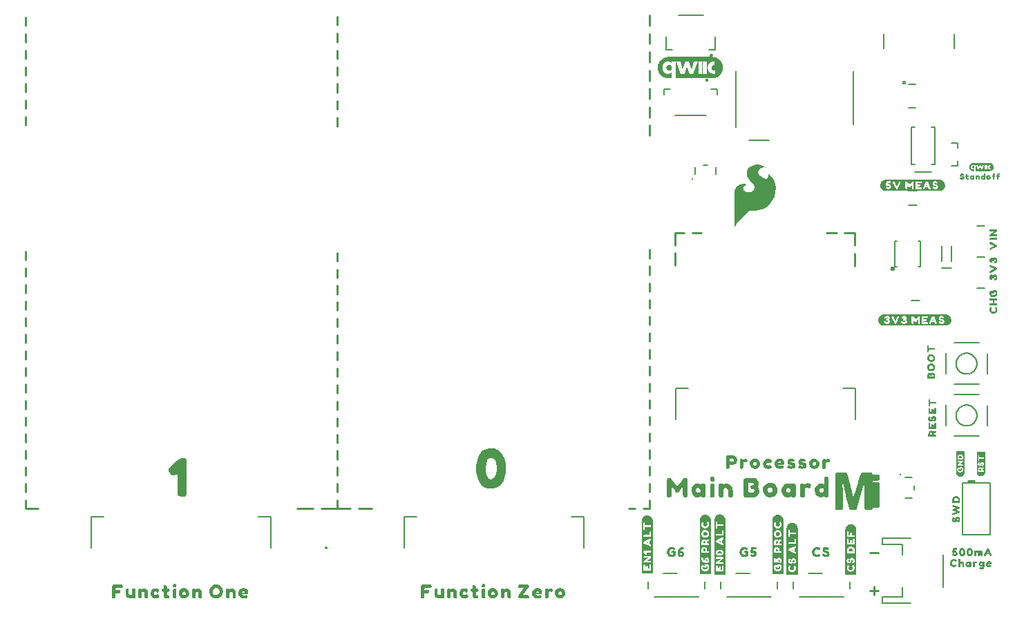
<source format=gto>
G04 EAGLE Gerber RS-274X export*
G75*
%MOMM*%
%FSLAX34Y34*%
%LPD*%
%INSilkscreen Top*%
%IPPOS*%
%AMOC8*
5,1,8,0,0,1.08239X$1,22.5*%
G01*
%ADD10C,0.279400*%
%ADD11C,0.254000*%
%ADD12C,0.203200*%
%ADD13C,0.406400*%
%ADD14C,0.152400*%
%ADD15C,0.254000*%
%ADD16C,0.127000*%
%ADD17C,0.600000*%
%ADD18C,0.359206*%

G36*
X916868Y472539D02*
X916868Y472539D01*
X916895Y472535D01*
X917095Y472735D01*
X917096Y472741D01*
X917100Y472741D01*
X917598Y473439D01*
X918497Y474437D01*
X918497Y474438D01*
X918498Y474438D01*
X919598Y475738D01*
X919598Y475739D01*
X920897Y477338D01*
X922397Y479037D01*
X924097Y480937D01*
X925896Y482836D01*
X925896Y482837D01*
X925897Y482837D01*
X927797Y484937D01*
X929496Y486837D01*
X931094Y488434D01*
X932591Y489832D01*
X934086Y490928D01*
X935677Y491723D01*
X937465Y492121D01*
X943260Y492121D01*
X943262Y492122D01*
X943266Y492122D01*
X943267Y492121D01*
X946767Y492621D01*
X946770Y492625D01*
X946773Y492623D01*
X950073Y493523D01*
X950076Y493526D01*
X950079Y493525D01*
X953179Y494825D01*
X953182Y494830D01*
X953187Y494829D01*
X955987Y496629D01*
X955988Y496632D01*
X955991Y496632D01*
X958491Y498632D01*
X958492Y498636D01*
X958496Y498636D01*
X960796Y501036D01*
X960796Y501040D01*
X960799Y501040D01*
X962899Y503740D01*
X962899Y503746D01*
X962904Y503747D01*
X965804Y509247D01*
X965802Y509255D01*
X965808Y509257D01*
X967308Y514757D01*
X967305Y514762D01*
X967308Y514764D01*
X967307Y514765D01*
X967309Y514767D01*
X967609Y519967D01*
X967605Y519973D01*
X967609Y519977D01*
X966909Y524877D01*
X966904Y524882D01*
X966907Y524886D01*
X965407Y529186D01*
X965400Y529190D01*
X965402Y529195D01*
X963302Y532695D01*
X963295Y532698D01*
X963296Y532703D01*
X960896Y535303D01*
X960885Y535305D01*
X960883Y535313D01*
X958283Y536713D01*
X958260Y536710D01*
X958236Y536713D01*
X958235Y536706D01*
X958225Y536704D01*
X958230Y536670D01*
X958225Y536635D01*
X958311Y536550D01*
X958311Y536370D01*
X958315Y536364D01*
X958312Y536360D01*
X958411Y535865D01*
X958411Y534278D01*
X958114Y533388D01*
X957719Y532498D01*
X957033Y531813D01*
X955951Y531419D01*
X954965Y531419D01*
X953873Y531618D01*
X952780Y532015D01*
X951685Y532613D01*
X949491Y534009D01*
X947699Y535801D01*
X947002Y536896D01*
X946405Y537891D01*
X946108Y538780D01*
X946010Y539769D01*
X946108Y540559D01*
X946405Y541449D01*
X946900Y542242D01*
X947496Y543036D01*
X948588Y543929D01*
X949878Y544624D01*
X951070Y544922D01*
X952364Y545121D01*
X953357Y545121D01*
X954253Y545021D01*
X954852Y544921D01*
X954857Y544924D01*
X954860Y544921D01*
X955060Y544921D01*
X955073Y544931D01*
X955090Y544931D01*
X955090Y544943D01*
X955107Y544957D01*
X955090Y544980D01*
X955090Y545009D01*
X954690Y545309D01*
X954689Y545309D01*
X954689Y545310D01*
X953589Y546110D01*
X953584Y546110D01*
X953584Y546113D01*
X951784Y547113D01*
X951781Y547113D01*
X951780Y547115D01*
X949580Y548115D01*
X949573Y548113D01*
X949570Y548118D01*
X946770Y548718D01*
X946765Y548716D01*
X946763Y548719D01*
X943763Y548919D01*
X943755Y548914D01*
X943750Y548918D01*
X940450Y548218D01*
X940443Y548211D01*
X940437Y548214D01*
X937037Y546414D01*
X937034Y546406D01*
X937028Y546408D01*
X934428Y544208D01*
X934426Y544198D01*
X934419Y544197D01*
X932819Y541797D01*
X932820Y541788D01*
X932813Y541786D01*
X932013Y539386D01*
X932017Y539375D01*
X932011Y539370D01*
X932011Y536770D01*
X932017Y536762D01*
X932012Y536757D01*
X932712Y534157D01*
X932719Y534152D01*
X932717Y534147D01*
X934117Y531547D01*
X934121Y531545D01*
X934120Y531541D01*
X936020Y528941D01*
X936026Y528939D01*
X936025Y528935D01*
X938623Y526337D01*
X940518Y524044D01*
X941511Y521858D01*
X941610Y519778D01*
X940917Y517895D01*
X939627Y516308D01*
X937840Y515216D01*
X935653Y514619D01*
X933265Y514619D01*
X931675Y514917D01*
X930385Y515513D01*
X929293Y516307D01*
X928500Y517199D01*
X927907Y518188D01*
X927709Y519175D01*
X927709Y520165D01*
X927906Y521050D01*
X928398Y521738D01*
X928993Y522334D01*
X929689Y522930D01*
X931080Y523725D01*
X931676Y523923D01*
X931681Y523931D01*
X931687Y523929D01*
X931985Y524127D01*
X932182Y524226D01*
X932187Y524235D01*
X932196Y524237D01*
X932194Y524250D01*
X932208Y524279D01*
X932187Y524290D01*
X932182Y524314D01*
X931982Y524414D01*
X931973Y524412D01*
X931970Y524418D01*
X931472Y524518D01*
X930774Y524717D01*
X930770Y524716D01*
X930769Y524718D01*
X929669Y524918D01*
X929666Y524917D01*
X929664Y524919D01*
X928464Y525019D01*
X928459Y525016D01*
X928457Y525019D01*
X927057Y524919D01*
X927053Y524916D01*
X927050Y524918D01*
X925550Y524618D01*
X925548Y524616D01*
X925546Y524617D01*
X923846Y524117D01*
X923843Y524114D01*
X923841Y524115D01*
X922441Y523515D01*
X922438Y523510D01*
X922433Y523511D01*
X921033Y522611D01*
X921031Y522606D01*
X921027Y522606D01*
X919827Y521506D01*
X919826Y521500D01*
X919821Y521500D01*
X918721Y520100D01*
X918721Y520092D01*
X918715Y520091D01*
X917915Y518391D01*
X917916Y518388D01*
X917915Y518387D01*
X917914Y518386D01*
X917214Y516386D01*
X917216Y516379D01*
X917211Y516376D01*
X916911Y513876D01*
X916913Y513873D01*
X916911Y513872D01*
X916811Y510972D01*
X916812Y510971D01*
X916811Y510970D01*
X916811Y472570D01*
X916819Y472559D01*
X916817Y472546D01*
X916830Y472544D01*
X916847Y472523D01*
X916868Y472539D01*
G37*
G36*
X1083945Y125378D02*
X1083945Y125378D01*
X1083958Y125377D01*
X1084484Y125402D01*
X1084506Y125408D01*
X1084641Y125436D01*
X1085129Y125625D01*
X1085136Y125629D01*
X1085143Y125631D01*
X1085284Y125720D01*
X1085672Y126072D01*
X1085677Y126078D01*
X1085683Y126082D01*
X1085782Y126216D01*
X1086020Y126683D01*
X1086022Y126689D01*
X1086025Y126694D01*
X1086071Y126854D01*
X1086131Y127376D01*
X1086129Y127393D01*
X1086134Y127415D01*
X1086147Y127816D01*
X1086267Y128023D01*
X1086495Y128132D01*
X1092713Y128149D01*
X1092756Y128158D01*
X1092830Y128163D01*
X1093341Y128289D01*
X1093380Y128307D01*
X1093470Y128340D01*
X1093926Y128602D01*
X1093959Y128631D01*
X1094036Y128687D01*
X1094402Y129064D01*
X1094426Y129101D01*
X1094484Y129175D01*
X1094734Y129637D01*
X1094742Y129666D01*
X1094757Y129690D01*
X1094762Y129719D01*
X1094782Y129769D01*
X1094893Y130282D01*
X1094894Y130324D01*
X1094904Y130388D01*
X1094912Y150427D01*
X1094931Y150945D01*
X1094928Y150962D01*
X1094931Y150980D01*
X1094912Y151060D01*
X1094905Y151100D01*
X1094911Y151117D01*
X1094909Y151147D01*
X1094916Y151186D01*
X1094916Y157001D01*
X1094915Y157005D01*
X1094916Y157009D01*
X1094906Y157538D01*
X1094897Y157579D01*
X1094893Y157643D01*
X1094773Y158156D01*
X1094755Y158195D01*
X1094722Y158286D01*
X1094464Y158745D01*
X1094436Y158778D01*
X1094380Y158856D01*
X1094006Y159226D01*
X1093969Y159250D01*
X1093894Y159309D01*
X1093432Y159562D01*
X1093391Y159575D01*
X1093302Y159611D01*
X1092788Y159726D01*
X1092746Y159727D01*
X1092680Y159738D01*
X1086871Y159746D01*
X1086472Y159756D01*
X1086259Y159874D01*
X1086147Y160097D01*
X1086142Y160933D01*
X1086244Y161171D01*
X1086442Y161295D01*
X1086827Y161313D01*
X1092629Y161319D01*
X1092668Y161326D01*
X1092725Y161328D01*
X1093241Y161429D01*
X1093282Y161446D01*
X1093373Y161474D01*
X1093842Y161714D01*
X1093876Y161741D01*
X1093955Y161794D01*
X1094340Y162153D01*
X1094366Y162189D01*
X1094428Y162261D01*
X1094698Y162714D01*
X1094712Y162751D01*
X1094721Y162766D01*
X1094723Y162777D01*
X1094753Y162844D01*
X1094886Y163354D01*
X1094889Y163397D01*
X1094902Y163466D01*
X1094917Y163994D01*
X1094916Y164000D01*
X1094917Y164008D01*
X1094917Y166122D01*
X1094914Y166138D01*
X1094916Y166158D01*
X1094878Y166684D01*
X1094866Y166727D01*
X1094850Y166816D01*
X1094673Y167312D01*
X1094651Y167350D01*
X1094609Y167435D01*
X1094302Y167863D01*
X1094271Y167893D01*
X1094207Y167964D01*
X1093794Y168291D01*
X1093755Y168311D01*
X1093676Y168361D01*
X1093189Y168563D01*
X1093146Y168571D01*
X1093056Y168598D01*
X1092533Y168659D01*
X1092507Y168657D01*
X1092475Y168662D01*
X1086696Y168664D01*
X1086361Y168712D01*
X1086202Y168853D01*
X1086124Y169177D01*
X1086068Y169670D01*
X1086067Y169675D01*
X1086067Y169681D01*
X1086017Y169840D01*
X1085778Y170308D01*
X1085773Y170314D01*
X1085771Y170321D01*
X1085668Y170451D01*
X1085278Y170803D01*
X1085271Y170808D01*
X1085266Y170814D01*
X1085123Y170899D01*
X1084633Y171088D01*
X1084615Y171091D01*
X1084475Y171121D01*
X1083948Y171143D01*
X1083938Y171142D01*
X1083926Y171144D01*
X1073883Y171144D01*
X1073878Y171143D01*
X1073872Y171144D01*
X1073343Y171131D01*
X1073312Y171124D01*
X1073191Y171104D01*
X1072695Y170931D01*
X1072687Y170927D01*
X1072678Y170925D01*
X1072535Y170840D01*
X1072135Y170499D01*
X1072130Y170492D01*
X1072123Y170488D01*
X1072020Y170357D01*
X1071770Y169896D01*
X1071758Y169858D01*
X1071732Y169807D01*
X1069829Y163756D01*
X1069829Y163755D01*
X1069829Y163754D01*
X1068423Y159209D01*
X1068423Y159207D01*
X1068422Y159205D01*
X1065984Y151107D01*
X1065977Y151026D01*
X1065970Y150985D01*
X1065965Y150972D01*
X1065914Y150867D01*
X1064896Y147314D01*
X1064896Y147311D01*
X1064895Y147308D01*
X1063922Y143743D01*
X1063922Y143738D01*
X1063920Y143732D01*
X1063152Y140659D01*
X1063152Y140653D01*
X1063149Y140647D01*
X1063049Y140196D01*
X1062929Y140793D01*
X1062927Y140797D01*
X1062926Y140803D01*
X1062118Y144409D01*
X1062117Y144413D01*
X1062117Y144417D01*
X1061131Y148524D01*
X1061131Y148525D01*
X1061131Y148527D01*
X1060751Y150064D01*
X1060748Y150069D01*
X1060748Y150076D01*
X1060470Y151095D01*
X1060457Y151120D01*
X1060453Y151159D01*
X1060453Y151173D01*
X1060452Y151175D01*
X1060452Y151177D01*
X1059532Y154761D01*
X1059531Y154763D01*
X1059531Y154766D01*
X1058444Y158854D01*
X1058444Y158855D01*
X1058444Y158857D01*
X1057748Y161407D01*
X1057747Y161409D01*
X1057747Y161411D01*
X1056600Y165482D01*
X1056599Y165485D01*
X1056598Y165488D01*
X1055404Y169546D01*
X1055398Y169558D01*
X1055395Y169574D01*
X1055216Y170070D01*
X1055208Y170083D01*
X1055136Y170212D01*
X1054808Y170623D01*
X1054800Y170630D01*
X1054795Y170639D01*
X1054667Y170745D01*
X1054211Y171006D01*
X1054201Y171009D01*
X1054193Y171016D01*
X1054035Y171067D01*
X1053515Y171144D01*
X1053484Y171142D01*
X1053443Y171149D01*
X1042339Y171154D01*
X1042303Y171147D01*
X1042250Y171146D01*
X1041733Y171052D01*
X1041724Y171049D01*
X1041715Y171049D01*
X1041560Y170986D01*
X1041113Y170711D01*
X1041108Y170706D01*
X1041101Y170703D01*
X1040979Y170590D01*
X1040659Y170174D01*
X1040655Y170166D01*
X1040649Y170160D01*
X1040576Y170011D01*
X1040427Y169507D01*
X1040423Y169465D01*
X1040407Y169366D01*
X1040398Y151389D01*
X1040407Y151346D01*
X1040412Y151271D01*
X1040440Y151157D01*
X1040431Y151143D01*
X1040430Y151134D01*
X1040425Y151127D01*
X1040398Y150963D01*
X1040408Y127149D01*
X1040416Y127112D01*
X1040430Y127003D01*
X1040585Y126500D01*
X1040589Y126493D01*
X1040591Y126484D01*
X1040670Y126338D01*
X1040996Y125925D01*
X1041002Y125920D01*
X1041006Y125913D01*
X1041132Y125805D01*
X1041584Y125536D01*
X1041592Y125533D01*
X1041598Y125528D01*
X1041755Y125473D01*
X1042273Y125384D01*
X1042309Y125385D01*
X1042358Y125376D01*
X1047650Y125376D01*
X1047668Y125380D01*
X1047690Y125378D01*
X1048215Y125419D01*
X1048218Y125420D01*
X1048220Y125420D01*
X1048381Y125462D01*
X1048861Y125677D01*
X1048867Y125682D01*
X1048875Y125684D01*
X1049010Y125781D01*
X1049381Y126155D01*
X1049386Y126162D01*
X1049393Y126167D01*
X1049484Y126306D01*
X1049695Y126788D01*
X1049695Y126789D01*
X1049696Y126790D01*
X1049735Y126951D01*
X1049774Y127477D01*
X1049772Y127494D01*
X1049776Y127514D01*
X1049773Y143390D01*
X1049773Y143392D01*
X1049773Y143393D01*
X1049749Y147627D01*
X1049749Y147629D01*
X1049749Y147631D01*
X1049701Y150806D01*
X1049681Y150899D01*
X1049659Y150999D01*
X1049659Y151000D01*
X1049643Y151022D01*
X1049657Y151043D01*
X1049660Y151060D01*
X1049668Y151074D01*
X1049692Y151239D01*
X1049599Y155468D01*
X1049599Y155470D01*
X1049599Y155472D01*
X1049568Y156472D01*
X1049553Y156971D01*
X1049537Y157470D01*
X1049537Y157471D01*
X1049522Y157970D01*
X1049501Y158643D01*
X1049500Y158646D01*
X1049500Y158650D01*
X1049422Y160428D01*
X1049837Y158547D01*
X1049838Y158545D01*
X1049838Y158541D01*
X1051517Y151332D01*
X1051523Y151318D01*
X1051526Y151298D01*
X1051629Y150963D01*
X1051634Y150897D01*
X1051631Y150854D01*
X1051639Y150831D01*
X1051641Y150800D01*
X1053262Y144131D01*
X1053263Y144130D01*
X1053263Y144128D01*
X1054669Y138494D01*
X1054670Y138493D01*
X1054670Y138491D01*
X1056505Y131331D01*
X1056506Y131330D01*
X1056506Y131327D01*
X1057722Y126734D01*
X1057741Y126696D01*
X1057749Y126665D01*
X1057756Y126655D01*
X1057767Y126623D01*
X1058019Y126163D01*
X1058025Y126155D01*
X1058028Y126147D01*
X1058135Y126020D01*
X1058537Y125682D01*
X1058543Y125679D01*
X1058547Y125674D01*
X1058693Y125593D01*
X1059188Y125419D01*
X1059218Y125414D01*
X1059341Y125391D01*
X1059868Y125377D01*
X1059874Y125378D01*
X1059881Y125377D01*
X1065160Y125377D01*
X1065182Y125381D01*
X1065211Y125379D01*
X1065733Y125433D01*
X1065739Y125434D01*
X1065744Y125434D01*
X1065904Y125482D01*
X1066374Y125714D01*
X1066381Y125719D01*
X1066389Y125722D01*
X1066521Y125824D01*
X1066876Y126210D01*
X1066879Y126215D01*
X1066883Y126218D01*
X1066970Y126359D01*
X1067169Y126846D01*
X1067173Y126867D01*
X1067185Y126891D01*
X1068705Y131947D01*
X1068706Y131949D01*
X1068707Y131951D01*
X1070771Y139048D01*
X1070772Y139050D01*
X1070773Y139052D01*
X1072343Y144643D01*
X1072343Y144645D01*
X1072344Y144648D01*
X1074001Y150762D01*
X1074003Y150797D01*
X1074015Y150830D01*
X1074010Y150896D01*
X1074014Y150961D01*
X1074010Y150973D01*
X1074036Y150999D01*
X1074069Y151072D01*
X1074092Y151110D01*
X1074095Y151129D01*
X1074104Y151151D01*
X1074907Y154219D01*
X1074907Y154221D01*
X1074908Y154223D01*
X1075941Y158324D01*
X1075941Y158326D01*
X1075942Y158329D01*
X1076559Y160899D01*
X1076559Y160902D01*
X1076560Y160905D01*
X1076484Y157539D01*
X1076484Y157537D01*
X1076484Y157535D01*
X1076392Y151193D01*
X1076402Y151139D01*
X1076402Y151084D01*
X1076420Y151042D01*
X1076429Y150997D01*
X1076459Y150951D01*
X1076481Y150901D01*
X1076482Y150899D01*
X1076422Y150691D01*
X1076418Y150648D01*
X1076402Y150555D01*
X1076377Y147390D01*
X1076377Y147388D01*
X1076377Y147386D01*
X1076364Y127338D01*
X1076371Y127303D01*
X1076372Y127253D01*
X1076460Y126736D01*
X1076463Y126729D01*
X1076463Y126722D01*
X1076523Y126566D01*
X1076790Y126115D01*
X1076795Y126109D01*
X1076798Y126102D01*
X1076862Y126030D01*
X1076881Y126004D01*
X1076890Y125999D01*
X1076909Y125978D01*
X1077320Y125652D01*
X1077328Y125648D01*
X1077333Y125642D01*
X1077482Y125566D01*
X1077982Y125410D01*
X1078026Y125406D01*
X1078120Y125388D01*
X1078647Y125376D01*
X1078652Y125377D01*
X1078658Y125376D01*
X1083934Y125376D01*
X1083945Y125378D01*
G37*
G36*
X866761Y654611D02*
X866761Y654611D01*
X866765Y654612D01*
X866773Y654608D01*
X889962Y654609D01*
X889964Y654611D01*
X889967Y654610D01*
X892487Y654830D01*
X892491Y654832D01*
X892497Y654831D01*
X893047Y654971D01*
X893050Y654973D01*
X893061Y654972D01*
X895051Y655592D01*
X895053Y655595D01*
X895060Y655596D01*
X895530Y655826D01*
X895530Y655827D01*
X895532Y655827D01*
X897442Y656877D01*
X897445Y656882D01*
X897452Y656884D01*
X898752Y657964D01*
X899132Y658284D01*
X899133Y658286D01*
X899136Y658287D01*
X899476Y658617D01*
X899476Y658620D01*
X899480Y658622D01*
X900360Y659692D01*
X900790Y660212D01*
X900791Y660216D01*
X900796Y660219D01*
X901076Y660679D01*
X901076Y660681D01*
X901077Y660682D01*
X901357Y661202D01*
X902087Y662532D01*
X902087Y662535D01*
X902089Y662536D01*
X902089Y662540D01*
X902092Y662544D01*
X902462Y663764D01*
X902460Y663770D01*
X902469Y663776D01*
X902469Y663780D01*
X902472Y663784D01*
X902862Y665104D01*
X902861Y665109D01*
X902864Y665116D01*
X903114Y667706D01*
X903112Y667711D01*
X903114Y667719D01*
X902834Y670299D01*
X902831Y670303D01*
X902832Y670311D01*
X902732Y670631D01*
X902721Y670640D01*
X902721Y670642D01*
X902722Y670651D01*
X902162Y672451D01*
X902159Y672453D01*
X902159Y672459D01*
X901799Y673219D01*
X901797Y673220D01*
X901797Y673222D01*
X901307Y674122D01*
X901307Y674123D01*
X900917Y674823D01*
X900913Y674825D01*
X900911Y674831D01*
X900021Y675931D01*
X900020Y675932D01*
X899858Y676126D01*
X899250Y676852D01*
X899245Y676854D01*
X899242Y676861D01*
X897292Y678441D01*
X897286Y678441D01*
X897282Y678447D01*
X895452Y679447D01*
X895449Y679447D01*
X895447Y679450D01*
X894897Y679690D01*
X894894Y679689D01*
X894891Y679692D01*
X893053Y680261D01*
X893048Y680269D01*
X893024Y680266D01*
X893017Y680267D01*
X893014Y680269D01*
X893008Y680279D01*
X893002Y680278D01*
X892995Y680283D01*
X892515Y680383D01*
X892512Y680382D01*
X892508Y680384D01*
X890158Y680624D01*
X890156Y680623D01*
X890152Y680625D01*
X883422Y680625D01*
X883412Y680618D01*
X883408Y680618D01*
X883392Y680625D01*
X876292Y680625D01*
X876288Y680622D01*
X876282Y680625D01*
X861352Y680623D01*
X861348Y680629D01*
X861335Y680627D01*
X861324Y680635D01*
X861315Y680629D01*
X861302Y680635D01*
X840062Y680635D01*
X840043Y680623D01*
X840038Y680622D01*
X840032Y680625D01*
X836092Y680625D01*
X836090Y680623D01*
X836086Y680624D01*
X833516Y680374D01*
X833512Y680371D01*
X833504Y680372D01*
X832284Y680002D01*
X832280Y679997D01*
X832276Y679998D01*
X832268Y680005D01*
X832259Y680000D01*
X832243Y680002D01*
X830933Y679582D01*
X830929Y679578D01*
X830922Y679577D01*
X829592Y678847D01*
X829591Y678847D01*
X828681Y678337D01*
X828679Y678332D01*
X828672Y678330D01*
X827872Y677660D01*
X827012Y676950D01*
X827011Y676947D01*
X827006Y676945D01*
X826576Y676485D01*
X826576Y676483D01*
X826574Y676482D01*
X825904Y675682D01*
X825903Y675682D01*
X825383Y675042D01*
X825383Y675038D01*
X825379Y675035D01*
X825149Y674665D01*
X825149Y674664D01*
X825147Y674662D01*
X824597Y673672D01*
X824597Y673671D01*
X824067Y672671D01*
X824067Y672667D01*
X824062Y672662D01*
X823872Y672082D01*
X823873Y672081D01*
X823872Y672081D01*
X823452Y670731D01*
X823453Y670729D01*
X823451Y670726D01*
X823271Y669956D01*
X823272Y669953D01*
X823270Y669949D01*
X823130Y668659D01*
X823060Y668009D01*
X823061Y668007D01*
X823059Y668004D01*
X823039Y667364D01*
X823040Y667363D01*
X823039Y667362D01*
X823039Y667352D01*
X823050Y667336D01*
X823260Y665306D01*
X823261Y665304D01*
X823260Y665301D01*
X823360Y664751D01*
X823363Y664748D01*
X823362Y664743D01*
X823982Y662763D01*
X823986Y662760D01*
X823986Y662754D01*
X823995Y662735D01*
X824265Y662146D01*
X824267Y662145D01*
X824267Y662142D01*
X824677Y661392D01*
X824977Y660852D01*
X825207Y660422D01*
X825217Y660417D01*
X825224Y660392D01*
X825454Y660112D01*
X826153Y659252D01*
X826154Y659252D01*
X826154Y659251D01*
X826226Y659168D01*
X826279Y659105D01*
X826386Y658979D01*
X826493Y658854D01*
X826546Y658791D01*
X826653Y658666D01*
X826707Y658603D01*
X826814Y658477D01*
X826867Y658415D01*
X826904Y658371D01*
X826909Y658370D01*
X826912Y658364D01*
X827342Y658004D01*
X828252Y657244D01*
X828253Y657244D01*
X828254Y657242D01*
X828584Y656992D01*
X828585Y656992D01*
X828586Y656990D01*
X829006Y656700D01*
X829009Y656700D01*
X829012Y656697D01*
X830822Y655707D01*
X830826Y655707D01*
X830830Y655703D01*
X831350Y655513D01*
X831352Y655514D01*
X831354Y655512D01*
X831693Y655412D01*
X833383Y654882D01*
X833408Y654889D01*
X833410Y654889D01*
X833425Y654880D01*
X835965Y654610D01*
X835976Y654615D01*
X835986Y654616D01*
X836002Y654609D01*
X840042Y654609D01*
X840061Y654621D01*
X840083Y654625D01*
X840090Y654640D01*
X840099Y654646D01*
X840098Y654656D01*
X840105Y654672D01*
X840105Y661902D01*
X840096Y661915D01*
X840098Y661930D01*
X840080Y661941D01*
X840068Y661959D01*
X840053Y661957D01*
X840039Y661965D01*
X840012Y661951D01*
X840001Y661949D01*
X839998Y661944D01*
X839993Y661941D01*
X839914Y661842D01*
X839786Y661695D01*
X839557Y661446D01*
X839229Y661138D01*
X839012Y660941D01*
X838796Y660783D01*
X838579Y660635D01*
X838205Y660429D01*
X837949Y660320D01*
X837602Y660191D01*
X837275Y660082D01*
X836939Y660003D01*
X836492Y659924D01*
X836246Y659885D01*
X836000Y659875D01*
X835993Y659870D01*
X835982Y659875D01*
X835972Y659875D01*
X835972Y659874D01*
X835634Y659865D01*
X834099Y660024D01*
X834084Y660017D01*
X834075Y660019D01*
X834061Y660032D01*
X833711Y660142D01*
X833132Y660321D01*
X832559Y660539D01*
X832053Y660827D01*
X831678Y661044D01*
X831044Y661579D01*
X830520Y662093D01*
X829973Y662849D01*
X829956Y662855D01*
X829949Y662865D01*
X829948Y662880D01*
X829211Y664384D01*
X828834Y665872D01*
X828717Y667435D01*
X828720Y667437D01*
X828718Y667446D01*
X828725Y667458D01*
X828824Y669043D01*
X829182Y670582D01*
X829817Y671970D01*
X830460Y672871D01*
X831183Y673555D01*
X831608Y673910D01*
X832411Y674366D01*
X833004Y674633D01*
X834020Y674932D01*
X834034Y674948D01*
X834057Y674939D01*
X835633Y675069D01*
X836116Y675040D01*
X836642Y674970D01*
X837010Y674901D01*
X837235Y674851D01*
X837670Y674703D01*
X838175Y674495D01*
X838597Y674259D01*
X838924Y674012D01*
X839310Y673705D01*
X839608Y673417D01*
X839988Y673047D01*
X840000Y673045D01*
X840006Y673035D01*
X840031Y673038D01*
X840055Y673034D01*
X840062Y673043D01*
X840073Y673045D01*
X840091Y673083D01*
X840095Y673089D01*
X840094Y673090D01*
X840095Y673092D01*
X840095Y674921D01*
X844929Y674920D01*
X844929Y666402D01*
X844939Y662842D01*
X844929Y660112D01*
X844929Y654672D01*
X844941Y654653D01*
X844945Y654631D01*
X844960Y654624D01*
X844966Y654615D01*
X844976Y654616D01*
X844992Y654609D01*
X850951Y654609D01*
X850953Y654606D01*
X850964Y654607D01*
X850982Y654599D01*
X866742Y654599D01*
X866761Y654611D01*
G37*
G36*
X622003Y151711D02*
X622003Y151711D01*
X622008Y151715D01*
X622012Y151712D01*
X625212Y152512D01*
X625218Y152519D01*
X625223Y152517D01*
X628223Y154117D01*
X628226Y154123D01*
X628231Y154122D01*
X630831Y156222D01*
X630833Y156230D01*
X630839Y156230D01*
X632739Y158730D01*
X632739Y158735D01*
X632743Y158735D01*
X634243Y161335D01*
X634242Y161341D01*
X634246Y161342D01*
X635446Y164342D01*
X635444Y164347D01*
X635448Y164348D01*
X636248Y167548D01*
X636247Y167551D01*
X636249Y167552D01*
X636849Y171152D01*
X636847Y171156D01*
X636849Y171157D01*
X637049Y174957D01*
X637048Y174959D01*
X637049Y174960D01*
X637049Y178660D01*
X637047Y178664D01*
X637049Y178666D01*
X636649Y181966D01*
X636647Y181968D01*
X636648Y181969D01*
X636048Y185269D01*
X636005Y185309D01*
X635998Y185302D01*
X635991Y185308D01*
X636010Y185312D01*
X636049Y185357D01*
X636040Y185364D01*
X636047Y185373D01*
X635147Y188573D01*
X635144Y188576D01*
X635146Y188578D01*
X633846Y191878D01*
X633840Y191882D01*
X633841Y191887D01*
X632041Y194687D01*
X632034Y194689D01*
X632035Y194695D01*
X629735Y196995D01*
X629730Y196996D01*
X629730Y196999D01*
X626930Y199099D01*
X626921Y199099D01*
X626920Y199105D01*
X623920Y200405D01*
X623911Y200403D01*
X623909Y200409D01*
X620509Y201009D01*
X620506Y201007D01*
X620500Y201007D01*
X620499Y201009D01*
X616899Y200909D01*
X616898Y200909D01*
X616896Y200909D01*
X616893Y200907D01*
X616891Y200909D01*
X613491Y200309D01*
X613485Y200302D01*
X613480Y200305D01*
X610580Y199005D01*
X610578Y199002D01*
X610576Y199003D01*
X607576Y197303D01*
X607570Y197290D01*
X607561Y197290D01*
X606161Y195490D01*
X606161Y195486D01*
X606158Y195486D01*
X604558Y192886D01*
X604558Y192882D01*
X604556Y192881D01*
X603056Y189781D01*
X603057Y189776D01*
X603053Y189775D01*
X601953Y186375D01*
X601954Y186372D01*
X601952Y186371D01*
X601252Y183271D01*
X601254Y183267D01*
X601251Y183266D01*
X600851Y179766D01*
X600853Y179763D01*
X600851Y179761D01*
X600751Y176061D01*
X600752Y176060D01*
X600751Y176059D01*
X600851Y172359D01*
X600853Y172356D01*
X600851Y172354D01*
X601251Y168954D01*
X601253Y168952D01*
X601252Y168951D01*
X601852Y165751D01*
X601855Y165748D01*
X601853Y165745D01*
X602853Y162545D01*
X602857Y162542D01*
X602856Y162539D01*
X604356Y159439D01*
X604361Y159436D01*
X604360Y159432D01*
X606160Y156832D01*
X606167Y156829D01*
X606167Y156824D01*
X608567Y154624D01*
X608576Y154623D01*
X608577Y154617D01*
X611777Y152917D01*
X611783Y152918D01*
X611785Y152913D01*
X614885Y151913D01*
X614892Y151916D01*
X614894Y151911D01*
X618394Y151511D01*
X618400Y151514D01*
X618403Y151511D01*
X622003Y151711D01*
G37*
G36*
X1176425Y351294D02*
X1176425Y351294D01*
X1176428Y351291D01*
X1177028Y351391D01*
X1177031Y351395D01*
X1177034Y351393D01*
X1177734Y351593D01*
X1177735Y351594D01*
X1177736Y351593D01*
X1178336Y351793D01*
X1178337Y351796D01*
X1178339Y351795D01*
X1179039Y352095D01*
X1179042Y352099D01*
X1179045Y352098D01*
X1179545Y352398D01*
X1179546Y352399D01*
X1179547Y352399D01*
X1180147Y352799D01*
X1180148Y352802D01*
X1180151Y352802D01*
X1180651Y353202D01*
X1180652Y353206D01*
X1180655Y353205D01*
X1181155Y353705D01*
X1181156Y353712D01*
X1181161Y353713D01*
X1181561Y354313D01*
X1181561Y354315D01*
X1181562Y354315D01*
X1181862Y354815D01*
X1181862Y354818D01*
X1181864Y354818D01*
X1182164Y355418D01*
X1182164Y355420D01*
X1182165Y355421D01*
X1182465Y356121D01*
X1182463Y356129D01*
X1182469Y356132D01*
X1182569Y356732D01*
X1182568Y356733D01*
X1182569Y356733D01*
X1182769Y358133D01*
X1182764Y358142D01*
X1182769Y358147D01*
X1182669Y358847D01*
X1182668Y358848D01*
X1182669Y358848D01*
X1182569Y359448D01*
X1182469Y360147D01*
X1182461Y360155D01*
X1182464Y360162D01*
X1182166Y360759D01*
X1181967Y361356D01*
X1181959Y361361D01*
X1181961Y361367D01*
X1181561Y361967D01*
X1181558Y361968D01*
X1181558Y361971D01*
X1181158Y362471D01*
X1181154Y362472D01*
X1181155Y362475D01*
X1180155Y363475D01*
X1180151Y363475D01*
X1180151Y363478D01*
X1179651Y363878D01*
X1179643Y363879D01*
X1179642Y363884D01*
X1178442Y364484D01*
X1178435Y364483D01*
X1178434Y364487D01*
X1177735Y364687D01*
X1177136Y364887D01*
X1177129Y364885D01*
X1177127Y364889D01*
X1176427Y364989D01*
X1176422Y364986D01*
X1176420Y364989D01*
X1099720Y364989D01*
X1099716Y364986D01*
X1099713Y364989D01*
X1098313Y364789D01*
X1098310Y364785D01*
X1098308Y364785D01*
X1098307Y364785D01*
X1098304Y364787D01*
X1097704Y364587D01*
X1097703Y364584D01*
X1097701Y364585D01*
X1097001Y364285D01*
X1096999Y364283D01*
X1096998Y364284D01*
X1096398Y363984D01*
X1096397Y363981D01*
X1096395Y363982D01*
X1095895Y363682D01*
X1095891Y363674D01*
X1095885Y363675D01*
X1094885Y362675D01*
X1094885Y362671D01*
X1094882Y362671D01*
X1094082Y361671D01*
X1094081Y361663D01*
X1094076Y361662D01*
X1093776Y361062D01*
X1093776Y361060D01*
X1093775Y361059D01*
X1093475Y360359D01*
X1093476Y360356D01*
X1093473Y360356D01*
X1093273Y359756D01*
X1093275Y359749D01*
X1093271Y359747D01*
X1093071Y358347D01*
X1093074Y358342D01*
X1093071Y358340D01*
X1093071Y357740D01*
X1093074Y357736D01*
X1093071Y357733D01*
X1093171Y357033D01*
X1093175Y357029D01*
X1093173Y357026D01*
X1093373Y356326D01*
X1093374Y356325D01*
X1093373Y356324D01*
X1093773Y355124D01*
X1093781Y355119D01*
X1093779Y355113D01*
X1094579Y353913D01*
X1094582Y353912D01*
X1094582Y353909D01*
X1094982Y353409D01*
X1094989Y353407D01*
X1094989Y353402D01*
X1095487Y353003D01*
X1095985Y352505D01*
X1095997Y352504D01*
X1095998Y352496D01*
X1097198Y351896D01*
X1097200Y351896D01*
X1097201Y351895D01*
X1097901Y351595D01*
X1097909Y351597D01*
X1097912Y351591D01*
X1098512Y351491D01*
X1098513Y351492D01*
X1098513Y351491D01*
X1099913Y351291D01*
X1099918Y351294D01*
X1099920Y351291D01*
X1176420Y351291D01*
X1176425Y351294D01*
G37*
G36*
X1168784Y516394D02*
X1168784Y516394D01*
X1168787Y516391D01*
X1169487Y516491D01*
X1169492Y516496D01*
X1169496Y516493D01*
X1170095Y516693D01*
X1170794Y516893D01*
X1170798Y516898D01*
X1170802Y516896D01*
X1172002Y517496D01*
X1172005Y517503D01*
X1172011Y517502D01*
X1173011Y518302D01*
X1173012Y518306D01*
X1173015Y518305D01*
X1173515Y518805D01*
X1173516Y518812D01*
X1173521Y518813D01*
X1173920Y519411D01*
X1174318Y519909D01*
X1174319Y519919D01*
X1174325Y519923D01*
X1174325Y519924D01*
X1174327Y519924D01*
X1174526Y520522D01*
X1174825Y521221D01*
X1174825Y521224D01*
X1174827Y521224D01*
X1175027Y521824D01*
X1175025Y521831D01*
X1175029Y521833D01*
X1175129Y522533D01*
X1175126Y522538D01*
X1175129Y522540D01*
X1175129Y523940D01*
X1175126Y523945D01*
X1175129Y523948D01*
X1175029Y524548D01*
X1175025Y524551D01*
X1175027Y524554D01*
X1174827Y525254D01*
X1174826Y525255D01*
X1174827Y525256D01*
X1174627Y525856D01*
X1174622Y525859D01*
X1174624Y525862D01*
X1174324Y526462D01*
X1174320Y526464D01*
X1174321Y526467D01*
X1173921Y527067D01*
X1173918Y527068D01*
X1173918Y527071D01*
X1173118Y528071D01*
X1173114Y528072D01*
X1173115Y528075D01*
X1172615Y528575D01*
X1172608Y528576D01*
X1172607Y528581D01*
X1172007Y528981D01*
X1172003Y528981D01*
X1172002Y528984D01*
X1170802Y529584D01*
X1170797Y529583D01*
X1170796Y529587D01*
X1170196Y529787D01*
X1170194Y529786D01*
X1170194Y529787D01*
X1169494Y529987D01*
X1169489Y529986D01*
X1169487Y529989D01*
X1168787Y530089D01*
X1168782Y530086D01*
X1168780Y530089D01*
X1102180Y530089D01*
X1102175Y530086D01*
X1102172Y530089D01*
X1101572Y529989D01*
X1100873Y529889D01*
X1100870Y529885D01*
X1100869Y529885D01*
X1100866Y529887D01*
X1100166Y529687D01*
X1100162Y529682D01*
X1100158Y529684D01*
X1098958Y529084D01*
X1098957Y529081D01*
X1098955Y529082D01*
X1098455Y528782D01*
X1098453Y528777D01*
X1098448Y528778D01*
X1097848Y528278D01*
X1097847Y528271D01*
X1097842Y528271D01*
X1097443Y527773D01*
X1096945Y527275D01*
X1096944Y527266D01*
X1096938Y527265D01*
X1096638Y526766D01*
X1096239Y526167D01*
X1096240Y526160D01*
X1096234Y526156D01*
X1096235Y526154D01*
X1096233Y526154D01*
X1096033Y525455D01*
X1095833Y524856D01*
X1095835Y524849D01*
X1095831Y524847D01*
X1095631Y523447D01*
X1095634Y523442D01*
X1095631Y523440D01*
X1095631Y522840D01*
X1095634Y522836D01*
X1095631Y522833D01*
X1095831Y521433D01*
X1095839Y521425D01*
X1095836Y521418D01*
X1096134Y520821D01*
X1096333Y520224D01*
X1096341Y520219D01*
X1096339Y520213D01*
X1096737Y519615D01*
X1097036Y519018D01*
X1097046Y519013D01*
X1097045Y519005D01*
X1098045Y518005D01*
X1098049Y518005D01*
X1098049Y518002D01*
X1098549Y517602D01*
X1098557Y517601D01*
X1098558Y517596D01*
X1100358Y516696D01*
X1100369Y516698D01*
X1100373Y516691D01*
X1101073Y516591D01*
X1101772Y516491D01*
X1102372Y516391D01*
X1102377Y516394D01*
X1102380Y516391D01*
X1168780Y516391D01*
X1168784Y516394D01*
G37*
G36*
X905578Y45844D02*
X905578Y45844D01*
X905590Y45841D01*
X905990Y46141D01*
X905994Y46157D01*
X906001Y46162D01*
X905997Y46168D01*
X905999Y46172D01*
X906009Y46180D01*
X906009Y113180D01*
X906006Y113184D01*
X906009Y113187D01*
X905909Y113883D01*
X905909Y114580D01*
X905902Y114589D01*
X905907Y114596D01*
X905707Y115195D01*
X905507Y115894D01*
X905502Y115898D01*
X905504Y115902D01*
X905204Y116502D01*
X905200Y116504D01*
X905201Y116507D01*
X904801Y117107D01*
X904798Y117108D01*
X904798Y117111D01*
X903998Y118111D01*
X903994Y118112D01*
X903995Y118115D01*
X903495Y118615D01*
X903488Y118616D01*
X903487Y118621D01*
X902887Y119021D01*
X902883Y119021D01*
X902882Y119024D01*
X901682Y119624D01*
X901677Y119623D01*
X901676Y119627D01*
X901076Y119827D01*
X901074Y119826D01*
X901074Y119827D01*
X900374Y120027D01*
X900369Y120026D01*
X900367Y120029D01*
X899667Y120129D01*
X899662Y120126D01*
X899660Y120129D01*
X899060Y120129D01*
X899056Y120126D01*
X899053Y120129D01*
X897653Y119929D01*
X897648Y119924D01*
X897644Y119927D01*
X897045Y119727D01*
X896346Y119527D01*
X896342Y119522D01*
X896338Y119524D01*
X895738Y119224D01*
X895735Y119217D01*
X895729Y119218D01*
X895231Y118820D01*
X894633Y118421D01*
X894630Y118414D01*
X894625Y118415D01*
X894125Y117915D01*
X894125Y117911D01*
X894122Y117911D01*
X893722Y117411D01*
X893721Y117407D01*
X893719Y117407D01*
X893319Y116807D01*
X893319Y116806D01*
X893318Y116805D01*
X893018Y116305D01*
X893018Y116300D01*
X893015Y116299D01*
X892715Y115599D01*
X892716Y115596D01*
X892713Y115596D01*
X892513Y114996D01*
X892514Y114993D01*
X892512Y114991D01*
X892514Y114989D01*
X892511Y114987D01*
X892311Y113587D01*
X892314Y113582D01*
X892311Y113580D01*
X892311Y46280D01*
X892324Y46262D01*
X892321Y46250D01*
X892621Y45850D01*
X892652Y45842D01*
X892660Y45831D01*
X905560Y45831D01*
X905578Y45844D01*
G37*
G36*
X887906Y46350D02*
X887906Y46350D01*
X887919Y46350D01*
X888219Y46750D01*
X888219Y46758D01*
X888223Y46761D01*
X888219Y46765D01*
X888219Y46772D01*
X888229Y46780D01*
X888229Y113180D01*
X888226Y113185D01*
X888229Y113188D01*
X888129Y113788D01*
X888029Y114487D01*
X888024Y114492D01*
X888027Y114496D01*
X887827Y115096D01*
X887824Y115097D01*
X887825Y115099D01*
X887525Y115799D01*
X887523Y115801D01*
X887524Y115802D01*
X887224Y116402D01*
X887217Y116405D01*
X887218Y116411D01*
X886418Y117411D01*
X886414Y117412D01*
X886415Y117415D01*
X885915Y117915D01*
X885908Y117916D01*
X885907Y117921D01*
X885309Y118320D01*
X884811Y118718D01*
X884803Y118719D01*
X884802Y118724D01*
X884202Y119024D01*
X884200Y119024D01*
X884199Y119025D01*
X883499Y119325D01*
X883491Y119323D01*
X883488Y119329D01*
X882891Y119428D01*
X882194Y119627D01*
X882184Y119624D01*
X882180Y119629D01*
X880880Y119629D01*
X880876Y119626D01*
X880873Y119629D01*
X880173Y119529D01*
X880169Y119525D01*
X880166Y119527D01*
X879466Y119327D01*
X879465Y119326D01*
X879464Y119327D01*
X878864Y119127D01*
X878861Y119122D01*
X878858Y119124D01*
X877658Y118524D01*
X877655Y118517D01*
X877649Y118518D01*
X877151Y118120D01*
X876553Y117721D01*
X876549Y117711D01*
X876542Y117711D01*
X876142Y117211D01*
X876141Y117207D01*
X876139Y117207D01*
X875339Y116007D01*
X875339Y116003D01*
X875336Y116002D01*
X875036Y115402D01*
X875037Y115397D01*
X875033Y115396D01*
X874833Y114796D01*
X874835Y114789D01*
X874831Y114787D01*
X874731Y114088D01*
X874631Y113488D01*
X874632Y113487D01*
X874631Y113487D01*
X874531Y112787D01*
X874533Y112783D01*
X874533Y112782D01*
X874531Y112780D01*
X874531Y46680D01*
X874550Y46654D01*
X874550Y46641D01*
X874950Y46341D01*
X874972Y46341D01*
X874980Y46331D01*
X887880Y46331D01*
X887906Y46350D01*
G37*
G36*
X977027Y46467D02*
X977027Y46467D01*
X977025Y46470D01*
X977029Y46472D01*
X977129Y47072D01*
X977126Y47077D01*
X977129Y47080D01*
X977129Y112780D01*
X977126Y112785D01*
X977129Y112788D01*
X977029Y113388D01*
X976929Y114087D01*
X976925Y114091D01*
X976927Y114094D01*
X976727Y114794D01*
X976726Y114795D01*
X976727Y114796D01*
X976527Y115396D01*
X976522Y115399D01*
X976524Y115402D01*
X976224Y116002D01*
X976220Y116004D01*
X976221Y116007D01*
X975821Y116607D01*
X975818Y116608D01*
X975818Y116611D01*
X975018Y117611D01*
X975008Y117613D01*
X975007Y117621D01*
X974409Y118020D01*
X973911Y118418D01*
X973907Y118419D01*
X973907Y118421D01*
X973307Y118821D01*
X973298Y118820D01*
X973296Y118827D01*
X972696Y119027D01*
X972694Y119026D01*
X972694Y119027D01*
X971995Y119227D01*
X971396Y119427D01*
X971389Y119425D01*
X971387Y119429D01*
X970687Y119529D01*
X970682Y119526D01*
X970680Y119529D01*
X969980Y119529D01*
X969976Y119526D01*
X969973Y119529D01*
X969273Y119429D01*
X969272Y119428D01*
X969272Y119429D01*
X968672Y119329D01*
X968669Y119325D01*
X968666Y119327D01*
X967966Y119127D01*
X967962Y119122D01*
X967958Y119124D01*
X966758Y118524D01*
X966756Y118520D01*
X966753Y118521D01*
X966153Y118121D01*
X966152Y118118D01*
X966149Y118118D01*
X965649Y117718D01*
X965647Y117711D01*
X965642Y117711D01*
X965243Y117213D01*
X964745Y116715D01*
X964744Y116703D01*
X964736Y116702D01*
X964437Y116105D01*
X964039Y115507D01*
X964040Y115498D01*
X964039Y115497D01*
X964033Y115496D01*
X963833Y114896D01*
X963834Y114894D01*
X963833Y114894D01*
X963633Y114194D01*
X963634Y114190D01*
X963631Y114188D01*
X963531Y113588D01*
X963532Y113587D01*
X963531Y113587D01*
X963431Y112887D01*
X963433Y112883D01*
X963433Y112882D01*
X963431Y112880D01*
X963431Y46580D01*
X963467Y46533D01*
X963470Y46535D01*
X963472Y46531D01*
X964072Y46431D01*
X964077Y46434D01*
X964080Y46431D01*
X976980Y46431D01*
X977027Y46467D01*
G37*
G36*
X816566Y47235D02*
X816566Y47235D01*
X816570Y47232D01*
X817070Y47332D01*
X817098Y47364D01*
X817100Y47365D01*
X817100Y47366D01*
X817109Y47376D01*
X817107Y47378D01*
X817109Y47380D01*
X817109Y112480D01*
X817106Y112484D01*
X817109Y112487D01*
X817009Y113187D01*
X817004Y113192D01*
X817007Y113196D01*
X816807Y113795D01*
X816607Y114494D01*
X816602Y114498D01*
X816604Y114502D01*
X816004Y115702D01*
X815997Y115705D01*
X815998Y115711D01*
X815598Y116211D01*
X815594Y116212D01*
X815595Y116215D01*
X814595Y117215D01*
X814591Y117215D01*
X814591Y117218D01*
X814091Y117618D01*
X814083Y117619D01*
X814082Y117624D01*
X812882Y118224D01*
X812875Y118223D01*
X812874Y118227D01*
X812175Y118427D01*
X811576Y118627D01*
X811569Y118625D01*
X811567Y118629D01*
X810867Y118729D01*
X810862Y118726D01*
X810860Y118729D01*
X809460Y118729D01*
X809455Y118726D01*
X809452Y118729D01*
X808852Y118629D01*
X808849Y118625D01*
X808846Y118627D01*
X808146Y118427D01*
X808145Y118426D01*
X808144Y118427D01*
X807544Y118227D01*
X807539Y118219D01*
X807533Y118221D01*
X806935Y117823D01*
X806338Y117524D01*
X806335Y117517D01*
X806329Y117518D01*
X805829Y117118D01*
X805828Y117114D01*
X805825Y117115D01*
X804825Y116115D01*
X804824Y116103D01*
X804816Y116102D01*
X804517Y115505D01*
X804119Y114907D01*
X804120Y114898D01*
X804113Y114896D01*
X803914Y114299D01*
X803616Y113702D01*
X803618Y113691D01*
X803611Y113687D01*
X803411Y112287D01*
X803414Y112282D01*
X803411Y112280D01*
X803411Y111680D01*
X803431Y111654D01*
X803431Y111640D01*
X803459Y111619D01*
X803429Y111618D01*
X803430Y111594D01*
X803411Y111580D01*
X803411Y50680D01*
X803412Y50678D01*
X803411Y50676D01*
X803416Y50673D01*
X803447Y50633D01*
X803461Y50644D01*
X803472Y50637D01*
X803443Y50626D01*
X803430Y50607D01*
X803413Y50593D01*
X803418Y50587D01*
X803416Y50584D01*
X803411Y50580D01*
X803411Y47780D01*
X803419Y47769D01*
X803414Y47762D01*
X803614Y47262D01*
X803655Y47237D01*
X803660Y47231D01*
X816560Y47231D01*
X816566Y47235D01*
G37*
G36*
X994653Y45533D02*
X994653Y45533D01*
X994648Y45540D01*
X994655Y45546D01*
X994655Y103146D01*
X994652Y103151D01*
X994655Y103154D01*
X994555Y103754D01*
X994455Y104453D01*
X994451Y104457D01*
X994453Y104460D01*
X994253Y105160D01*
X994252Y105161D01*
X994253Y105162D01*
X994053Y105762D01*
X994048Y105765D01*
X994050Y105768D01*
X993750Y106368D01*
X993746Y106370D01*
X993747Y106373D01*
X993347Y106973D01*
X993344Y106974D01*
X993344Y106977D01*
X992944Y107477D01*
X992940Y107478D01*
X992941Y107481D01*
X992441Y107981D01*
X992437Y107981D01*
X992437Y107984D01*
X991937Y108384D01*
X991933Y108385D01*
X991933Y108387D01*
X991333Y108787D01*
X991329Y108787D01*
X991328Y108790D01*
X990128Y109390D01*
X990123Y109389D01*
X990122Y109393D01*
X989522Y109593D01*
X989515Y109591D01*
X989513Y109595D01*
X988113Y109795D01*
X988108Y109792D01*
X988106Y109795D01*
X987506Y109795D01*
X987502Y109792D01*
X987499Y109795D01*
X986099Y109595D01*
X986094Y109590D01*
X986090Y109593D01*
X985490Y109393D01*
X985487Y109388D01*
X985484Y109390D01*
X984284Y108790D01*
X984282Y108786D01*
X984279Y108787D01*
X983679Y108387D01*
X983678Y108384D01*
X983675Y108384D01*
X983175Y107984D01*
X983174Y107980D01*
X983171Y107981D01*
X982671Y107481D01*
X982671Y107477D01*
X982668Y107477D01*
X982268Y106977D01*
X982267Y106973D01*
X982265Y106973D01*
X981865Y106373D01*
X981865Y106369D01*
X981862Y106368D01*
X981562Y105768D01*
X981563Y105763D01*
X981559Y105762D01*
X981359Y105162D01*
X981360Y105160D01*
X981359Y105160D01*
X981159Y104460D01*
X981161Y104455D01*
X981157Y104453D01*
X981057Y103754D01*
X980957Y103154D01*
X980960Y103149D01*
X980957Y103146D01*
X980957Y45546D01*
X980993Y45499D01*
X981000Y45504D01*
X981006Y45497D01*
X994606Y45497D01*
X994653Y45533D01*
G37*
G36*
X1065999Y45843D02*
X1065999Y45843D01*
X1066006Y45838D01*
X1066506Y46038D01*
X1066521Y46062D01*
X1066528Y46068D01*
X1066526Y46071D01*
X1066531Y46079D01*
X1066537Y46084D01*
X1066537Y100984D01*
X1066534Y100988D01*
X1066537Y100991D01*
X1066437Y101687D01*
X1066437Y102384D01*
X1066430Y102393D01*
X1066435Y102400D01*
X1066235Y102999D01*
X1066035Y103698D01*
X1066030Y103702D01*
X1066032Y103706D01*
X1065732Y104306D01*
X1065728Y104308D01*
X1065729Y104311D01*
X1065329Y104911D01*
X1065326Y104912D01*
X1065326Y104915D01*
X1064526Y105915D01*
X1064522Y105916D01*
X1064523Y105919D01*
X1064023Y106419D01*
X1064016Y106420D01*
X1064015Y106425D01*
X1063415Y106825D01*
X1063411Y106825D01*
X1063410Y106828D01*
X1062210Y107428D01*
X1062205Y107427D01*
X1062204Y107431D01*
X1061604Y107631D01*
X1061602Y107630D01*
X1061602Y107631D01*
X1060902Y107831D01*
X1060898Y107830D01*
X1060896Y107833D01*
X1060296Y107933D01*
X1060291Y107930D01*
X1060288Y107933D01*
X1059588Y107933D01*
X1059584Y107930D01*
X1059581Y107933D01*
X1058181Y107733D01*
X1058176Y107728D01*
X1058172Y107731D01*
X1056972Y107331D01*
X1056971Y107328D01*
X1056969Y107329D01*
X1056269Y107029D01*
X1056264Y107021D01*
X1056257Y107022D01*
X1055759Y106624D01*
X1055161Y106225D01*
X1055157Y106215D01*
X1055150Y106215D01*
X1054751Y105717D01*
X1054253Y105219D01*
X1054253Y105215D01*
X1054250Y105215D01*
X1053850Y104715D01*
X1053849Y104707D01*
X1053844Y104706D01*
X1053244Y103506D01*
X1053245Y103499D01*
X1053241Y103498D01*
X1053041Y102798D01*
X1053043Y102793D01*
X1053039Y102791D01*
X1052939Y102092D01*
X1052839Y101492D01*
X1052842Y101487D01*
X1052839Y101484D01*
X1052839Y46384D01*
X1052850Y46369D01*
X1052846Y46359D01*
X1053146Y45859D01*
X1053180Y45845D01*
X1053188Y45835D01*
X1065988Y45835D01*
X1065999Y45843D01*
G37*
G36*
X244167Y141951D02*
X244167Y141951D01*
X244185Y141969D01*
X244198Y141969D01*
X245898Y144069D01*
X245899Y144089D01*
X245908Y144095D01*
X245908Y144096D01*
X245909Y144097D01*
X246109Y147297D01*
X246108Y147299D01*
X246109Y147300D01*
X246109Y184400D01*
X246106Y184404D01*
X246109Y184406D01*
X245709Y187506D01*
X245685Y187531D01*
X245683Y187544D01*
X242983Y188944D01*
X242968Y188941D01*
X242963Y188949D01*
X239463Y189149D01*
X239447Y189138D01*
X239436Y189143D01*
X236536Y187543D01*
X236533Y187537D01*
X236528Y187538D01*
X234028Y185438D01*
X234028Y185436D01*
X234026Y185436D01*
X226626Y178536D01*
X226626Y178534D01*
X226625Y178534D01*
X224025Y175834D01*
X224022Y175816D01*
X224012Y175811D01*
X223412Y173211D01*
X223422Y173189D01*
X223417Y173177D01*
X225017Y170177D01*
X225028Y170171D01*
X225028Y170163D01*
X227828Y167763D01*
X227851Y167761D01*
X227858Y167751D01*
X230558Y167651D01*
X230573Y167661D01*
X230583Y167657D01*
X233740Y169333D01*
X234511Y167888D01*
X234511Y147700D01*
X234512Y147698D01*
X234511Y147697D01*
X234711Y144397D01*
X234723Y144383D01*
X234720Y144372D01*
X236320Y142072D01*
X236345Y142064D01*
X236351Y142052D01*
X240051Y141352D01*
X240061Y141357D01*
X240067Y141351D01*
X244167Y141951D01*
G37*
G36*
X940221Y140805D02*
X940221Y140805D01*
X940224Y140807D01*
X940226Y140805D01*
X941926Y141005D01*
X941934Y141013D01*
X941941Y141009D01*
X943441Y141709D01*
X943444Y141715D01*
X943449Y141714D01*
X944849Y142714D01*
X944851Y142721D01*
X944856Y142721D01*
X946056Y144021D01*
X946057Y144029D01*
X946063Y144030D01*
X946863Y145430D01*
X946861Y145439D01*
X946868Y145442D01*
X947268Y147042D01*
X947267Y147044D01*
X947268Y147045D01*
X947265Y147048D01*
X947269Y147051D01*
X947369Y148851D01*
X947365Y148858D01*
X947369Y148863D01*
X947069Y150563D01*
X947063Y150568D01*
X947066Y150572D01*
X946466Y152072D01*
X946460Y152076D01*
X946461Y152081D01*
X945561Y153481D01*
X945527Y153493D01*
X945554Y153518D01*
X945556Y153530D01*
X945564Y153532D01*
X945864Y154132D01*
X945863Y154135D01*
X945865Y154136D01*
X945866Y154137D01*
X946466Y155737D01*
X946464Y155745D01*
X946469Y155748D01*
X946669Y157448D01*
X946666Y157454D01*
X946669Y157457D01*
X946569Y159157D01*
X946563Y159164D01*
X946567Y159170D01*
X946067Y160670D01*
X946059Y160675D01*
X946061Y160681D01*
X945061Y162181D01*
X945054Y162184D01*
X945055Y162189D01*
X943855Y163389D01*
X943845Y163390D01*
X943844Y163397D01*
X942444Y164197D01*
X942434Y164195D01*
X942431Y164202D01*
X940731Y164602D01*
X940725Y164599D01*
X940723Y164603D01*
X939023Y164703D01*
X939021Y164702D01*
X939020Y164703D01*
X932220Y164703D01*
X932219Y164702D01*
X932218Y164703D01*
X930118Y164603D01*
X930107Y164594D01*
X930098Y164598D01*
X928898Y163998D01*
X928887Y163976D01*
X928879Y163969D01*
X928872Y163967D01*
X928472Y162467D01*
X928476Y162458D01*
X928471Y162454D01*
X928471Y143654D01*
X928473Y143650D01*
X928471Y143648D01*
X928671Y141948D01*
X928688Y141930D01*
X928687Y141917D01*
X929687Y141017D01*
X929707Y141016D01*
X929713Y141005D01*
X931713Y140705D01*
X931718Y140708D01*
X931721Y140705D01*
X940221Y140805D01*
G37*
G36*
X858135Y140816D02*
X858135Y140816D01*
X858145Y140811D01*
X859345Y141511D01*
X859355Y141535D01*
X859367Y141540D01*
X859867Y143240D01*
X859864Y143250D01*
X859869Y143254D01*
X859869Y162154D01*
X859864Y162162D01*
X859868Y162167D01*
X859468Y163667D01*
X859452Y163679D01*
X859453Y163691D01*
X858453Y164591D01*
X858432Y164592D01*
X858432Y164593D01*
X858430Y164593D01*
X858422Y164603D01*
X856222Y164703D01*
X856210Y164695D01*
X856202Y164700D01*
X854702Y164100D01*
X854693Y164086D01*
X854683Y164086D01*
X853283Y162486D01*
X853283Y162483D01*
X853280Y162483D01*
X851581Y160184D01*
X847788Y155292D01*
X846534Y154618D01*
X840460Y162783D01*
X840459Y162784D01*
X839459Y164084D01*
X839441Y164089D01*
X839438Y164100D01*
X837938Y164700D01*
X837924Y164696D01*
X837918Y164703D01*
X835918Y164603D01*
X835907Y164595D01*
X835899Y164599D01*
X834599Y163999D01*
X834588Y163978D01*
X834573Y163966D01*
X834572Y163966D01*
X834172Y162366D01*
X834176Y162358D01*
X834171Y162354D01*
X834171Y143654D01*
X834172Y143652D01*
X834171Y143651D01*
X834271Y142051D01*
X834288Y142031D01*
X834287Y142018D01*
X835387Y141018D01*
X835409Y141016D01*
X835415Y141005D01*
X837415Y140805D01*
X837425Y140811D01*
X837431Y140806D01*
X839131Y141206D01*
X839150Y141229D01*
X839163Y141231D01*
X839863Y142531D01*
X839861Y142548D01*
X839869Y142554D01*
X839869Y154256D01*
X840185Y154019D01*
X841381Y152424D01*
X843880Y149025D01*
X844580Y148026D01*
X844590Y148022D01*
X844590Y148015D01*
X845890Y147015D01*
X845909Y147015D01*
X845913Y147010D01*
X845917Y147005D01*
X847617Y146905D01*
X847627Y146912D01*
X847632Y146912D01*
X847636Y146915D01*
X847645Y146912D01*
X849145Y147812D01*
X849151Y147825D01*
X849160Y147825D01*
X849960Y148925D01*
X852260Y152025D01*
X852260Y152026D01*
X852261Y152026D01*
X853971Y154496D01*
X853971Y144454D01*
X853972Y144452D01*
X853971Y144451D01*
X854071Y142751D01*
X854080Y142740D01*
X854076Y142732D01*
X854776Y141332D01*
X854800Y141320D01*
X854804Y141307D01*
X856304Y140807D01*
X856315Y140811D01*
X856320Y140805D01*
X858120Y140805D01*
X858135Y140816D01*
G37*
G36*
X1194606Y166135D02*
X1194606Y166135D01*
X1194610Y166132D01*
X1195110Y166232D01*
X1195116Y166239D01*
X1195122Y166236D01*
X1195520Y166435D01*
X1196518Y166834D01*
X1196523Y166842D01*
X1196530Y166841D01*
X1197330Y167441D01*
X1197332Y167450D01*
X1197339Y167450D01*
X1198239Y168650D01*
X1198239Y168660D01*
X1198246Y168662D01*
X1198445Y169160D01*
X1198644Y169558D01*
X1198643Y169561D01*
X1198646Y169562D01*
X1198846Y170062D01*
X1198842Y170075D01*
X1198849Y170080D01*
X1198849Y170575D01*
X1198948Y171070D01*
X1198945Y171077D01*
X1198949Y171080D01*
X1198949Y196980D01*
X1198913Y197027D01*
X1198911Y197026D01*
X1198910Y197028D01*
X1198410Y197128D01*
X1198403Y197125D01*
X1198400Y197129D01*
X1188800Y197129D01*
X1188753Y197093D01*
X1188754Y197091D01*
X1188752Y197090D01*
X1188652Y196590D01*
X1188655Y196583D01*
X1188651Y196580D01*
X1188651Y171280D01*
X1188657Y171272D01*
X1188654Y171263D01*
X1188666Y171259D01*
X1188687Y171233D01*
X1188706Y171247D01*
X1188670Y171219D01*
X1188662Y171188D01*
X1188651Y171180D01*
X1188651Y171080D01*
X1188655Y171074D01*
X1188652Y171070D01*
X1188751Y170575D01*
X1188751Y170080D01*
X1188759Y170069D01*
X1188754Y170062D01*
X1188954Y169562D01*
X1188957Y169560D01*
X1188956Y169558D01*
X1189155Y169160D01*
X1189354Y168662D01*
X1189362Y168657D01*
X1189361Y168650D01*
X1190261Y167450D01*
X1190270Y167448D01*
X1190270Y167441D01*
X1191070Y166841D01*
X1191080Y166841D01*
X1191082Y166834D01*
X1192080Y166435D01*
X1192478Y166236D01*
X1192487Y166238D01*
X1192490Y166232D01*
X1192990Y166132D01*
X1192997Y166135D01*
X1193000Y166131D01*
X1194600Y166131D01*
X1194606Y166135D01*
G37*
G36*
X1030922Y140905D02*
X1030922Y140905D01*
X1030933Y140914D01*
X1030942Y140910D01*
X1032142Y141510D01*
X1032155Y141536D01*
X1032167Y141540D01*
X1032567Y142940D01*
X1032564Y142950D01*
X1032569Y142954D01*
X1032569Y163454D01*
X1032565Y163459D01*
X1032568Y163463D01*
X1032268Y165063D01*
X1032245Y165085D01*
X1032242Y165098D01*
X1030842Y165798D01*
X1030828Y165795D01*
X1030823Y165803D01*
X1029023Y165903D01*
X1029015Y165898D01*
X1029011Y165902D01*
X1027411Y165602D01*
X1027389Y165579D01*
X1027376Y165576D01*
X1027076Y164976D01*
X1027078Y164964D01*
X1027071Y164960D01*
X1026871Y163360D01*
X1026873Y163356D01*
X1026871Y163354D01*
X1026871Y156638D01*
X1026044Y157097D01*
X1026041Y157097D01*
X1026041Y157099D01*
X1024541Y157799D01*
X1024529Y157796D01*
X1024528Y157796D01*
X1024523Y157803D01*
X1022723Y157903D01*
X1022717Y157899D01*
X1022714Y157903D01*
X1021114Y157703D01*
X1021108Y157697D01*
X1021105Y157695D01*
X1021098Y157698D01*
X1019698Y156998D01*
X1019695Y156991D01*
X1019690Y156993D01*
X1018290Y155893D01*
X1018288Y155888D01*
X1018285Y155889D01*
X1016985Y154589D01*
X1016984Y154578D01*
X1016977Y154577D01*
X1016177Y153077D01*
X1016177Y153073D01*
X1016174Y153072D01*
X1015574Y151572D01*
X1015577Y151563D01*
X1015571Y151560D01*
X1015371Y149860D01*
X1015374Y149854D01*
X1015371Y149851D01*
X1015471Y148151D01*
X1015475Y148146D01*
X1015472Y148142D01*
X1015872Y146542D01*
X1015878Y146538D01*
X1015875Y146533D01*
X1016575Y145033D01*
X1016581Y145030D01*
X1016580Y145025D01*
X1017580Y143625D01*
X1017586Y143624D01*
X1017585Y143619D01*
X1018885Y142319D01*
X1018894Y142318D01*
X1018895Y142312D01*
X1020395Y141412D01*
X1020403Y141413D01*
X1020404Y141407D01*
X1021904Y140907D01*
X1021913Y140910D01*
X1021917Y140905D01*
X1023517Y140805D01*
X1023526Y140811D01*
X1023531Y140806D01*
X1025231Y141206D01*
X1025239Y141215D01*
X1025246Y141212D01*
X1026546Y142012D01*
X1026565Y142061D01*
X1026567Y142063D01*
X1026572Y142042D01*
X1026591Y142027D01*
X1026591Y142014D01*
X1027291Y141514D01*
X1027297Y141514D01*
X1027298Y141510D01*
X1028698Y140810D01*
X1028715Y140813D01*
X1028722Y140805D01*
X1030922Y140905D01*
G37*
G36*
X1219705Y166731D02*
X1219705Y166731D01*
X1220200Y166731D01*
X1220211Y166739D01*
X1220218Y166734D01*
X1220715Y166933D01*
X1221112Y167032D01*
X1221119Y167041D01*
X1221125Y167038D01*
X1221623Y167337D01*
X1222022Y167536D01*
X1222025Y167542D01*
X1222030Y167541D01*
X1222430Y167841D01*
X1222431Y167846D01*
X1222435Y167845D01*
X1222832Y168243D01*
X1223230Y168541D01*
X1223232Y168550D01*
X1223239Y168550D01*
X1223539Y168950D01*
X1223539Y168960D01*
X1223546Y168962D01*
X1223945Y169960D01*
X1224144Y170358D01*
X1224144Y170360D01*
X1224143Y170362D01*
X1224142Y170367D01*
X1224148Y170370D01*
X1224348Y171370D01*
X1224345Y171377D01*
X1224349Y171380D01*
X1224349Y196280D01*
X1224328Y196308D01*
X1224327Y196321D01*
X1224027Y196521D01*
X1224010Y196520D01*
X1224006Y196526D01*
X1224003Y196526D01*
X1224000Y196529D01*
X1214300Y196529D01*
X1214272Y196508D01*
X1214259Y196507D01*
X1214059Y196207D01*
X1214060Y196199D01*
X1214053Y196194D01*
X1214059Y196186D01*
X1214051Y196180D01*
X1214051Y171480D01*
X1214055Y171474D01*
X1214052Y171470D01*
X1214252Y170470D01*
X1214257Y170466D01*
X1214254Y170462D01*
X1214454Y169962D01*
X1214457Y169960D01*
X1214456Y169958D01*
X1214655Y169560D01*
X1214854Y169062D01*
X1214862Y169057D01*
X1214861Y169050D01*
X1215461Y168250D01*
X1215470Y168248D01*
X1215470Y168241D01*
X1216670Y167341D01*
X1216680Y167341D01*
X1216682Y167334D01*
X1217682Y166934D01*
X1217688Y166936D01*
X1217690Y166932D01*
X1219190Y166632D01*
X1219203Y166638D01*
X1219210Y166632D01*
X1219705Y166731D01*
G37*
%LPC*%
G36*
X616324Y163705D02*
X616324Y163705D01*
X614541Y165389D01*
X613247Y168275D01*
X612549Y172265D01*
X612349Y177359D01*
X612749Y182051D01*
X613745Y185540D01*
X615236Y187924D01*
X617315Y189211D01*
X619890Y189310D01*
X622069Y188320D01*
X623756Y186236D01*
X624853Y183044D01*
X624903Y183011D01*
X624890Y183008D01*
X624851Y182963D01*
X624857Y182959D01*
X624851Y182953D01*
X625451Y178657D01*
X625451Y173663D01*
X624852Y169272D01*
X623657Y166185D01*
X621970Y164101D01*
X619588Y163208D01*
X618703Y163110D01*
X616324Y163705D01*
G37*
%LPD*%
G36*
X880122Y140905D02*
X880122Y140905D01*
X880137Y140917D01*
X880147Y140913D01*
X881347Y141713D01*
X881356Y141739D01*
X881368Y141745D01*
X881668Y143345D01*
X881665Y143351D01*
X881667Y143352D01*
X881667Y143353D01*
X881669Y143354D01*
X881669Y155354D01*
X881665Y155360D01*
X881668Y155364D01*
X881368Y156864D01*
X881350Y156880D01*
X881350Y156893D01*
X880150Y157793D01*
X880132Y157793D01*
X880130Y157796D01*
X880127Y157796D01*
X880123Y157803D01*
X878223Y157903D01*
X878213Y157896D01*
X878206Y157901D01*
X876506Y157401D01*
X876490Y157380D01*
X876487Y157377D01*
X876475Y157375D01*
X875912Y156155D01*
X875761Y156381D01*
X875750Y156385D01*
X875750Y156393D01*
X874450Y157393D01*
X874437Y157393D01*
X874434Y157401D01*
X872734Y157901D01*
X872724Y157898D01*
X872720Y157903D01*
X871120Y157903D01*
X871113Y157898D01*
X871108Y157902D01*
X869508Y157502D01*
X869501Y157493D01*
X869493Y157495D01*
X868093Y156595D01*
X868092Y156591D01*
X868088Y156591D01*
X866688Y155391D01*
X866686Y155384D01*
X866681Y155384D01*
X865581Y153984D01*
X865581Y153976D01*
X865575Y153975D01*
X864875Y152475D01*
X864877Y152468D01*
X864872Y152466D01*
X864472Y150866D01*
X864473Y150865D01*
X864472Y150865D01*
X864473Y150864D01*
X864474Y150862D01*
X864471Y150860D01*
X864271Y149160D01*
X864275Y149152D01*
X864271Y149148D01*
X864471Y147448D01*
X864478Y147441D01*
X864474Y147436D01*
X865074Y145936D01*
X865078Y145934D01*
X865077Y145931D01*
X865877Y144431D01*
X865882Y144428D01*
X865881Y144424D01*
X866981Y143024D01*
X866988Y143022D01*
X866988Y143017D01*
X868388Y141817D01*
X868398Y141816D01*
X868399Y141809D01*
X869899Y141109D01*
X869908Y141111D01*
X869910Y141106D01*
X871410Y140806D01*
X871419Y140810D01*
X871423Y140805D01*
X873223Y140905D01*
X873230Y140911D01*
X873235Y140907D01*
X874835Y141407D01*
X874844Y141421D01*
X874855Y141419D01*
X875908Y142472D01*
X876577Y141231D01*
X876602Y141219D01*
X876606Y141207D01*
X878006Y140807D01*
X878017Y140811D01*
X878022Y140805D01*
X880122Y140905D01*
G37*
G36*
X990522Y140905D02*
X990522Y140905D01*
X990537Y140917D01*
X990547Y140913D01*
X991747Y141713D01*
X991756Y141739D01*
X991768Y141745D01*
X992068Y143345D01*
X992065Y143351D01*
X992067Y143352D01*
X992067Y143353D01*
X992069Y143354D01*
X992069Y155354D01*
X992065Y155360D01*
X992068Y155364D01*
X991768Y156864D01*
X991750Y156880D01*
X991750Y156893D01*
X990550Y157793D01*
X990532Y157793D01*
X990530Y157796D01*
X990527Y157796D01*
X990523Y157803D01*
X988623Y157903D01*
X988613Y157896D01*
X988606Y157901D01*
X986906Y157401D01*
X986890Y157380D01*
X986887Y157377D01*
X986875Y157375D01*
X986312Y156155D01*
X986161Y156381D01*
X986150Y156385D01*
X986150Y156393D01*
X984850Y157393D01*
X984837Y157393D01*
X984834Y157401D01*
X983134Y157901D01*
X983124Y157898D01*
X983120Y157903D01*
X981520Y157903D01*
X981513Y157898D01*
X981508Y157902D01*
X979908Y157502D01*
X979901Y157493D01*
X979893Y157495D01*
X978493Y156595D01*
X978492Y156591D01*
X978488Y156591D01*
X977088Y155391D01*
X977086Y155384D01*
X977081Y155384D01*
X975981Y153984D01*
X975981Y153976D01*
X975975Y153975D01*
X975275Y152475D01*
X975277Y152468D01*
X975272Y152466D01*
X974872Y150866D01*
X974873Y150865D01*
X974872Y150865D01*
X974873Y150865D01*
X974875Y150860D01*
X974871Y150857D01*
X974771Y149157D01*
X974774Y149152D01*
X974771Y149148D01*
X974971Y147448D01*
X974976Y147443D01*
X974973Y147438D01*
X975473Y145938D01*
X975478Y145935D01*
X975477Y145931D01*
X976277Y144431D01*
X976284Y144427D01*
X976283Y144422D01*
X977483Y143022D01*
X977487Y143021D01*
X977487Y143018D01*
X978787Y141818D01*
X978798Y141817D01*
X978799Y141809D01*
X980299Y141109D01*
X980308Y141111D01*
X980310Y141106D01*
X981810Y140806D01*
X981819Y140810D01*
X981823Y140805D01*
X983623Y140905D01*
X983630Y140911D01*
X983635Y140907D01*
X985235Y141407D01*
X985244Y141419D01*
X985253Y141418D01*
X986404Y142472D01*
X986975Y141233D01*
X987002Y141219D01*
X987006Y141207D01*
X988406Y140807D01*
X988417Y140811D01*
X988422Y140805D01*
X990522Y140905D01*
G37*
G36*
X961827Y140810D02*
X961827Y140810D01*
X961831Y140806D01*
X963531Y141206D01*
X963534Y141210D01*
X963537Y141208D01*
X965137Y141808D01*
X965143Y141817D01*
X965150Y141815D01*
X966450Y142815D01*
X966451Y142820D01*
X966455Y142819D01*
X967655Y144019D01*
X967656Y144025D01*
X967660Y144025D01*
X968660Y145425D01*
X968660Y145432D01*
X968665Y145433D01*
X969365Y146933D01*
X969363Y146942D01*
X969369Y146945D01*
X969669Y148645D01*
X969666Y148651D01*
X969669Y148654D01*
X969669Y150454D01*
X969667Y150458D01*
X969669Y150460D01*
X969469Y152160D01*
X969463Y152166D01*
X969466Y152171D01*
X968866Y153771D01*
X968860Y153775D01*
X968861Y153781D01*
X967961Y155181D01*
X967956Y155183D01*
X967956Y155187D01*
X966856Y156387D01*
X966849Y156389D01*
X966849Y156394D01*
X965449Y157394D01*
X965442Y157394D01*
X965441Y157399D01*
X963941Y158099D01*
X963933Y158097D01*
X963931Y158102D01*
X962231Y158502D01*
X962225Y158499D01*
X962223Y158503D01*
X960523Y158603D01*
X960518Y158600D01*
X960514Y158603D01*
X958814Y158403D01*
X958809Y158398D01*
X958804Y158401D01*
X957304Y157901D01*
X957301Y157896D01*
X957297Y157897D01*
X955797Y157097D01*
X955794Y157092D01*
X955790Y157093D01*
X954390Y155993D01*
X954389Y155990D01*
X954387Y155990D01*
X951887Y153690D01*
X951884Y153677D01*
X951878Y153672D01*
X951882Y153667D01*
X951882Y153662D01*
X951871Y153654D01*
X951871Y150054D01*
X951872Y150052D01*
X951871Y150051D01*
X951971Y148251D01*
X951975Y148246D01*
X951972Y148242D01*
X952372Y146642D01*
X952379Y146637D01*
X952377Y146631D01*
X953177Y145131D01*
X953181Y145129D01*
X953180Y145125D01*
X954180Y143725D01*
X954189Y143723D01*
X954188Y143716D01*
X955488Y142616D01*
X955493Y142616D01*
X955493Y142613D01*
X956893Y141713D01*
X956901Y141713D01*
X956903Y141708D01*
X958503Y141108D01*
X958509Y141110D01*
X958511Y141106D01*
X960211Y140806D01*
X960217Y140808D01*
X960220Y140805D01*
X961820Y140805D01*
X961827Y140810D01*
G37*
G36*
X1210619Y540694D02*
X1210619Y540694D01*
X1210623Y540693D01*
X1211106Y540740D01*
X1211121Y540752D01*
X1211141Y540755D01*
X1211150Y540775D01*
X1211159Y540782D01*
X1211157Y540791D01*
X1211162Y540803D01*
X1211162Y543451D01*
X1211156Y543460D01*
X1211159Y543471D01*
X1211139Y543487D01*
X1211125Y543508D01*
X1211114Y543507D01*
X1211106Y543514D01*
X1211063Y543499D01*
X1211058Y543498D01*
X1211058Y543497D01*
X1211057Y543497D01*
X1210725Y543188D01*
X1210286Y542923D01*
X1209793Y542785D01*
X1209279Y542772D01*
X1208768Y542846D01*
X1208285Y543021D01*
X1207854Y543299D01*
X1207496Y543666D01*
X1207223Y544103D01*
X1207037Y544585D01*
X1206931Y545093D01*
X1206894Y545612D01*
X1206934Y546131D01*
X1207048Y546638D01*
X1207245Y547115D01*
X1207531Y547543D01*
X1207903Y547898D01*
X1208346Y548159D01*
X1208837Y548315D01*
X1209352Y548367D01*
X1209865Y548326D01*
X1210352Y548166D01*
X1211065Y547707D01*
X1211071Y547707D01*
X1211073Y547703D01*
X1211103Y547707D01*
X1211133Y547707D01*
X1211136Y547712D01*
X1211141Y547713D01*
X1211162Y547760D01*
X1211162Y548237D01*
X1211552Y548310D01*
X1212589Y548310D01*
X1212804Y548189D01*
X1212815Y548189D01*
X1212829Y548181D01*
X1212891Y548175D01*
X1212891Y548169D01*
X1212881Y548147D01*
X1212881Y540766D01*
X1212894Y540747D01*
X1212897Y540725D01*
X1212913Y540717D01*
X1212918Y540709D01*
X1212928Y540710D01*
X1212944Y540703D01*
X1229885Y540694D01*
X1229888Y540696D01*
X1229892Y540695D01*
X1230943Y540819D01*
X1230947Y540822D01*
X1230954Y540821D01*
X1231460Y540978D01*
X1231461Y540980D01*
X1231464Y540979D01*
X1231955Y541171D01*
X1231957Y541174D01*
X1231962Y541175D01*
X1232428Y541427D01*
X1232429Y541430D01*
X1232434Y541431D01*
X1232866Y541734D01*
X1232867Y541736D01*
X1232870Y541737D01*
X1233278Y542074D01*
X1233280Y542078D01*
X1233285Y542081D01*
X1233635Y542477D01*
X1233635Y542478D01*
X1233637Y542479D01*
X1233968Y542892D01*
X1233969Y542897D01*
X1233974Y542901D01*
X1234227Y543367D01*
X1234227Y543368D01*
X1234229Y543370D01*
X1234453Y543847D01*
X1234453Y543851D01*
X1234456Y543855D01*
X1234613Y544361D01*
X1234613Y544364D01*
X1234615Y544367D01*
X1234721Y544883D01*
X1234720Y544886D01*
X1234722Y544890D01*
X1234775Y545417D01*
X1234774Y545420D01*
X1234776Y545425D01*
X1234762Y545952D01*
X1234761Y545954D01*
X1234762Y545956D01*
X1234708Y546484D01*
X1234706Y546487D01*
X1234707Y546493D01*
X1234574Y547004D01*
X1234573Y547005D01*
X1234573Y547007D01*
X1234416Y547512D01*
X1234412Y547516D01*
X1234411Y547523D01*
X1234162Y547990D01*
X1234161Y547991D01*
X1234160Y547993D01*
X1233892Y548447D01*
X1233888Y548449D01*
X1233888Y548452D01*
X1233887Y548453D01*
X1233886Y548455D01*
X1233549Y548864D01*
X1233547Y548865D01*
X1233545Y548868D01*
X1233178Y549246D01*
X1233175Y549246D01*
X1233173Y549250D01*
X1232764Y549588D01*
X1232760Y549588D01*
X1232757Y549592D01*
X1232311Y549873D01*
X1232309Y549873D01*
X1232307Y549875D01*
X1231842Y550128D01*
X1231836Y550127D01*
X1231831Y550132D01*
X1230821Y550447D01*
X1230816Y550446D01*
X1230809Y550450D01*
X1230282Y550503D01*
X1229876Y550544D01*
X1229873Y550542D01*
X1229870Y550544D01*
X1209740Y550544D01*
X1209738Y550543D01*
X1209735Y550544D01*
X1208680Y550452D01*
X1208676Y550449D01*
X1208667Y550450D01*
X1207655Y550143D01*
X1207652Y550139D01*
X1207644Y550139D01*
X1207178Y549886D01*
X1207177Y549884D01*
X1207175Y549884D01*
X1206726Y549607D01*
X1206724Y549603D01*
X1206719Y549602D01*
X1206310Y549265D01*
X1206309Y549262D01*
X1206306Y549261D01*
X1205935Y548886D01*
X1205934Y548883D01*
X1205931Y548882D01*
X1205594Y548473D01*
X1205593Y548469D01*
X1205588Y548466D01*
X1205316Y548013D01*
X1205316Y548012D01*
X1205315Y548011D01*
X1205062Y547545D01*
X1205062Y547539D01*
X1205057Y547533D01*
X1204761Y546518D01*
X1204763Y546513D01*
X1204759Y546506D01*
X1204706Y545979D01*
X1204707Y545977D01*
X1204706Y545975D01*
X1204687Y545448D01*
X1204689Y545445D01*
X1204688Y545440D01*
X1204741Y544913D01*
X1204742Y544910D01*
X1204742Y544907D01*
X1204843Y544390D01*
X1204845Y544387D01*
X1204845Y544383D01*
X1205002Y543877D01*
X1205005Y543875D01*
X1205005Y543870D01*
X1205225Y543390D01*
X1205227Y543389D01*
X1205227Y543387D01*
X1205480Y542921D01*
X1205484Y542919D01*
X1205486Y542912D01*
X1205814Y542497D01*
X1205815Y542497D01*
X1205815Y542495D01*
X1205836Y542471D01*
X1205891Y542408D01*
X1205945Y542346D01*
X1205999Y542283D01*
X1206054Y542220D01*
X1206108Y542157D01*
X1206162Y542096D01*
X1206163Y542095D01*
X1206167Y542093D01*
X1206169Y542088D01*
X1206578Y541751D01*
X1206580Y541751D01*
X1206581Y541749D01*
X1207011Y541442D01*
X1207014Y541442D01*
X1207017Y541438D01*
X1207483Y541186D01*
X1207486Y541186D01*
X1207489Y541182D01*
X1207979Y540986D01*
X1207981Y540987D01*
X1207984Y540985D01*
X1208489Y540828D01*
X1208494Y540829D01*
X1208499Y540825D01*
X1209022Y540750D01*
X1209023Y540751D01*
X1209024Y540750D01*
X1209551Y540697D01*
X1209554Y540698D01*
X1209557Y540697D01*
X1210617Y540693D01*
X1210619Y540694D01*
G37*
G36*
X282363Y17053D02*
X282363Y17053D01*
X282364Y17051D01*
X283564Y17151D01*
X283569Y17155D01*
X283573Y17153D01*
X284673Y17453D01*
X284677Y17457D01*
X284680Y17455D01*
X285780Y17955D01*
X285782Y17959D01*
X285785Y17958D01*
X286785Y18558D01*
X286788Y18564D01*
X286793Y18563D01*
X287693Y19363D01*
X287694Y19369D01*
X287698Y19369D01*
X288498Y20369D01*
X288499Y20373D01*
X288501Y20373D01*
X289101Y21273D01*
X289101Y21279D01*
X289105Y21280D01*
X289605Y22380D01*
X289604Y22383D01*
X289606Y22383D01*
X290006Y23483D01*
X290005Y23487D01*
X290008Y23489D01*
X290007Y23490D01*
X290008Y23491D01*
X290208Y24591D01*
X290205Y24597D01*
X290209Y24600D01*
X290209Y25900D01*
X290207Y25903D01*
X290209Y25904D01*
X290109Y27104D01*
X290107Y27107D01*
X290108Y27109D01*
X289908Y28209D01*
X289904Y28213D01*
X289906Y28217D01*
X289506Y29317D01*
X289500Y29321D01*
X289502Y29325D01*
X288902Y30325D01*
X288900Y30326D01*
X288900Y30328D01*
X288200Y31328D01*
X288192Y31331D01*
X288193Y31337D01*
X286393Y32937D01*
X286382Y32938D01*
X286380Y32945D01*
X285280Y33445D01*
X285279Y33444D01*
X285278Y33446D01*
X284278Y33846D01*
X284273Y33844D01*
X284272Y33848D01*
X283072Y34148D01*
X283066Y34145D01*
X283064Y34149D01*
X281864Y34249D01*
X281857Y34245D01*
X281853Y34249D01*
X281155Y34149D01*
X279956Y34049D01*
X279949Y34043D01*
X279943Y34046D01*
X278843Y33646D01*
X278841Y33643D01*
X278838Y33644D01*
X277838Y33144D01*
X277836Y33139D01*
X277832Y33140D01*
X276832Y32440D01*
X276830Y32436D01*
X276827Y32437D01*
X275927Y31637D01*
X275926Y31630D01*
X275921Y31630D01*
X275221Y30730D01*
X275221Y30726D01*
X275218Y30725D01*
X274618Y29725D01*
X274618Y29722D01*
X274617Y29721D01*
X274618Y29721D01*
X274615Y29720D01*
X274115Y28620D01*
X274117Y28614D01*
X274112Y28612D01*
X273812Y27412D01*
X273814Y27408D01*
X273812Y27407D01*
X273813Y27406D01*
X273811Y27404D01*
X273711Y26304D01*
X273713Y26302D01*
X273711Y26300D01*
X273711Y25000D01*
X273713Y24997D01*
X273711Y24996D01*
X273811Y23896D01*
X273815Y23891D01*
X273812Y23888D01*
X274112Y22688D01*
X274118Y22683D01*
X274116Y22678D01*
X274616Y21678D01*
X274619Y21677D01*
X274618Y21675D01*
X275218Y20675D01*
X275222Y20673D01*
X275222Y20669D01*
X276022Y19669D01*
X276028Y19668D01*
X276027Y19663D01*
X276927Y18863D01*
X276930Y18863D01*
X276930Y18861D01*
X277830Y18161D01*
X277837Y18161D01*
X277838Y18156D01*
X278838Y17656D01*
X278842Y17657D01*
X278843Y17654D01*
X279943Y17254D01*
X279950Y17256D01*
X279952Y17251D01*
X281152Y17051D01*
X281157Y17054D01*
X281160Y17051D01*
X282360Y17051D01*
X282363Y17053D01*
G37*
%LPC*%
G36*
X851289Y660055D02*
X851289Y660055D01*
X845757Y674920D01*
X850722Y674919D01*
X850728Y674923D01*
X851652Y671754D01*
X853642Y664885D01*
X853656Y664872D01*
X853661Y664854D01*
X853679Y664852D01*
X853693Y664840D01*
X853710Y664848D01*
X853728Y664845D01*
X853744Y664863D01*
X853755Y664868D01*
X853756Y664877D01*
X853762Y664884D01*
X856698Y674929D01*
X861293Y674929D01*
X861296Y674925D01*
X861306Y674926D01*
X861322Y674919D01*
X861326Y674919D01*
X864242Y664865D01*
X864256Y664852D01*
X864261Y664835D01*
X864279Y664832D01*
X864293Y664820D01*
X864310Y664828D01*
X864328Y664825D01*
X864344Y664843D01*
X864355Y664848D01*
X864356Y664857D01*
X864362Y664864D01*
X867348Y674919D01*
X872000Y674919D01*
X866604Y660055D01*
X861791Y660055D01*
X859022Y669190D01*
X859013Y669198D01*
X859006Y669216D01*
X858996Y669226D01*
X858994Y669227D01*
X858994Y669229D01*
X858973Y669232D01*
X858970Y669234D01*
X858968Y669233D01*
X858962Y669234D01*
X858930Y669241D01*
X858929Y669239D01*
X858927Y669239D01*
X858892Y669201D01*
X856003Y660055D01*
X851289Y660055D01*
G37*
%LPD*%
G36*
X902022Y140905D02*
X902022Y140905D01*
X902036Y140916D01*
X902046Y140912D01*
X903146Y141612D01*
X903155Y141636D01*
X903167Y141640D01*
X903567Y143040D01*
X903564Y143050D01*
X903569Y143054D01*
X903569Y150041D01*
X904356Y151417D01*
X905831Y152204D01*
X907502Y152106D01*
X908776Y151125D01*
X909171Y149548D01*
X909171Y144354D01*
X909172Y144352D01*
X909171Y144351D01*
X909271Y142651D01*
X909278Y142643D01*
X909274Y142636D01*
X909774Y141336D01*
X909801Y141320D01*
X909805Y141307D01*
X911405Y140807D01*
X911417Y140811D01*
X911422Y140805D01*
X913622Y140905D01*
X913638Y140918D01*
X913649Y140914D01*
X914749Y141714D01*
X914756Y141739D01*
X914768Y141745D01*
X915068Y143345D01*
X915065Y143351D01*
X915067Y143352D01*
X915067Y143353D01*
X915069Y143354D01*
X915069Y148554D01*
X915068Y148556D01*
X915069Y148557D01*
X914969Y150257D01*
X914968Y150259D01*
X914969Y150260D01*
X914769Y151960D01*
X914763Y151966D01*
X914766Y151971D01*
X914166Y153571D01*
X914160Y153575D01*
X914161Y153581D01*
X913261Y154981D01*
X913255Y154983D01*
X913256Y154987D01*
X912056Y156287D01*
X912047Y156289D01*
X912047Y156295D01*
X910647Y157195D01*
X910640Y157195D01*
X910638Y157200D01*
X909138Y157800D01*
X909127Y157797D01*
X909123Y157803D01*
X907423Y157903D01*
X907416Y157898D01*
X907411Y157903D01*
X905711Y157603D01*
X905702Y157592D01*
X905693Y157595D01*
X904301Y156700D01*
X903441Y156509D01*
X902660Y157583D01*
X902634Y157591D01*
X902628Y157603D01*
X900828Y157903D01*
X900818Y157897D01*
X900813Y157903D01*
X898813Y157603D01*
X898796Y157586D01*
X898783Y157587D01*
X897883Y156587D01*
X897883Y156578D01*
X897882Y156578D01*
X897883Y156578D01*
X897881Y156562D01*
X897871Y156554D01*
X897871Y142954D01*
X897876Y142947D01*
X897872Y142941D01*
X898272Y141441D01*
X898297Y141422D01*
X898301Y141409D01*
X899701Y140809D01*
X899716Y140813D01*
X899722Y140805D01*
X902022Y140905D01*
G37*
G36*
X910453Y175901D02*
X910453Y175901D01*
X910470Y175915D01*
X910482Y175913D01*
X911182Y176513D01*
X911185Y176526D01*
X911187Y176536D01*
X911199Y176542D01*
X911399Y177742D01*
X911396Y177747D01*
X911399Y177750D01*
X911399Y180116D01*
X912159Y180401D01*
X914450Y180401D01*
X914455Y180405D01*
X914459Y180402D01*
X915559Y180602D01*
X915563Y180606D01*
X915567Y180604D01*
X916667Y181004D01*
X916670Y181008D01*
X916674Y181007D01*
X917774Y181607D01*
X917777Y181614D01*
X917783Y181613D01*
X918683Y182413D01*
X918684Y182420D01*
X918689Y182420D01*
X919389Y183320D01*
X919389Y183328D01*
X919395Y183330D01*
X919895Y184430D01*
X919894Y184435D01*
X919898Y184437D01*
X920198Y185537D01*
X920197Y185538D01*
X920198Y185539D01*
X920196Y185541D01*
X920195Y185543D01*
X920199Y185546D01*
X920299Y186746D01*
X920297Y186749D01*
X920299Y186750D01*
X920299Y187950D01*
X920287Y187966D01*
X920291Y187977D01*
X920093Y188274D01*
X919595Y189370D01*
X919589Y189374D01*
X919590Y189378D01*
X918890Y190378D01*
X918882Y190381D01*
X918883Y190387D01*
X917983Y191187D01*
X917978Y191187D01*
X917978Y191190D01*
X916978Y191890D01*
X916969Y191890D01*
X916967Y191896D01*
X915867Y192296D01*
X915864Y192295D01*
X915863Y192298D01*
X914763Y192598D01*
X914757Y192595D01*
X914753Y192595D01*
X914750Y192599D01*
X908750Y192599D01*
X908744Y192595D01*
X908738Y192595D01*
X908737Y192594D01*
X908733Y192596D01*
X907633Y192196D01*
X907618Y192173D01*
X907612Y192169D01*
X907603Y192166D01*
X907303Y191266D01*
X907307Y191255D01*
X907301Y191250D01*
X907301Y177050D01*
X907310Y177037D01*
X907306Y177028D01*
X907706Y176228D01*
X907730Y176216D01*
X907734Y176203D01*
X908934Y175803D01*
X908947Y175808D01*
X908953Y175801D01*
X910453Y175901D01*
G37*
G36*
X664413Y17060D02*
X664413Y17060D01*
X664422Y17056D01*
X665422Y17556D01*
X665435Y17582D01*
X665448Y17587D01*
X665748Y18687D01*
X665743Y18698D01*
X665749Y18704D01*
X665649Y20004D01*
X665633Y20022D01*
X665635Y20035D01*
X664835Y20835D01*
X664814Y20838D01*
X664809Y20848D01*
X663709Y21048D01*
X663703Y21045D01*
X663700Y21049D01*
X658906Y21049D01*
X658183Y21230D01*
X665140Y30671D01*
X665140Y30678D01*
X665142Y30680D01*
X665140Y30683D01*
X665139Y30687D01*
X665149Y30692D01*
X665349Y31892D01*
X665342Y31905D01*
X665348Y31913D01*
X665048Y33013D01*
X665029Y33027D01*
X665028Y33040D01*
X664028Y33740D01*
X664010Y33740D01*
X664004Y33749D01*
X662904Y33849D01*
X662902Y33847D01*
X662900Y33849D01*
X653400Y33849D01*
X653394Y33845D01*
X653392Y33845D01*
X653385Y33839D01*
X653376Y33843D01*
X652476Y33343D01*
X652467Y33323D01*
X652458Y33317D01*
X652460Y33315D01*
X652452Y33312D01*
X652152Y32112D01*
X652157Y32102D01*
X652151Y32097D01*
X652251Y30697D01*
X652265Y30680D01*
X652263Y30668D01*
X652863Y29968D01*
X652889Y29962D01*
X652896Y29951D01*
X654096Y29851D01*
X654099Y29853D01*
X654100Y29851D01*
X658780Y29851D01*
X659136Y29495D01*
X652960Y20929D01*
X652960Y20928D01*
X652260Y19928D01*
X652260Y19922D01*
X652258Y19921D01*
X652260Y19917D01*
X652260Y19910D01*
X652251Y19904D01*
X652151Y18704D01*
X652161Y18688D01*
X652156Y18678D01*
X652656Y17678D01*
X652673Y17669D01*
X652675Y17658D01*
X653675Y17058D01*
X653693Y17060D01*
X653700Y17051D01*
X664400Y17051D01*
X664413Y17060D01*
G37*
G36*
X1002025Y141005D02*
X1002025Y141005D01*
X1002041Y141020D01*
X1002053Y141018D01*
X1003153Y142018D01*
X1003158Y142043D01*
X1003169Y142051D01*
X1003269Y143551D01*
X1003268Y143553D01*
X1003269Y143554D01*
X1003269Y150345D01*
X1003859Y151819D01*
X1005328Y152603D01*
X1007009Y152306D01*
X1008507Y151906D01*
X1008535Y151918D01*
X1008548Y151914D01*
X1009848Y152814D01*
X1009854Y152832D01*
X1009866Y152835D01*
X1010566Y154535D01*
X1010563Y154547D01*
X1010569Y154551D01*
X1010669Y156251D01*
X1010658Y156268D01*
X1010662Y156280D01*
X1009862Y157580D01*
X1009837Y157589D01*
X1009832Y157602D01*
X1008232Y158002D01*
X1008226Y157999D01*
X1008223Y158003D01*
X1006523Y158103D01*
X1006511Y158095D01*
X1006503Y158100D01*
X1004903Y157500D01*
X1004899Y157494D01*
X1004893Y157495D01*
X1003524Y156615D01*
X1002952Y157092D01*
X1002947Y157092D01*
X1002946Y157096D01*
X1001846Y157796D01*
X1001833Y157794D01*
X1001831Y157796D01*
X1001827Y157796D01*
X1001822Y157803D01*
X999622Y157903D01*
X999612Y157896D01*
X999604Y157901D01*
X998104Y157401D01*
X998090Y157380D01*
X998083Y157374D01*
X998074Y157372D01*
X997574Y156072D01*
X997578Y156059D01*
X997571Y156054D01*
X997571Y142454D01*
X997582Y142439D01*
X997578Y142428D01*
X998378Y141128D01*
X998405Y141118D01*
X998411Y141106D01*
X1000011Y140806D01*
X1000020Y140810D01*
X1000025Y140805D01*
X1002025Y141005D01*
G37*
G36*
X534904Y17058D02*
X534904Y17058D01*
X534911Y17052D01*
X536211Y17352D01*
X536226Y17370D01*
X536239Y17370D01*
X536839Y18170D01*
X536839Y18192D01*
X536849Y18200D01*
X536849Y22873D01*
X537614Y23351D01*
X541200Y23351D01*
X541203Y23353D01*
X541204Y23351D01*
X542404Y23451D01*
X542424Y23469D01*
X542437Y23468D01*
X543037Y24168D01*
X543038Y24177D01*
X543041Y24179D01*
X543038Y24182D01*
X543039Y24187D01*
X543049Y24193D01*
X543249Y25593D01*
X543243Y25603D01*
X543249Y25608D01*
X543049Y26808D01*
X543030Y26826D01*
X543030Y26839D01*
X542230Y27439D01*
X542211Y27439D01*
X542209Y27443D01*
X542205Y27443D01*
X542200Y27449D01*
X537420Y27449D01*
X536849Y28020D01*
X536849Y29177D01*
X537518Y29751D01*
X544600Y29751D01*
X544609Y29757D01*
X544611Y29757D01*
X544616Y29761D01*
X544625Y29758D01*
X545625Y30358D01*
X545633Y30376D01*
X545643Y30384D01*
X545641Y30387D01*
X545648Y30391D01*
X545848Y31491D01*
X545844Y31500D01*
X545849Y31504D01*
X545749Y32804D01*
X545735Y32820D01*
X545737Y32832D01*
X545037Y33632D01*
X545014Y33637D01*
X545008Y33649D01*
X543808Y33849D01*
X543803Y33846D01*
X543800Y33849D01*
X534200Y33849D01*
X534194Y33845D01*
X534189Y33845D01*
X534187Y33843D01*
X534182Y33846D01*
X533182Y33446D01*
X533169Y33424D01*
X533165Y33421D01*
X533154Y33418D01*
X532754Y32418D01*
X532758Y32405D01*
X532751Y32400D01*
X532751Y19200D01*
X532753Y19197D01*
X532751Y19196D01*
X532851Y17996D01*
X532865Y17980D01*
X532863Y17968D01*
X533463Y17268D01*
X533487Y17263D01*
X533493Y17251D01*
X534893Y17051D01*
X534904Y17058D01*
G37*
G36*
X156464Y17058D02*
X156464Y17058D01*
X156471Y17052D01*
X157771Y17352D01*
X157786Y17370D01*
X157799Y17370D01*
X158399Y18170D01*
X158399Y18192D01*
X158409Y18200D01*
X158409Y22873D01*
X159174Y23351D01*
X162760Y23351D01*
X162763Y23353D01*
X162764Y23351D01*
X163964Y23451D01*
X163984Y23469D01*
X163997Y23468D01*
X164597Y24168D01*
X164598Y24177D01*
X164601Y24179D01*
X164598Y24182D01*
X164599Y24187D01*
X164609Y24193D01*
X164809Y25593D01*
X164803Y25603D01*
X164809Y25608D01*
X164609Y26808D01*
X164590Y26826D01*
X164590Y26839D01*
X163790Y27439D01*
X163771Y27439D01*
X163769Y27443D01*
X163765Y27443D01*
X163760Y27449D01*
X158980Y27449D01*
X158409Y28020D01*
X158409Y29177D01*
X159078Y29751D01*
X166160Y29751D01*
X166169Y29757D01*
X166171Y29757D01*
X166176Y29761D01*
X166185Y29758D01*
X167185Y30358D01*
X167193Y30376D01*
X167203Y30384D01*
X167201Y30387D01*
X167208Y30391D01*
X167408Y31491D01*
X167404Y31500D01*
X167409Y31504D01*
X167309Y32804D01*
X167295Y32820D01*
X167297Y32832D01*
X166597Y33632D01*
X166574Y33637D01*
X166568Y33649D01*
X165368Y33849D01*
X165363Y33846D01*
X165360Y33849D01*
X155760Y33849D01*
X155754Y33845D01*
X155749Y33845D01*
X155747Y33843D01*
X155742Y33846D01*
X154742Y33446D01*
X154729Y33424D01*
X154725Y33421D01*
X154714Y33418D01*
X154314Y32418D01*
X154318Y32405D01*
X154311Y32400D01*
X154311Y19200D01*
X154313Y19197D01*
X154311Y19196D01*
X154411Y17996D01*
X154425Y17980D01*
X154423Y17968D01*
X155023Y17268D01*
X155047Y17263D01*
X155053Y17251D01*
X156453Y17051D01*
X156464Y17058D01*
G37*
G36*
X704308Y17057D02*
X704308Y17057D01*
X704313Y17053D01*
X705413Y17353D01*
X705416Y17356D01*
X705419Y17355D01*
X706619Y17855D01*
X706623Y17861D01*
X706627Y17859D01*
X707527Y18459D01*
X707530Y18466D01*
X707535Y18465D01*
X708435Y19365D01*
X708436Y19374D01*
X708442Y19375D01*
X709042Y20375D01*
X709042Y20378D01*
X709044Y20378D01*
X709544Y21378D01*
X709542Y21389D01*
X709549Y21392D01*
X709749Y22592D01*
X709747Y22595D01*
X709749Y22596D01*
X709849Y23896D01*
X709844Y23904D01*
X709849Y23908D01*
X709649Y25108D01*
X709644Y25113D01*
X709646Y25117D01*
X709246Y26217D01*
X709239Y26222D01*
X709241Y26227D01*
X708641Y27127D01*
X708636Y27129D01*
X708637Y27133D01*
X707837Y28033D01*
X707828Y28034D01*
X707828Y28040D01*
X706828Y28740D01*
X706821Y28740D01*
X706820Y28745D01*
X705720Y29245D01*
X705715Y29244D01*
X705713Y29248D01*
X704613Y29548D01*
X704604Y29544D01*
X704600Y29549D01*
X703400Y29549D01*
X703397Y29547D01*
X703396Y29549D01*
X702196Y29449D01*
X702189Y29443D01*
X702183Y29446D01*
X701083Y29046D01*
X701081Y29043D01*
X701078Y29044D01*
X700078Y28544D01*
X700075Y28537D01*
X700069Y28538D01*
X699069Y27738D01*
X699069Y27737D01*
X699067Y27737D01*
X697267Y26137D01*
X697262Y26108D01*
X697251Y26100D01*
X697251Y23600D01*
X697253Y23598D01*
X697251Y23596D01*
X697351Y22296D01*
X697356Y22291D01*
X697353Y22287D01*
X697653Y21187D01*
X697657Y21183D01*
X697655Y21180D01*
X698155Y20080D01*
X698165Y20075D01*
X698163Y20067D01*
X698963Y19167D01*
X698965Y19167D01*
X698965Y19165D01*
X699765Y18365D01*
X699774Y18364D01*
X699775Y18358D01*
X700775Y17758D01*
X700834Y17764D01*
X700833Y17774D01*
X700842Y17774D01*
X700860Y17804D01*
X700865Y17766D01*
X700877Y17767D01*
X700880Y17755D01*
X701980Y17255D01*
X701988Y17257D01*
X701991Y17252D01*
X703091Y17052D01*
X703097Y17055D01*
X703100Y17051D01*
X704300Y17051D01*
X704308Y17057D01*
G37*
G36*
X243268Y17057D02*
X243268Y17057D01*
X243273Y17053D01*
X244373Y17353D01*
X244377Y17357D01*
X244380Y17355D01*
X245480Y17855D01*
X245482Y17859D01*
X245485Y17858D01*
X246485Y18458D01*
X246489Y18468D01*
X246497Y18467D01*
X247297Y19367D01*
X247297Y19372D01*
X247300Y19372D01*
X248000Y20372D01*
X248000Y20377D01*
X248004Y20378D01*
X248504Y21378D01*
X248502Y21389D01*
X248509Y21392D01*
X248709Y22592D01*
X248706Y22597D01*
X248709Y22600D01*
X248709Y23900D01*
X248707Y23903D01*
X248709Y23904D01*
X248609Y25104D01*
X248603Y25111D01*
X248606Y25117D01*
X248206Y26217D01*
X248199Y26222D01*
X248201Y26227D01*
X247601Y27127D01*
X247594Y27130D01*
X247595Y27135D01*
X246695Y28035D01*
X246690Y28035D01*
X246690Y28039D01*
X245790Y28739D01*
X245782Y28739D01*
X245780Y28745D01*
X244680Y29245D01*
X244675Y29244D01*
X244673Y29248D01*
X243573Y29548D01*
X243564Y29544D01*
X243560Y29549D01*
X242360Y29549D01*
X242357Y29547D01*
X242356Y29549D01*
X241156Y29449D01*
X241149Y29443D01*
X241143Y29446D01*
X240043Y29046D01*
X240042Y29044D01*
X240040Y29045D01*
X238940Y28545D01*
X238935Y28535D01*
X238927Y28537D01*
X236227Y26137D01*
X236222Y26108D01*
X236211Y26100D01*
X236211Y23600D01*
X236213Y23598D01*
X236211Y23596D01*
X236311Y22296D01*
X236316Y22291D01*
X236313Y22287D01*
X236613Y21187D01*
X236617Y21183D01*
X236615Y21180D01*
X237115Y20080D01*
X237123Y20076D01*
X237121Y20070D01*
X237821Y19170D01*
X237828Y19168D01*
X237827Y19163D01*
X238727Y18363D01*
X238734Y18363D01*
X238735Y18358D01*
X239735Y17758D01*
X239740Y17758D01*
X239741Y17755D01*
X240941Y17255D01*
X240949Y17257D01*
X240951Y17252D01*
X242051Y17052D01*
X242057Y17055D01*
X242060Y17051D01*
X243260Y17051D01*
X243268Y17057D01*
G37*
G36*
X621708Y17057D02*
X621708Y17057D01*
X621713Y17053D01*
X622813Y17353D01*
X622817Y17357D01*
X622820Y17355D01*
X623920Y17855D01*
X623922Y17859D01*
X623925Y17858D01*
X624925Y18458D01*
X624929Y18468D01*
X624937Y18467D01*
X625737Y19367D01*
X625737Y19372D01*
X625740Y19372D01*
X626440Y20372D01*
X626440Y20377D01*
X626444Y20378D01*
X626944Y21378D01*
X626942Y21389D01*
X626949Y21392D01*
X627149Y22592D01*
X627146Y22597D01*
X627149Y22600D01*
X627149Y23900D01*
X627147Y23903D01*
X627149Y23904D01*
X627049Y25104D01*
X627043Y25111D01*
X627046Y25117D01*
X626646Y26217D01*
X626639Y26222D01*
X626641Y26227D01*
X626041Y27127D01*
X626034Y27130D01*
X626035Y27135D01*
X625135Y28035D01*
X625130Y28035D01*
X625130Y28039D01*
X624230Y28739D01*
X624222Y28739D01*
X624220Y28745D01*
X623120Y29245D01*
X623115Y29244D01*
X623113Y29248D01*
X622013Y29548D01*
X622004Y29544D01*
X622000Y29549D01*
X620800Y29549D01*
X620797Y29547D01*
X620796Y29549D01*
X619596Y29449D01*
X619589Y29443D01*
X619583Y29446D01*
X618483Y29046D01*
X618482Y29044D01*
X618480Y29045D01*
X617380Y28545D01*
X617375Y28535D01*
X617367Y28537D01*
X614667Y26137D01*
X614662Y26108D01*
X614651Y26100D01*
X614651Y23600D01*
X614653Y23598D01*
X614651Y23596D01*
X614751Y22296D01*
X614756Y22291D01*
X614753Y22287D01*
X615053Y21187D01*
X615057Y21183D01*
X615055Y21180D01*
X615555Y20080D01*
X615565Y20075D01*
X615563Y20067D01*
X616363Y19167D01*
X616365Y19167D01*
X616365Y19165D01*
X617165Y18365D01*
X617174Y18364D01*
X617175Y18358D01*
X618175Y17758D01*
X618180Y17758D01*
X618181Y17755D01*
X619381Y17255D01*
X619389Y17257D01*
X619391Y17252D01*
X620491Y17052D01*
X620497Y17055D01*
X620500Y17051D01*
X621700Y17051D01*
X621708Y17057D01*
G37*
G36*
X943057Y175806D02*
X943057Y175806D01*
X943062Y175802D01*
X944262Y176102D01*
X944266Y176107D01*
X944270Y176105D01*
X945370Y176605D01*
X945373Y176610D01*
X945377Y176609D01*
X946277Y177209D01*
X946280Y177216D01*
X946285Y177215D01*
X947185Y178115D01*
X947186Y178122D01*
X947190Y178122D01*
X947890Y179122D01*
X947890Y179130D01*
X947896Y179132D01*
X948296Y180132D01*
X948294Y180137D01*
X948298Y180138D01*
X948598Y181338D01*
X948594Y181346D01*
X948599Y181350D01*
X948599Y182650D01*
X948596Y182655D01*
X948599Y182658D01*
X948399Y183858D01*
X948394Y183863D01*
X948396Y183867D01*
X947996Y184967D01*
X947989Y184972D01*
X947991Y184977D01*
X947391Y185877D01*
X947386Y185879D01*
X947387Y185883D01*
X946587Y186783D01*
X946578Y186784D01*
X946578Y186790D01*
X945578Y187490D01*
X945571Y187490D01*
X945570Y187495D01*
X944470Y187995D01*
X944465Y187994D01*
X944463Y187998D01*
X943363Y188298D01*
X943354Y188294D01*
X943350Y188299D01*
X942150Y188299D01*
X942147Y188297D01*
X942146Y188299D01*
X940946Y188199D01*
X940939Y188193D01*
X940933Y188196D01*
X939833Y187796D01*
X939831Y187793D01*
X939828Y187794D01*
X938828Y187294D01*
X938825Y187287D01*
X938819Y187288D01*
X937819Y186488D01*
X937818Y186486D01*
X937816Y186486D01*
X936116Y184886D01*
X936112Y184858D01*
X936101Y184850D01*
X936101Y181050D01*
X936107Y181042D01*
X936103Y181037D01*
X936403Y179937D01*
X936409Y179932D01*
X936407Y179926D01*
X937007Y178826D01*
X937012Y178824D01*
X937011Y178820D01*
X937711Y177920D01*
X937718Y177918D01*
X937717Y177913D01*
X938617Y177113D01*
X938624Y177113D01*
X938625Y177108D01*
X939625Y176508D01*
X939629Y176508D01*
X939630Y176505D01*
X940730Y176005D01*
X940739Y176007D01*
X940742Y176001D01*
X941942Y175801D01*
X941947Y175804D01*
X941950Y175801D01*
X943050Y175801D01*
X943057Y175806D01*
G37*
G36*
X1015658Y175807D02*
X1015658Y175807D01*
X1015663Y175803D01*
X1016763Y176103D01*
X1016767Y176107D01*
X1016770Y176105D01*
X1017870Y176605D01*
X1017872Y176609D01*
X1017875Y176608D01*
X1018875Y177208D01*
X1018879Y177218D01*
X1018887Y177217D01*
X1019687Y178117D01*
X1019687Y178122D01*
X1019690Y178122D01*
X1020390Y179122D01*
X1020390Y179127D01*
X1020394Y179128D01*
X1020894Y180128D01*
X1020892Y180139D01*
X1020899Y180142D01*
X1021099Y181342D01*
X1021096Y181347D01*
X1021099Y181350D01*
X1021099Y182650D01*
X1021096Y182655D01*
X1021099Y182658D01*
X1020899Y183858D01*
X1020896Y183861D01*
X1020898Y183863D01*
X1020598Y184963D01*
X1020587Y184971D01*
X1020589Y184980D01*
X1019889Y185880D01*
X1019886Y185881D01*
X1019887Y185883D01*
X1019087Y186783D01*
X1019078Y186784D01*
X1019078Y186790D01*
X1018078Y187490D01*
X1018073Y187490D01*
X1018072Y187494D01*
X1017072Y187994D01*
X1017065Y187993D01*
X1017063Y187998D01*
X1015963Y188298D01*
X1015954Y188294D01*
X1015950Y188299D01*
X1014650Y188299D01*
X1014647Y188297D01*
X1014646Y188299D01*
X1013546Y188199D01*
X1013539Y188193D01*
X1013533Y188196D01*
X1012433Y187796D01*
X1012432Y187794D01*
X1012430Y187795D01*
X1011330Y187295D01*
X1011325Y187285D01*
X1011317Y187287D01*
X1008617Y184887D01*
X1008612Y184858D01*
X1008601Y184850D01*
X1008601Y182350D01*
X1008603Y182348D01*
X1008601Y182346D01*
X1008701Y181046D01*
X1008706Y181041D01*
X1008703Y181037D01*
X1009003Y179937D01*
X1009007Y179933D01*
X1009005Y179930D01*
X1009505Y178830D01*
X1009513Y178826D01*
X1009511Y178820D01*
X1010211Y177920D01*
X1010218Y177918D01*
X1010217Y177913D01*
X1011117Y177113D01*
X1011124Y177113D01*
X1011125Y177108D01*
X1012125Y176508D01*
X1012129Y176508D01*
X1012130Y176505D01*
X1013230Y176005D01*
X1013239Y176007D01*
X1013242Y176001D01*
X1014442Y175801D01*
X1014447Y175804D01*
X1014450Y175801D01*
X1015650Y175801D01*
X1015658Y175807D01*
G37*
G36*
X317763Y17151D02*
X317763Y17151D01*
X317768Y17155D01*
X317771Y17152D01*
X319071Y17452D01*
X319078Y17460D01*
X319084Y17457D01*
X319984Y17957D01*
X319989Y17969D01*
X319998Y17968D01*
X320498Y18568D01*
X320499Y18592D01*
X320509Y18600D01*
X320509Y19500D01*
X320500Y19513D01*
X320504Y19522D01*
X319904Y20722D01*
X319883Y20732D01*
X319880Y20745D01*
X318980Y21145D01*
X318957Y21140D01*
X318947Y21148D01*
X317849Y20848D01*
X316855Y20649D01*
X315566Y20649D01*
X314387Y20944D01*
X313646Y21777D01*
X314468Y22051D01*
X319260Y22051D01*
X319273Y22060D01*
X319282Y22056D01*
X320282Y22556D01*
X320286Y22564D01*
X320293Y22563D01*
X321193Y23363D01*
X321197Y23382D01*
X321207Y23391D01*
X321204Y23396D01*
X321209Y23400D01*
X321209Y24700D01*
X321207Y24703D01*
X321209Y24704D01*
X321109Y25904D01*
X321103Y25911D01*
X321106Y25917D01*
X320706Y27017D01*
X320697Y27023D01*
X320699Y27030D01*
X319999Y27930D01*
X319992Y27932D01*
X319993Y27937D01*
X319093Y28737D01*
X319083Y28738D01*
X319082Y28744D01*
X318082Y29244D01*
X318074Y29243D01*
X318072Y29248D01*
X316872Y29548D01*
X316864Y29544D01*
X316860Y29549D01*
X315560Y29549D01*
X315557Y29547D01*
X315556Y29549D01*
X314356Y29449D01*
X314351Y29445D01*
X314348Y29448D01*
X313148Y29148D01*
X313143Y29142D01*
X313138Y29144D01*
X312138Y28644D01*
X312135Y28638D01*
X312130Y28639D01*
X311230Y27939D01*
X311229Y27934D01*
X311225Y27935D01*
X310425Y27135D01*
X310424Y27126D01*
X310418Y27125D01*
X309818Y26125D01*
X309819Y26118D01*
X309814Y26117D01*
X309414Y25017D01*
X309416Y25010D01*
X309411Y25008D01*
X309211Y23808D01*
X309216Y23800D01*
X309211Y23796D01*
X309311Y22496D01*
X309313Y22493D01*
X309312Y22491D01*
X309512Y21391D01*
X309516Y21387D01*
X309514Y21383D01*
X309914Y20283D01*
X309920Y20279D01*
X309918Y20275D01*
X310518Y19275D01*
X310524Y19272D01*
X310523Y19267D01*
X311323Y18367D01*
X311335Y18365D01*
X311336Y18357D01*
X312436Y17757D01*
X312441Y17757D01*
X312442Y17754D01*
X313442Y17354D01*
X313449Y17356D01*
X313452Y17351D01*
X314652Y17151D01*
X314655Y17153D01*
X314657Y17151D01*
X316057Y17051D01*
X316061Y17054D01*
X316063Y17051D01*
X317763Y17151D01*
G37*
G36*
X677703Y17151D02*
X677703Y17151D01*
X677708Y17155D01*
X677711Y17152D01*
X679011Y17452D01*
X679018Y17460D01*
X679024Y17457D01*
X679924Y17957D01*
X679929Y17969D01*
X679938Y17968D01*
X680438Y18568D01*
X680439Y18589D01*
X680449Y18595D01*
X680549Y19495D01*
X680538Y19513D01*
X680543Y19525D01*
X679843Y20725D01*
X679823Y20733D01*
X679820Y20745D01*
X678920Y21145D01*
X678897Y21140D01*
X678887Y21148D01*
X677789Y20848D01*
X676795Y20649D01*
X675506Y20649D01*
X674327Y20944D01*
X673586Y21777D01*
X674408Y22051D01*
X679200Y22051D01*
X679213Y22060D01*
X679222Y22056D01*
X680222Y22556D01*
X680226Y22564D01*
X680233Y22563D01*
X681133Y23363D01*
X681137Y23382D01*
X681147Y23391D01*
X681144Y23396D01*
X681149Y23400D01*
X681149Y24700D01*
X681147Y24703D01*
X681149Y24704D01*
X681049Y25904D01*
X681043Y25911D01*
X681046Y25917D01*
X680646Y27017D01*
X680637Y27023D01*
X680639Y27030D01*
X679939Y27930D01*
X679932Y27932D01*
X679933Y27937D01*
X679033Y28737D01*
X679023Y28738D01*
X679022Y28744D01*
X678022Y29244D01*
X678014Y29243D01*
X678012Y29248D01*
X676812Y29548D01*
X676804Y29544D01*
X676800Y29549D01*
X675500Y29549D01*
X675497Y29547D01*
X675496Y29549D01*
X674296Y29449D01*
X674291Y29445D01*
X674288Y29448D01*
X673088Y29148D01*
X673083Y29142D01*
X673078Y29144D01*
X672078Y28644D01*
X672075Y28638D01*
X672070Y28639D01*
X671170Y27939D01*
X671169Y27934D01*
X671165Y27935D01*
X670365Y27135D01*
X670364Y27126D01*
X670358Y27125D01*
X669758Y26125D01*
X669759Y26118D01*
X669754Y26117D01*
X669354Y25017D01*
X669357Y25008D01*
X669351Y25004D01*
X669251Y23804D01*
X669253Y23801D01*
X669251Y23800D01*
X669251Y22500D01*
X669255Y22495D01*
X669252Y22491D01*
X669452Y21391D01*
X669456Y21387D01*
X669454Y21383D01*
X669854Y20283D01*
X669862Y20278D01*
X669860Y20272D01*
X670560Y19272D01*
X670562Y19271D01*
X670561Y19270D01*
X671261Y18370D01*
X671275Y18366D01*
X671276Y18357D01*
X672376Y17757D01*
X672382Y17758D01*
X672383Y17754D01*
X673483Y17354D01*
X673489Y17356D01*
X673491Y17352D01*
X674591Y17152D01*
X674595Y17153D01*
X674597Y17151D01*
X675997Y17051D01*
X676001Y17054D01*
X676003Y17051D01*
X677703Y17151D01*
G37*
G36*
X974753Y175901D02*
X974753Y175901D01*
X974758Y175905D01*
X974761Y175902D01*
X976061Y176202D01*
X976068Y176210D01*
X976074Y176207D01*
X976974Y176707D01*
X976981Y176722D01*
X976991Y176723D01*
X977391Y177323D01*
X977390Y177339D01*
X977399Y177345D01*
X977499Y178245D01*
X977489Y178261D01*
X977494Y178272D01*
X976894Y179472D01*
X976873Y179482D01*
X976870Y179495D01*
X975970Y179895D01*
X975948Y179890D01*
X975938Y179898D01*
X974739Y179598D01*
X973745Y179399D01*
X972456Y179399D01*
X971278Y179694D01*
X970630Y180527D01*
X971359Y180801D01*
X976150Y180801D01*
X976162Y180810D01*
X976170Y180805D01*
X977270Y181305D01*
X977276Y181316D01*
X977285Y181315D01*
X978085Y182115D01*
X978087Y182133D01*
X978097Y182141D01*
X978094Y182146D01*
X978099Y182150D01*
X978099Y183450D01*
X978097Y183453D01*
X978099Y183454D01*
X977999Y184654D01*
X977993Y184661D01*
X977996Y184667D01*
X977596Y185767D01*
X977587Y185773D01*
X977589Y185780D01*
X976889Y186680D01*
X976882Y186682D01*
X976883Y186687D01*
X975983Y187487D01*
X975973Y187488D01*
X975972Y187494D01*
X974972Y187994D01*
X974965Y187993D01*
X974963Y187998D01*
X973863Y188298D01*
X973854Y188294D01*
X973850Y188299D01*
X972550Y188299D01*
X972548Y188297D01*
X972546Y188299D01*
X971246Y188199D01*
X971241Y188194D01*
X971237Y188198D01*
X970137Y187898D01*
X970133Y187893D01*
X970130Y187895D01*
X969030Y187395D01*
X969026Y187387D01*
X969020Y187389D01*
X968120Y186689D01*
X968119Y186684D01*
X968115Y186685D01*
X967315Y185885D01*
X967314Y185876D01*
X967308Y185875D01*
X966708Y184875D01*
X966709Y184866D01*
X966703Y184863D01*
X966403Y183763D01*
X966404Y183759D01*
X966401Y183758D01*
X966201Y182558D01*
X966204Y182553D01*
X966201Y182550D01*
X966201Y181250D01*
X966205Y181245D01*
X966202Y181241D01*
X966402Y180141D01*
X966408Y180135D01*
X966405Y180130D01*
X966905Y179030D01*
X966909Y179028D01*
X966908Y179025D01*
X967508Y178025D01*
X967514Y178022D01*
X967513Y178017D01*
X968313Y177117D01*
X968324Y177115D01*
X968325Y177108D01*
X969325Y176508D01*
X969332Y176509D01*
X969333Y176504D01*
X970433Y176104D01*
X970439Y176106D01*
X970441Y176102D01*
X971541Y175902D01*
X971545Y175903D01*
X971547Y175901D01*
X972947Y175801D01*
X972950Y175803D01*
X972953Y175801D01*
X974753Y175901D01*
G37*
G36*
X197463Y17151D02*
X197463Y17151D01*
X197478Y17164D01*
X197490Y17161D01*
X198290Y17761D01*
X198297Y17785D01*
X198308Y17791D01*
X198508Y18891D01*
X198505Y18897D01*
X198509Y18900D01*
X198509Y23700D01*
X198506Y23705D01*
X198509Y23708D01*
X198309Y24908D01*
X198304Y24913D01*
X198306Y24917D01*
X197906Y26017D01*
X197900Y26021D01*
X197902Y26025D01*
X197302Y27025D01*
X197294Y27029D01*
X197295Y27035D01*
X196395Y27935D01*
X196386Y27936D01*
X196385Y27942D01*
X195385Y28542D01*
X195379Y28542D01*
X195378Y28546D01*
X194378Y28946D01*
X194371Y28944D01*
X194368Y28949D01*
X193168Y29149D01*
X193158Y29143D01*
X193152Y29149D01*
X191952Y28949D01*
X191941Y28937D01*
X191932Y28940D01*
X190941Y28247D01*
X190384Y28154D01*
X189902Y28926D01*
X189874Y28937D01*
X189867Y28949D01*
X188467Y29149D01*
X188458Y29144D01*
X188453Y29149D01*
X187153Y28949D01*
X187134Y28930D01*
X187121Y28930D01*
X186521Y28130D01*
X186521Y28110D01*
X186511Y28104D01*
X186411Y26904D01*
X186413Y26901D01*
X186411Y26900D01*
X186411Y18600D01*
X186417Y18592D01*
X186413Y18586D01*
X186713Y17586D01*
X186735Y17569D01*
X186738Y17556D01*
X187738Y17056D01*
X187756Y17059D01*
X187763Y17051D01*
X189363Y17151D01*
X189376Y17162D01*
X189386Y17158D01*
X190186Y17658D01*
X190196Y17684D01*
X190208Y17690D01*
X190408Y18690D01*
X190405Y18697D01*
X190409Y18700D01*
X190409Y22398D01*
X190508Y23586D01*
X190996Y24562D01*
X192069Y25050D01*
X193243Y24952D01*
X194117Y24370D01*
X194411Y23194D01*
X194411Y18400D01*
X194420Y18388D01*
X194415Y18380D01*
X194815Y17480D01*
X194839Y17467D01*
X194843Y17454D01*
X195943Y17054D01*
X195957Y17058D01*
X195963Y17051D01*
X197463Y17151D01*
G37*
G36*
X575903Y17151D02*
X575903Y17151D01*
X575918Y17164D01*
X575930Y17161D01*
X576730Y17761D01*
X576737Y17785D01*
X576748Y17791D01*
X576948Y18891D01*
X576945Y18897D01*
X576949Y18900D01*
X576949Y23700D01*
X576946Y23705D01*
X576949Y23708D01*
X576749Y24908D01*
X576744Y24913D01*
X576746Y24917D01*
X576346Y26017D01*
X576340Y26021D01*
X576342Y26025D01*
X575742Y27025D01*
X575734Y27029D01*
X575735Y27035D01*
X574835Y27935D01*
X574826Y27936D01*
X574825Y27942D01*
X573825Y28542D01*
X573819Y28542D01*
X573818Y28546D01*
X572818Y28946D01*
X572811Y28944D01*
X572808Y28949D01*
X571608Y29149D01*
X571598Y29143D01*
X571592Y29149D01*
X570392Y28949D01*
X570381Y28937D01*
X570372Y28940D01*
X569381Y28247D01*
X568824Y28154D01*
X568342Y28926D01*
X568314Y28937D01*
X568307Y28949D01*
X566907Y29149D01*
X566898Y29144D01*
X566893Y29149D01*
X565593Y28949D01*
X565574Y28930D01*
X565561Y28930D01*
X564961Y28130D01*
X564961Y28110D01*
X564951Y28104D01*
X564851Y26904D01*
X564853Y26901D01*
X564851Y26900D01*
X564851Y18600D01*
X564857Y18592D01*
X564853Y18586D01*
X565153Y17586D01*
X565175Y17569D01*
X565178Y17556D01*
X566178Y17056D01*
X566196Y17059D01*
X566203Y17051D01*
X567803Y17151D01*
X567816Y17162D01*
X567826Y17158D01*
X568626Y17658D01*
X568636Y17684D01*
X568648Y17690D01*
X568848Y18690D01*
X568845Y18697D01*
X568849Y18700D01*
X568849Y22398D01*
X568948Y23586D01*
X569436Y24562D01*
X570509Y25050D01*
X571683Y24952D01*
X572557Y24370D01*
X572851Y23194D01*
X572851Y18400D01*
X572860Y18388D01*
X572855Y18380D01*
X573255Y17480D01*
X573279Y17467D01*
X573283Y17454D01*
X574383Y17054D01*
X574397Y17058D01*
X574403Y17051D01*
X575903Y17151D01*
G37*
G36*
X176266Y17058D02*
X176266Y17058D01*
X176273Y17053D01*
X177373Y17353D01*
X177378Y17359D01*
X177384Y17357D01*
X178481Y17955D01*
X178940Y18139D01*
X179418Y17374D01*
X179443Y17365D01*
X179448Y17352D01*
X180648Y17052D01*
X180661Y17058D01*
X180667Y17051D01*
X182067Y17251D01*
X182082Y17267D01*
X182095Y17265D01*
X182795Y17965D01*
X182798Y17986D01*
X182808Y17991D01*
X183008Y19091D01*
X183005Y19097D01*
X183009Y19100D01*
X183009Y27500D01*
X183003Y27508D01*
X183007Y27514D01*
X182707Y28514D01*
X182686Y28530D01*
X182684Y28543D01*
X181784Y29043D01*
X181767Y29041D01*
X181760Y29049D01*
X180260Y29049D01*
X180249Y29041D01*
X180242Y29046D01*
X179242Y28646D01*
X179226Y28619D01*
X179213Y28614D01*
X178913Y27614D01*
X178916Y27606D01*
X178912Y27604D01*
X178913Y27603D01*
X178911Y27601D01*
X178811Y24001D01*
X178811Y24000D01*
X178811Y22809D01*
X178420Y21735D01*
X177448Y21249D01*
X176175Y21249D01*
X175301Y21832D01*
X174909Y22909D01*
X174909Y27800D01*
X174900Y27812D01*
X174905Y27820D01*
X174505Y28720D01*
X174481Y28733D01*
X174477Y28746D01*
X173377Y29146D01*
X173361Y29141D01*
X173354Y29149D01*
X171854Y28949D01*
X171841Y28936D01*
X171830Y28939D01*
X171030Y28339D01*
X171023Y28312D01*
X171011Y28305D01*
X170911Y27305D01*
X170913Y27302D01*
X170911Y27300D01*
X170911Y22400D01*
X170914Y22395D01*
X170911Y22392D01*
X171111Y21192D01*
X171119Y21185D01*
X171116Y21178D01*
X171616Y20178D01*
X171619Y20177D01*
X171618Y20175D01*
X172218Y19175D01*
X172224Y19172D01*
X172223Y19167D01*
X173023Y18267D01*
X173030Y18266D01*
X173030Y18261D01*
X173930Y17561D01*
X173941Y17561D01*
X173943Y17554D01*
X175043Y17154D01*
X175052Y17157D01*
X175056Y17151D01*
X176256Y17051D01*
X176266Y17058D01*
G37*
G36*
X554706Y17058D02*
X554706Y17058D01*
X554713Y17053D01*
X555813Y17353D01*
X555818Y17359D01*
X555824Y17357D01*
X556921Y17955D01*
X557380Y18139D01*
X557858Y17374D01*
X557883Y17365D01*
X557888Y17352D01*
X559088Y17052D01*
X559101Y17058D01*
X559107Y17051D01*
X560507Y17251D01*
X560522Y17267D01*
X560535Y17265D01*
X561235Y17965D01*
X561238Y17986D01*
X561248Y17991D01*
X561448Y19091D01*
X561445Y19097D01*
X561449Y19100D01*
X561449Y27500D01*
X561443Y27508D01*
X561447Y27514D01*
X561147Y28514D01*
X561126Y28530D01*
X561124Y28543D01*
X560224Y29043D01*
X560207Y29041D01*
X560200Y29049D01*
X558700Y29049D01*
X558689Y29041D01*
X558682Y29046D01*
X557682Y28646D01*
X557666Y28619D01*
X557653Y28614D01*
X557353Y27614D01*
X557356Y27606D01*
X557352Y27604D01*
X557353Y27603D01*
X557351Y27601D01*
X557251Y24001D01*
X557251Y24000D01*
X557251Y22809D01*
X556860Y21735D01*
X555888Y21249D01*
X554615Y21249D01*
X553741Y21832D01*
X553349Y22909D01*
X553349Y27800D01*
X553340Y27812D01*
X553345Y27820D01*
X552945Y28720D01*
X552921Y28733D01*
X552917Y28746D01*
X551817Y29146D01*
X551801Y29141D01*
X551794Y29149D01*
X550294Y28949D01*
X550279Y28935D01*
X550268Y28937D01*
X549568Y28337D01*
X549563Y28315D01*
X549552Y28310D01*
X549352Y27310D01*
X549355Y27303D01*
X549351Y27300D01*
X549351Y22400D01*
X549354Y22395D01*
X549351Y22392D01*
X549551Y21192D01*
X549559Y21185D01*
X549556Y21178D01*
X550056Y20178D01*
X550059Y20177D01*
X550058Y20175D01*
X550658Y19175D01*
X550664Y19172D01*
X550663Y19167D01*
X551463Y18267D01*
X551470Y18266D01*
X551470Y18261D01*
X552370Y17561D01*
X552381Y17561D01*
X552383Y17554D01*
X553483Y17154D01*
X553492Y17157D01*
X553496Y17151D01*
X554696Y17051D01*
X554706Y17058D01*
G37*
G36*
X263663Y17151D02*
X263663Y17151D01*
X263680Y17165D01*
X263692Y17163D01*
X264392Y17763D01*
X264395Y17776D01*
X264397Y17785D01*
X264408Y17791D01*
X264608Y18891D01*
X264605Y18897D01*
X264609Y18900D01*
X264609Y23700D01*
X264606Y23705D01*
X264609Y23708D01*
X264409Y24908D01*
X264404Y24913D01*
X264406Y24917D01*
X264006Y26017D01*
X264000Y26021D01*
X264002Y26025D01*
X263402Y27025D01*
X263396Y27028D01*
X263397Y27033D01*
X262597Y27933D01*
X262586Y27935D01*
X262585Y27942D01*
X261585Y28542D01*
X261578Y28541D01*
X261577Y28546D01*
X260477Y28946D01*
X260470Y28944D01*
X260468Y28949D01*
X259268Y29149D01*
X259258Y29143D01*
X259252Y29149D01*
X258052Y28949D01*
X258041Y28937D01*
X258032Y28940D01*
X257041Y28247D01*
X256484Y28154D01*
X256002Y28926D01*
X255974Y28937D01*
X255968Y28949D01*
X254668Y29149D01*
X254658Y29144D01*
X254653Y29149D01*
X253253Y28949D01*
X253234Y28930D01*
X253221Y28930D01*
X252621Y28130D01*
X252621Y28108D01*
X252611Y28100D01*
X252611Y18600D01*
X252617Y18592D01*
X252613Y18586D01*
X252913Y17586D01*
X252934Y17570D01*
X252936Y17557D01*
X253836Y17057D01*
X253855Y17060D01*
X253863Y17051D01*
X255463Y17151D01*
X255476Y17162D01*
X255486Y17158D01*
X256286Y17658D01*
X256295Y17681D01*
X256307Y17686D01*
X256607Y18686D01*
X256604Y18696D01*
X256609Y18700D01*
X256609Y23586D01*
X257195Y24562D01*
X258170Y25050D01*
X259343Y24952D01*
X260217Y24370D01*
X260511Y23194D01*
X260511Y18400D01*
X260520Y18388D01*
X260515Y18380D01*
X260915Y17480D01*
X260939Y17467D01*
X260943Y17454D01*
X262043Y17054D01*
X262057Y17058D01*
X262063Y17051D01*
X263663Y17151D01*
G37*
G36*
X305063Y17151D02*
X305063Y17151D01*
X305078Y17164D01*
X305090Y17161D01*
X305890Y17761D01*
X305897Y17785D01*
X305908Y17791D01*
X306108Y18891D01*
X306105Y18897D01*
X306109Y18900D01*
X306109Y23700D01*
X306106Y23705D01*
X306109Y23708D01*
X305909Y24908D01*
X305904Y24913D01*
X305906Y24917D01*
X305506Y26017D01*
X305500Y26021D01*
X305502Y26025D01*
X304902Y27025D01*
X304894Y27029D01*
X304895Y27035D01*
X303995Y27935D01*
X303988Y27936D01*
X303987Y27941D01*
X303087Y28541D01*
X303079Y28540D01*
X303077Y28546D01*
X301977Y28946D01*
X301970Y28944D01*
X301968Y28949D01*
X300768Y29149D01*
X300758Y29143D01*
X300752Y29149D01*
X299552Y28949D01*
X299541Y28937D01*
X299532Y28940D01*
X298541Y28247D01*
X297984Y28154D01*
X297502Y28926D01*
X297474Y28937D01*
X297468Y28949D01*
X296168Y29149D01*
X296158Y29144D01*
X296153Y29149D01*
X294753Y28949D01*
X294734Y28930D01*
X294721Y28930D01*
X294121Y28130D01*
X294121Y28108D01*
X294111Y28100D01*
X294111Y18600D01*
X294117Y18592D01*
X294113Y18586D01*
X294413Y17586D01*
X294434Y17570D01*
X294436Y17557D01*
X295336Y17057D01*
X295355Y17060D01*
X295363Y17051D01*
X296963Y17151D01*
X296976Y17162D01*
X296986Y17158D01*
X297786Y17658D01*
X297795Y17681D01*
X297807Y17686D01*
X298107Y18686D01*
X298104Y18696D01*
X298109Y18700D01*
X298109Y23586D01*
X298695Y24562D01*
X299670Y25050D01*
X300843Y24952D01*
X301717Y24370D01*
X302011Y23194D01*
X302011Y18400D01*
X302020Y18388D01*
X302015Y18380D01*
X302415Y17480D01*
X302439Y17467D01*
X302443Y17454D01*
X303543Y17054D01*
X303557Y17058D01*
X303563Y17051D01*
X305063Y17151D01*
G37*
G36*
X642103Y17151D02*
X642103Y17151D01*
X642120Y17165D01*
X642132Y17163D01*
X642832Y17763D01*
X642835Y17776D01*
X642837Y17785D01*
X642848Y17791D01*
X643048Y18891D01*
X643045Y18897D01*
X643049Y18900D01*
X643049Y23700D01*
X643046Y23705D01*
X643049Y23708D01*
X642849Y24908D01*
X642844Y24913D01*
X642846Y24917D01*
X642446Y26017D01*
X642440Y26021D01*
X642442Y26025D01*
X641842Y27025D01*
X641836Y27028D01*
X641837Y27033D01*
X641037Y27933D01*
X641026Y27935D01*
X641025Y27942D01*
X640025Y28542D01*
X640018Y28541D01*
X640017Y28546D01*
X638917Y28946D01*
X638910Y28944D01*
X638908Y28949D01*
X637708Y29149D01*
X637698Y29143D01*
X637692Y29149D01*
X636492Y28949D01*
X636480Y28936D01*
X636470Y28939D01*
X635580Y28247D01*
X634925Y28153D01*
X634442Y28926D01*
X634414Y28937D01*
X634408Y28949D01*
X633108Y29149D01*
X633098Y29144D01*
X633093Y29149D01*
X631693Y28949D01*
X631674Y28930D01*
X631661Y28930D01*
X631061Y28130D01*
X631061Y28108D01*
X631051Y28100D01*
X631051Y18600D01*
X631057Y18592D01*
X631053Y18586D01*
X631353Y17586D01*
X631374Y17570D01*
X631376Y17557D01*
X632276Y17057D01*
X632295Y17060D01*
X632303Y17051D01*
X633903Y17151D01*
X633916Y17162D01*
X633926Y17158D01*
X634726Y17658D01*
X634735Y17681D01*
X634747Y17686D01*
X635047Y18686D01*
X635044Y18696D01*
X635049Y18700D01*
X635049Y23586D01*
X635635Y24562D01*
X636610Y25050D01*
X637783Y24952D01*
X638657Y24370D01*
X638951Y23194D01*
X638951Y19600D01*
X638953Y19597D01*
X638951Y19596D01*
X639051Y18396D01*
X639057Y18389D01*
X639053Y18384D01*
X639353Y17484D01*
X639379Y17467D01*
X639383Y17454D01*
X640483Y17054D01*
X640497Y17058D01*
X640503Y17051D01*
X642103Y17151D01*
G37*
%LPC*%
G36*
X1115500Y518589D02*
X1115500Y518589D01*
X1115020Y519069D01*
X1111326Y526359D01*
X1111131Y526943D01*
X1111224Y527411D01*
X1111903Y527896D01*
X1112476Y528087D01*
X1113048Y527801D01*
X1113337Y527415D01*
X1115635Y522120D01*
X1115639Y522118D01*
X1115638Y522115D01*
X1115938Y521615D01*
X1115946Y521611D01*
X1115948Y521602D01*
X1115961Y521605D01*
X1115993Y521593D01*
X1116002Y521614D01*
X1116025Y521620D01*
X1118525Y527120D01*
X1118525Y527121D01*
X1118819Y527806D01*
X1119287Y528087D01*
X1119958Y527895D01*
X1120348Y527603D01*
X1120745Y527205D01*
X1120769Y527202D01*
X1120777Y527191D01*
X1126577Y526791D01*
X1126626Y526823D01*
X1126620Y526833D01*
X1126629Y526840D01*
X1126629Y527423D01*
X1127006Y527894D01*
X1127680Y527990D01*
X1128360Y527893D01*
X1128844Y527506D01*
X1131240Y524211D01*
X1131246Y524209D01*
X1131245Y524205D01*
X1131645Y523805D01*
X1131704Y523797D01*
X1131706Y523811D01*
X1131720Y523811D01*
X1133719Y526509D01*
X1134614Y527604D01*
X1134999Y527893D01*
X1135875Y527990D01*
X1136445Y527800D01*
X1136731Y527228D01*
X1136731Y519840D01*
X1136767Y519793D01*
X1136776Y519800D01*
X1136785Y519791D01*
X1136796Y519792D01*
X1136773Y519789D01*
X1136753Y519769D01*
X1136733Y519753D01*
X1136735Y519750D01*
X1136732Y519748D01*
X1136731Y519747D01*
X1136633Y519057D01*
X1136352Y518589D01*
X1135683Y518589D01*
X1135003Y518686D01*
X1134626Y519063D01*
X1134529Y519743D01*
X1134529Y523740D01*
X1134513Y523761D01*
X1134515Y523775D01*
X1134415Y523875D01*
X1134356Y523883D01*
X1134354Y523869D01*
X1134340Y523869D01*
X1132643Y521572D01*
X1132156Y521086D01*
X1131586Y520991D01*
X1130912Y521280D01*
X1130619Y521670D01*
X1130618Y521670D01*
X1130618Y521671D01*
X1129720Y522769D01*
X1128922Y524066D01*
X1128909Y524071D01*
X1128902Y524084D01*
X1128890Y524078D01*
X1128867Y524087D01*
X1128857Y524062D01*
X1128832Y524050D01*
X1128732Y523550D01*
X1128734Y523546D01*
X1128733Y523545D01*
X1128734Y523543D01*
X1128731Y523540D01*
X1128731Y519444D01*
X1128635Y518871D01*
X1128166Y518589D01*
X1127388Y518589D01*
X1126819Y518779D01*
X1126629Y519348D01*
X1126629Y526740D01*
X1126593Y526787D01*
X1126587Y526783D01*
X1126583Y526789D01*
X1120783Y527189D01*
X1120734Y527157D01*
X1120740Y527147D01*
X1120731Y527140D01*
X1120731Y526650D01*
X1120435Y525960D01*
X1117139Y519269D01*
X1116653Y518783D01*
X1116072Y518589D01*
X1115500Y518589D01*
G37*
%LPD*%
G36*
X890526Y140811D02*
X890526Y140811D01*
X890531Y140806D01*
X892231Y141206D01*
X892251Y141230D01*
X892265Y141233D01*
X892865Y142533D01*
X892861Y142548D01*
X892869Y142554D01*
X892869Y156254D01*
X892858Y156269D01*
X892862Y156280D01*
X892062Y157580D01*
X892035Y157590D01*
X892029Y157603D01*
X890329Y157903D01*
X890320Y157898D01*
X890315Y157903D01*
X888215Y157703D01*
X888197Y157686D01*
X888183Y157687D01*
X887283Y156687D01*
X887283Y156678D01*
X887281Y156677D01*
X887282Y156675D01*
X887281Y156664D01*
X887271Y156657D01*
X887171Y155057D01*
X887172Y155055D01*
X887171Y155054D01*
X887171Y143554D01*
X887172Y143552D01*
X887171Y143551D01*
X887271Y141951D01*
X887288Y141931D01*
X887287Y141918D01*
X888387Y140918D01*
X888410Y140915D01*
X888418Y140905D01*
X890518Y140805D01*
X890526Y140811D01*
G37*
G36*
X1001254Y175901D02*
X1001254Y175901D01*
X1001257Y175903D01*
X1001259Y175902D01*
X1002359Y176102D01*
X1002364Y176107D01*
X1002368Y176104D01*
X1003368Y176504D01*
X1003374Y176513D01*
X1003380Y176511D01*
X1004280Y177211D01*
X1004284Y177224D01*
X1004292Y177225D01*
X1004892Y178225D01*
X1004891Y178237D01*
X1004898Y178241D01*
X1005098Y179341D01*
X1005095Y179347D01*
X1005099Y179350D01*
X1005099Y180650D01*
X1005093Y180658D01*
X1005098Y180663D01*
X1004798Y181763D01*
X1004787Y181771D01*
X1004789Y181780D01*
X1004089Y182680D01*
X1004075Y182684D01*
X1004074Y182693D01*
X1002974Y183293D01*
X1002965Y183292D01*
X1002963Y183298D01*
X1001863Y183598D01*
X1001860Y183596D01*
X1001859Y183598D01*
X1000761Y183798D01*
X999390Y184190D01*
X999210Y184821D01*
X1000156Y185199D01*
X1001439Y185002D01*
X1002634Y184603D01*
X1002645Y184607D01*
X1002650Y184601D01*
X1003550Y184601D01*
X1003576Y184621D01*
X1003590Y184621D01*
X1004390Y185721D01*
X1004390Y185731D01*
X1004396Y185736D01*
X1004397Y185736D01*
X1004697Y186736D01*
X1004683Y186773D01*
X1004685Y186785D01*
X1003885Y187585D01*
X1003869Y187587D01*
X1003866Y187597D01*
X1002666Y187997D01*
X1002664Y187996D01*
X1002663Y187998D01*
X1001563Y188298D01*
X1001554Y188294D01*
X1001550Y188299D01*
X1000350Y188299D01*
X1000348Y188298D01*
X1000347Y188299D01*
X998847Y188199D01*
X998842Y188195D01*
X998839Y188198D01*
X997539Y187898D01*
X997532Y187890D01*
X997526Y187893D01*
X996626Y187393D01*
X996622Y187384D01*
X996615Y187385D01*
X995915Y186685D01*
X995913Y186671D01*
X995904Y186668D01*
X995504Y185668D01*
X995505Y185666D01*
X995503Y185664D01*
X995507Y185659D01*
X995507Y185658D01*
X995501Y185654D01*
X995401Y184554D01*
X995406Y184547D01*
X995401Y184542D01*
X995601Y183342D01*
X995609Y183335D01*
X995606Y183328D01*
X996106Y182328D01*
X996114Y182324D01*
X996113Y182317D01*
X996913Y181417D01*
X996924Y181415D01*
X996925Y181408D01*
X997925Y180808D01*
X997932Y180809D01*
X997933Y180804D01*
X999033Y180404D01*
X999038Y180405D01*
X999039Y180402D01*
X1000337Y180102D01*
X1001283Y179819D01*
X1001016Y179197D01*
X999757Y179100D01*
X998671Y179495D01*
X997475Y180193D01*
X997457Y180190D01*
X997450Y180199D01*
X996350Y180199D01*
X996325Y180180D01*
X996312Y180181D01*
X995512Y179181D01*
X995511Y179170D01*
X995504Y179168D01*
X995104Y178168D01*
X995110Y178146D01*
X995103Y178136D01*
X995403Y177136D01*
X995424Y177120D01*
X995426Y177107D01*
X996526Y176507D01*
X996532Y176508D01*
X996533Y176504D01*
X997633Y176104D01*
X997640Y176106D01*
X997642Y176101D01*
X998842Y175901D01*
X998844Y175903D01*
X998846Y175901D01*
X999946Y175801D01*
X999951Y175804D01*
X999954Y175801D01*
X1001254Y175901D01*
G37*
G36*
X987754Y175901D02*
X987754Y175901D01*
X987757Y175903D01*
X987759Y175902D01*
X988859Y176102D01*
X988864Y176107D01*
X988868Y176104D01*
X989868Y176504D01*
X989874Y176513D01*
X989880Y176511D01*
X990780Y177211D01*
X990784Y177224D01*
X990792Y177225D01*
X991392Y178225D01*
X991391Y178237D01*
X991398Y178241D01*
X991598Y179341D01*
X991595Y179347D01*
X991599Y179350D01*
X991599Y180650D01*
X991593Y180658D01*
X991598Y180663D01*
X991298Y181763D01*
X991287Y181771D01*
X991289Y181780D01*
X990589Y182680D01*
X990575Y182684D01*
X990574Y182693D01*
X989474Y183293D01*
X989465Y183292D01*
X989463Y183298D01*
X988363Y183598D01*
X988360Y183596D01*
X988359Y183598D01*
X987261Y183798D01*
X985886Y184191D01*
X985616Y184822D01*
X986655Y185199D01*
X987939Y185002D01*
X989134Y184603D01*
X989145Y184607D01*
X989150Y184601D01*
X990050Y184601D01*
X990076Y184621D01*
X990090Y184621D01*
X990890Y185721D01*
X990890Y185731D01*
X990897Y185736D01*
X990895Y185739D01*
X990898Y185740D01*
X991098Y186740D01*
X991083Y186772D01*
X991085Y186785D01*
X990285Y187585D01*
X990270Y187587D01*
X990267Y187596D01*
X989167Y187996D01*
X989164Y187995D01*
X989163Y187998D01*
X988063Y188298D01*
X988054Y188294D01*
X988050Y188299D01*
X986850Y188299D01*
X986848Y188298D01*
X986847Y188299D01*
X985347Y188199D01*
X985342Y188195D01*
X985339Y188198D01*
X984039Y187898D01*
X984032Y187890D01*
X984026Y187893D01*
X983126Y187393D01*
X983122Y187384D01*
X983115Y187385D01*
X982415Y186685D01*
X982413Y186671D01*
X982404Y186668D01*
X982004Y185668D01*
X982005Y185666D01*
X982003Y185664D01*
X982007Y185659D01*
X982007Y185658D01*
X982001Y185654D01*
X981901Y184554D01*
X981906Y184547D01*
X981901Y184542D01*
X982101Y183342D01*
X982109Y183335D01*
X982106Y183328D01*
X982606Y182328D01*
X982612Y182325D01*
X982611Y182320D01*
X983311Y181420D01*
X983325Y181416D01*
X983326Y181407D01*
X984426Y180807D01*
X984432Y180808D01*
X984433Y180804D01*
X985533Y180404D01*
X985538Y180405D01*
X985539Y180402D01*
X986837Y180102D01*
X987783Y179819D01*
X987517Y179197D01*
X986157Y179100D01*
X985071Y179495D01*
X983875Y180193D01*
X983857Y180190D01*
X983850Y180199D01*
X982850Y180199D01*
X982825Y180180D01*
X982812Y180181D01*
X982012Y179181D01*
X982011Y179170D01*
X982004Y179168D01*
X981604Y178168D01*
X981610Y178146D01*
X981603Y178136D01*
X981903Y177136D01*
X981924Y177120D01*
X981926Y177107D01*
X983026Y176507D01*
X983032Y176508D01*
X983033Y176504D01*
X984133Y176104D01*
X984140Y176106D01*
X984142Y176101D01*
X985342Y175901D01*
X985344Y175903D01*
X985346Y175901D01*
X986446Y175801D01*
X986451Y175804D01*
X986454Y175801D01*
X987754Y175901D01*
G37*
G36*
X601904Y17151D02*
X601904Y17151D01*
X601918Y17164D01*
X601930Y17161D01*
X602730Y17761D01*
X602737Y17787D01*
X602749Y17793D01*
X602949Y19193D01*
X602943Y19204D01*
X602942Y19205D01*
X602948Y19212D01*
X602648Y20412D01*
X602623Y20432D01*
X602620Y20445D01*
X601720Y20845D01*
X601711Y20843D01*
X601708Y20849D01*
X600532Y21045D01*
X600049Y21913D01*
X600049Y24192D01*
X600334Y25047D01*
X601396Y24951D01*
X601403Y24956D01*
X601408Y24951D01*
X602608Y25151D01*
X602621Y25165D01*
X602632Y25163D01*
X603332Y25763D01*
X603337Y25787D01*
X603349Y25793D01*
X603549Y27193D01*
X603542Y27204D01*
X603548Y27211D01*
X603248Y28511D01*
X603226Y28530D01*
X603224Y28543D01*
X602324Y29043D01*
X602310Y29041D01*
X602305Y29049D01*
X601305Y29149D01*
X601299Y29146D01*
X601296Y29149D01*
X600049Y29053D01*
X600049Y31300D01*
X600047Y31303D01*
X600049Y31304D01*
X599949Y32504D01*
X599930Y32526D01*
X599930Y32539D01*
X599130Y33139D01*
X599110Y33139D01*
X599104Y33149D01*
X597704Y33249D01*
X597694Y33243D01*
X597688Y33248D01*
X596488Y32948D01*
X596468Y32923D01*
X596455Y32920D01*
X596055Y32020D01*
X596058Y32006D01*
X596051Y32000D01*
X596051Y29618D01*
X595574Y29045D01*
X594491Y28848D01*
X594469Y28825D01*
X594456Y28822D01*
X593956Y27822D01*
X593959Y27806D01*
X593951Y27800D01*
X593951Y26500D01*
X593957Y26492D01*
X593953Y26487D01*
X594253Y25387D01*
X594280Y25366D01*
X594284Y25353D01*
X596051Y24765D01*
X596051Y21100D01*
X596054Y21095D01*
X596051Y21093D01*
X596251Y19793D01*
X596259Y19785D01*
X596256Y19778D01*
X596756Y18778D01*
X596764Y18774D01*
X596763Y18768D01*
X597363Y18068D01*
X597372Y18066D01*
X597373Y18059D01*
X598273Y17459D01*
X598284Y17460D01*
X598287Y17453D01*
X599387Y17153D01*
X599394Y17155D01*
X599396Y17151D01*
X600696Y17051D01*
X600701Y17054D01*
X600704Y17051D01*
X601904Y17151D01*
G37*
G36*
X223464Y17151D02*
X223464Y17151D01*
X223478Y17164D01*
X223490Y17161D01*
X224290Y17761D01*
X224297Y17787D01*
X224309Y17793D01*
X224509Y19193D01*
X224503Y19204D01*
X224502Y19205D01*
X224508Y19212D01*
X224208Y20412D01*
X224183Y20432D01*
X224180Y20445D01*
X223280Y20845D01*
X223271Y20843D01*
X223268Y20849D01*
X222092Y21045D01*
X221609Y21913D01*
X221609Y24192D01*
X221894Y25047D01*
X222956Y24951D01*
X222963Y24956D01*
X222968Y24951D01*
X224168Y25151D01*
X224181Y25165D01*
X224192Y25163D01*
X224892Y25763D01*
X224898Y25789D01*
X224909Y25797D01*
X225009Y27197D01*
X225005Y27203D01*
X225009Y27208D01*
X224809Y28508D01*
X224786Y28530D01*
X224784Y28543D01*
X223884Y29043D01*
X223870Y29041D01*
X223865Y29049D01*
X222865Y29149D01*
X222859Y29146D01*
X222856Y29149D01*
X221609Y29053D01*
X221609Y31300D01*
X221607Y31303D01*
X221609Y31304D01*
X221509Y32504D01*
X221490Y32526D01*
X221490Y32539D01*
X220690Y33139D01*
X220670Y33139D01*
X220663Y33149D01*
X219163Y33249D01*
X219153Y33243D01*
X219147Y33248D01*
X218047Y32948D01*
X218028Y32923D01*
X218015Y32920D01*
X217615Y32020D01*
X217618Y32006D01*
X217611Y32000D01*
X217611Y29618D01*
X217134Y29045D01*
X216051Y28848D01*
X216029Y28825D01*
X216016Y28822D01*
X215516Y27822D01*
X215519Y27806D01*
X215511Y27800D01*
X215511Y26500D01*
X215517Y26492D01*
X215513Y26487D01*
X215813Y25387D01*
X215840Y25366D01*
X215844Y25353D01*
X217611Y24765D01*
X217611Y21100D01*
X217614Y21095D01*
X217611Y21093D01*
X217811Y19793D01*
X217819Y19785D01*
X217816Y19778D01*
X218316Y18778D01*
X218324Y18774D01*
X218323Y18768D01*
X218923Y18068D01*
X218932Y18066D01*
X218933Y18059D01*
X219833Y17459D01*
X219844Y17460D01*
X219847Y17453D01*
X220947Y17153D01*
X220954Y17155D01*
X220956Y17151D01*
X222256Y17051D01*
X222261Y17054D01*
X222264Y17051D01*
X223464Y17151D01*
G37*
%LPC*%
G36*
X972808Y60722D02*
X972808Y60722D01*
X972222Y61308D01*
X972034Y61778D01*
X972323Y62355D01*
X972721Y62953D01*
X972720Y62961D01*
X972727Y62965D01*
X972721Y62973D01*
X972729Y62980D01*
X972729Y63680D01*
X972722Y63689D01*
X972727Y63696D01*
X972527Y64296D01*
X972505Y64311D01*
X972502Y64324D01*
X971902Y64624D01*
X971877Y64619D01*
X971866Y64627D01*
X971166Y64427D01*
X971151Y64407D01*
X971138Y64405D01*
X970838Y63905D01*
X970840Y63887D01*
X970831Y63880D01*
X970831Y63180D01*
X970843Y63164D01*
X970839Y63153D01*
X971233Y62562D01*
X971329Y61988D01*
X971037Y61405D01*
X970650Y60823D01*
X970277Y60730D01*
X966391Y61228D01*
X966104Y61324D01*
X965619Y61712D01*
X965329Y62292D01*
X965329Y65966D01*
X965613Y66439D01*
X966185Y66630D01*
X967061Y66533D01*
X967434Y66253D01*
X967531Y65577D01*
X967531Y63580D01*
X967547Y63559D01*
X967545Y63545D01*
X967845Y63245D01*
X967878Y63241D01*
X967888Y63231D01*
X968488Y63331D01*
X968526Y63372D01*
X968529Y63373D01*
X968629Y64073D01*
X968728Y64765D01*
X969021Y65351D01*
X970011Y66341D01*
X970500Y66634D01*
X971187Y66831D01*
X971876Y66831D01*
X972472Y66731D01*
X972525Y66759D01*
X972520Y66767D01*
X972529Y66772D01*
X973529Y72672D01*
X973501Y72725D01*
X973489Y72718D01*
X973480Y72729D01*
X966094Y72729D01*
X965625Y73010D01*
X965529Y73683D01*
X965529Y77072D01*
X965726Y77661D01*
X966023Y78255D01*
X966418Y78849D01*
X966909Y79339D01*
X968092Y79931D01*
X969572Y79931D01*
X970161Y79734D01*
X970753Y79438D01*
X971247Y79043D01*
X971738Y78552D01*
X972034Y77862D01*
X972232Y77268D01*
X972331Y76676D01*
X972331Y75280D01*
X972347Y75259D01*
X972345Y75245D01*
X972645Y74945D01*
X972672Y74942D01*
X972680Y74931D01*
X974072Y74931D01*
X974647Y74739D01*
X974931Y74266D01*
X974931Y73389D01*
X974743Y72920D01*
X974172Y72729D01*
X973580Y72729D01*
X973533Y72693D01*
X973535Y72690D01*
X973531Y72688D01*
X972531Y66788D01*
X972559Y66735D01*
X972563Y66738D01*
X972564Y66733D01*
X973156Y66536D01*
X973649Y66142D01*
X974245Y65645D01*
X974636Y65156D01*
X974832Y64569D01*
X974931Y63877D01*
X974931Y63184D01*
X974832Y62591D01*
X974635Y61901D01*
X974240Y61309D01*
X973848Y60819D01*
X973278Y60534D01*
X972808Y60722D01*
G37*
%LPD*%
G36*
X587007Y17056D02*
X587007Y17056D01*
X587012Y17052D01*
X588212Y17352D01*
X588217Y17358D01*
X588222Y17356D01*
X589222Y17856D01*
X589225Y17861D01*
X589229Y17860D01*
X590329Y18660D01*
X590334Y18677D01*
X590345Y18680D01*
X590745Y19580D01*
X590741Y19598D01*
X590742Y19598D01*
X590740Y19601D01*
X590738Y19608D01*
X590745Y19620D01*
X590245Y20720D01*
X590235Y20726D01*
X590236Y20733D01*
X589236Y21833D01*
X589220Y21836D01*
X589217Y21846D01*
X588417Y22146D01*
X588389Y22138D01*
X588376Y22143D01*
X587280Y21545D01*
X586198Y21152D01*
X585123Y21445D01*
X584149Y22224D01*
X584149Y23391D01*
X584541Y24469D01*
X585516Y25151D01*
X586688Y25151D01*
X587878Y24556D01*
X587883Y24557D01*
X587884Y24553D01*
X588784Y24253D01*
X588815Y24263D01*
X588827Y24259D01*
X589727Y24859D01*
X589733Y24874D01*
X589743Y24875D01*
X590443Y26075D01*
X590441Y26087D01*
X590448Y26091D01*
X590648Y27191D01*
X590637Y27215D01*
X590641Y27227D01*
X590041Y28127D01*
X590025Y28133D01*
X590024Y28143D01*
X588924Y28743D01*
X588917Y28742D01*
X588916Y28747D01*
X587716Y29147D01*
X587711Y29145D01*
X587709Y29148D01*
X586609Y29348D01*
X586603Y29345D01*
X586600Y29349D01*
X585400Y29349D01*
X585392Y29343D01*
X585387Y29348D01*
X584287Y29048D01*
X584283Y29043D01*
X584280Y29045D01*
X583180Y28545D01*
X583177Y28540D01*
X583174Y28542D01*
X582074Y27842D01*
X582071Y27834D01*
X582065Y27835D01*
X581265Y27035D01*
X581264Y27025D01*
X581257Y27024D01*
X580657Y25924D01*
X580658Y25918D01*
X580654Y25917D01*
X580254Y24817D01*
X580256Y24810D01*
X580251Y24808D01*
X580051Y23608D01*
X580056Y23600D01*
X580051Y23596D01*
X580151Y22396D01*
X580153Y22393D01*
X580152Y22391D01*
X580352Y21291D01*
X580358Y21285D01*
X580355Y21280D01*
X580855Y20180D01*
X580861Y20176D01*
X580860Y20172D01*
X581560Y19172D01*
X581568Y19169D01*
X581567Y19163D01*
X582467Y18363D01*
X582476Y18363D01*
X582476Y18357D01*
X583576Y17757D01*
X583579Y17757D01*
X583580Y17755D01*
X584680Y17255D01*
X584688Y17257D01*
X584691Y17252D01*
X585791Y17052D01*
X585797Y17055D01*
X585800Y17051D01*
X587000Y17051D01*
X587007Y17056D01*
G37*
G36*
X959057Y175806D02*
X959057Y175806D01*
X959062Y175802D01*
X960262Y176102D01*
X960267Y176108D01*
X960272Y176106D01*
X961272Y176606D01*
X961275Y176613D01*
X961281Y176612D01*
X962281Y177412D01*
X962285Y177428D01*
X962295Y177430D01*
X962695Y178330D01*
X962691Y178347D01*
X962693Y178348D01*
X962690Y178353D01*
X962689Y178356D01*
X962696Y178367D01*
X962296Y179467D01*
X962285Y179474D01*
X962286Y179483D01*
X961286Y180583D01*
X961270Y180586D01*
X961267Y180596D01*
X960467Y180896D01*
X960439Y180888D01*
X960426Y180893D01*
X959330Y180295D01*
X958248Y179902D01*
X957173Y180195D01*
X956199Y180974D01*
X956199Y182141D01*
X956591Y183219D01*
X957566Y183901D01*
X958737Y183901D01*
X959826Y183307D01*
X959834Y183308D01*
X959836Y183303D01*
X960836Y183003D01*
X960867Y183014D01*
X960880Y183011D01*
X961680Y183611D01*
X961683Y183622D01*
X961691Y183623D01*
X962491Y184823D01*
X962490Y184837D01*
X962498Y184841D01*
X962698Y185941D01*
X962685Y185967D01*
X962689Y185980D01*
X961989Y186880D01*
X961976Y186884D01*
X961975Y186892D01*
X960975Y187492D01*
X960967Y187491D01*
X960966Y187497D01*
X959766Y187897D01*
X959760Y187895D01*
X959758Y187899D01*
X958558Y188099D01*
X958553Y188096D01*
X958550Y188099D01*
X957450Y188099D01*
X957443Y188094D01*
X957438Y188098D01*
X956238Y187798D01*
X956234Y187793D01*
X956230Y187795D01*
X955130Y187295D01*
X955126Y187289D01*
X955122Y187290D01*
X954122Y186590D01*
X954120Y186584D01*
X954115Y186585D01*
X953315Y185785D01*
X953314Y185775D01*
X953307Y185774D01*
X952707Y184674D01*
X952708Y184668D01*
X952704Y184667D01*
X952304Y183567D01*
X952306Y183560D01*
X952301Y183558D01*
X952101Y182358D01*
X952104Y182353D01*
X952101Y182350D01*
X952101Y181150D01*
X952107Y181142D01*
X952103Y181137D01*
X952403Y180037D01*
X952407Y180033D01*
X952405Y180030D01*
X952905Y178930D01*
X952911Y178926D01*
X952910Y178922D01*
X953610Y177922D01*
X953618Y177919D01*
X953617Y177913D01*
X954517Y177113D01*
X954524Y177113D01*
X954525Y177108D01*
X955525Y176508D01*
X955529Y176508D01*
X955530Y176505D01*
X956630Y176005D01*
X956639Y176007D01*
X956642Y176001D01*
X957842Y175801D01*
X957847Y175804D01*
X957850Y175801D01*
X959050Y175801D01*
X959057Y175806D01*
G37*
G36*
X208567Y17056D02*
X208567Y17056D01*
X208572Y17052D01*
X209772Y17352D01*
X209777Y17358D01*
X209782Y17356D01*
X210782Y17856D01*
X210785Y17861D01*
X210789Y17860D01*
X211889Y18660D01*
X211895Y18681D01*
X211907Y18684D01*
X212207Y19584D01*
X212202Y19598D01*
X212203Y19598D01*
X212201Y19601D01*
X212199Y19606D01*
X212206Y19617D01*
X211806Y20717D01*
X211795Y20724D01*
X211796Y20733D01*
X210796Y21833D01*
X210780Y21836D01*
X210777Y21846D01*
X209977Y22146D01*
X209949Y22138D01*
X209936Y22143D01*
X208840Y21545D01*
X207758Y21152D01*
X206683Y21445D01*
X205709Y22224D01*
X205709Y23391D01*
X206101Y24469D01*
X207076Y25151D01*
X208248Y25151D01*
X209438Y24556D01*
X209443Y24557D01*
X209444Y24553D01*
X210344Y24253D01*
X210375Y24263D01*
X210387Y24259D01*
X211287Y24859D01*
X211293Y24874D01*
X211303Y24875D01*
X212003Y26075D01*
X212001Y26087D01*
X212008Y26091D01*
X212208Y27191D01*
X212197Y27215D01*
X212201Y27227D01*
X211601Y28127D01*
X211585Y28133D01*
X211584Y28143D01*
X210484Y28743D01*
X210477Y28742D01*
X210476Y28747D01*
X209276Y29147D01*
X209271Y29145D01*
X209269Y29148D01*
X208169Y29348D01*
X208163Y29345D01*
X208160Y29349D01*
X206960Y29349D01*
X206952Y29343D01*
X206947Y29348D01*
X205847Y29048D01*
X205843Y29043D01*
X205840Y29045D01*
X204740Y28545D01*
X204737Y28540D01*
X204734Y28542D01*
X203634Y27842D01*
X203631Y27834D01*
X203625Y27835D01*
X202825Y27035D01*
X202824Y27025D01*
X202817Y27024D01*
X202217Y25924D01*
X202218Y25918D01*
X202214Y25917D01*
X201814Y24817D01*
X201816Y24810D01*
X201811Y24808D01*
X201611Y23608D01*
X201616Y23600D01*
X201611Y23596D01*
X201711Y22396D01*
X201713Y22393D01*
X201712Y22391D01*
X201912Y21291D01*
X201918Y21285D01*
X201915Y21280D01*
X202415Y20180D01*
X202421Y20176D01*
X202420Y20172D01*
X203120Y19172D01*
X203128Y19169D01*
X203127Y19163D01*
X204027Y18363D01*
X204036Y18363D01*
X204036Y18357D01*
X205136Y17757D01*
X205139Y17757D01*
X205140Y17755D01*
X206240Y17255D01*
X206248Y17257D01*
X206251Y17252D01*
X207351Y17052D01*
X207357Y17055D01*
X207360Y17051D01*
X208560Y17051D01*
X208567Y17056D01*
G37*
G36*
X840923Y67713D02*
X840923Y67713D01*
X840925Y67711D01*
X841825Y67811D01*
X841828Y67814D01*
X841831Y67812D01*
X842731Y68012D01*
X842738Y68020D01*
X842744Y68017D01*
X843444Y68417D01*
X843445Y68420D01*
X843447Y68419D01*
X844047Y68819D01*
X844050Y68826D01*
X844055Y68825D01*
X844655Y69425D01*
X844657Y69444D01*
X844668Y69448D01*
X844868Y70248D01*
X844864Y70256D01*
X844867Y70258D01*
X844867Y70259D01*
X844869Y70260D01*
X844869Y73560D01*
X844867Y73563D01*
X844869Y73565D01*
X844769Y74465D01*
X844753Y74482D01*
X844755Y74495D01*
X844255Y74995D01*
X844232Y74998D01*
X844225Y75009D01*
X843325Y75109D01*
X843322Y75107D01*
X843320Y75109D01*
X840720Y75109D01*
X840713Y75104D01*
X840708Y75108D01*
X839908Y74908D01*
X839888Y74883D01*
X839875Y74879D01*
X839575Y74179D01*
X839575Y74177D01*
X839574Y74176D01*
X839577Y74172D01*
X839579Y74162D01*
X839571Y74155D01*
X839671Y73255D01*
X839687Y73238D01*
X839685Y73225D01*
X840185Y72725D01*
X840212Y72722D01*
X840220Y72711D01*
X841871Y72711D01*
X841871Y71089D01*
X841207Y70709D01*
X840323Y70709D01*
X839533Y70808D01*
X838846Y71102D01*
X838157Y71694D01*
X837663Y72384D01*
X837368Y73073D01*
X837270Y73960D01*
X837368Y74847D01*
X837663Y75536D01*
X838156Y76226D01*
X838745Y76717D01*
X839532Y77012D01*
X840417Y77110D01*
X841204Y76913D01*
X842800Y76215D01*
X842825Y76221D01*
X842836Y76213D01*
X843436Y76413D01*
X843445Y76427D01*
X843455Y76425D01*
X844155Y77125D01*
X844157Y77140D01*
X844166Y77143D01*
X844466Y77943D01*
X844459Y77968D01*
X844465Y77979D01*
X844165Y78679D01*
X844149Y78689D01*
X844149Y78700D01*
X843449Y79200D01*
X843443Y79200D01*
X843442Y79204D01*
X842642Y79604D01*
X842638Y79603D01*
X842637Y79606D01*
X841837Y79906D01*
X841829Y79904D01*
X841826Y79909D01*
X841026Y80009D01*
X841022Y80007D01*
X841020Y80009D01*
X839320Y80009D01*
X839313Y80004D01*
X839308Y80008D01*
X838508Y79808D01*
X838504Y79803D01*
X838501Y79805D01*
X837801Y79505D01*
X837799Y79503D01*
X837798Y79504D01*
X836998Y79104D01*
X836994Y79096D01*
X836988Y79097D01*
X836288Y78497D01*
X836287Y78495D01*
X836285Y78495D01*
X835685Y77895D01*
X835684Y77889D01*
X835680Y77889D01*
X835180Y77189D01*
X835180Y77185D01*
X835177Y77184D01*
X834777Y76484D01*
X834778Y76479D01*
X834774Y76477D01*
X834474Y75677D01*
X834475Y75673D01*
X834472Y75672D01*
X834272Y74872D01*
X834274Y74867D01*
X834273Y74865D01*
X834274Y74863D01*
X834271Y74860D01*
X834271Y73160D01*
X834276Y73154D01*
X834272Y73149D01*
X834472Y72249D01*
X834477Y72245D01*
X834475Y72241D01*
X834774Y71541D01*
X835074Y70743D01*
X835082Y70738D01*
X835080Y70731D01*
X835580Y70031D01*
X835586Y70030D01*
X835585Y70025D01*
X836185Y69425D01*
X836188Y69425D01*
X836188Y69423D01*
X836888Y68823D01*
X836891Y68822D01*
X836891Y68820D01*
X837591Y68320D01*
X837599Y68320D01*
X837601Y68315D01*
X838301Y68015D01*
X838306Y68016D01*
X838308Y68012D01*
X839108Y67812D01*
X839113Y67814D01*
X839115Y67811D01*
X840015Y67711D01*
X840018Y67713D01*
X840020Y67711D01*
X840920Y67711D01*
X840923Y67713D01*
G37*
G36*
X930023Y67713D02*
X930023Y67713D01*
X930025Y67711D01*
X930925Y67811D01*
X930929Y67815D01*
X930932Y67812D01*
X931732Y68012D01*
X931737Y68018D01*
X931742Y68016D01*
X932542Y68416D01*
X932544Y68420D01*
X932547Y68419D01*
X933147Y68819D01*
X933151Y68829D01*
X933158Y68828D01*
X933658Y69428D01*
X933658Y69440D01*
X933666Y69443D01*
X933966Y70243D01*
X933963Y70255D01*
X933967Y70258D01*
X933967Y70259D01*
X933969Y70260D01*
X933969Y73560D01*
X933964Y73566D01*
X933968Y73571D01*
X933768Y74471D01*
X933756Y74481D01*
X933758Y74491D01*
X933358Y74991D01*
X933332Y74997D01*
X933325Y75009D01*
X932325Y75109D01*
X932322Y75107D01*
X932320Y75109D01*
X929820Y75109D01*
X929813Y75104D01*
X929808Y75108D01*
X929008Y74908D01*
X928988Y74883D01*
X928975Y74879D01*
X928675Y74179D01*
X928675Y74177D01*
X928674Y74176D01*
X928677Y74172D01*
X928678Y74166D01*
X928671Y74160D01*
X928671Y73260D01*
X928687Y73239D01*
X928685Y73225D01*
X929185Y72725D01*
X929212Y72722D01*
X929220Y72711D01*
X930971Y72711D01*
X930971Y71089D01*
X930307Y70709D01*
X929423Y70709D01*
X928632Y70808D01*
X927847Y71102D01*
X927258Y71692D01*
X926762Y72387D01*
X926368Y73076D01*
X926270Y73960D01*
X926368Y74847D01*
X926663Y75536D01*
X927155Y76225D01*
X927843Y76716D01*
X928632Y77012D01*
X929418Y77110D01*
X930305Y76913D01*
X931900Y76215D01*
X931925Y76221D01*
X931936Y76213D01*
X932536Y76413D01*
X932545Y76427D01*
X932555Y76425D01*
X933255Y77125D01*
X933257Y77140D01*
X933266Y77143D01*
X933566Y77943D01*
X933559Y77968D01*
X933565Y77979D01*
X933265Y78679D01*
X933249Y78689D01*
X933249Y78700D01*
X932549Y79200D01*
X932543Y79200D01*
X932542Y79204D01*
X931742Y79604D01*
X931738Y79603D01*
X931737Y79606D01*
X930937Y79906D01*
X930929Y79904D01*
X930926Y79909D01*
X930126Y80009D01*
X930122Y80007D01*
X930120Y80009D01*
X928420Y80009D01*
X928413Y80004D01*
X928408Y80008D01*
X927608Y79808D01*
X927605Y79804D01*
X927603Y79806D01*
X926803Y79506D01*
X926800Y79501D01*
X926796Y79503D01*
X926096Y79103D01*
X926093Y79096D01*
X926088Y79097D01*
X925388Y78497D01*
X925387Y78495D01*
X925385Y78495D01*
X924785Y77895D01*
X924784Y77889D01*
X924780Y77889D01*
X924280Y77189D01*
X924280Y77185D01*
X924277Y77184D01*
X923877Y76484D01*
X923878Y76479D01*
X923874Y76477D01*
X923574Y75677D01*
X923575Y75673D01*
X923572Y75672D01*
X923372Y74872D01*
X923374Y74867D01*
X923373Y74865D01*
X923374Y74863D01*
X923371Y74860D01*
X923371Y73160D01*
X923376Y73154D01*
X923372Y73149D01*
X923572Y72249D01*
X923574Y72248D01*
X923573Y72246D01*
X923773Y71546D01*
X923778Y71542D01*
X923776Y71538D01*
X924176Y70738D01*
X924181Y70735D01*
X924180Y70731D01*
X924680Y70031D01*
X924686Y70030D01*
X924685Y70025D01*
X925885Y68825D01*
X925891Y68824D01*
X925891Y68820D01*
X926591Y68320D01*
X926601Y68320D01*
X926603Y68314D01*
X927403Y68014D01*
X927407Y68015D01*
X927408Y68012D01*
X928208Y67812D01*
X928212Y67814D01*
X928214Y67811D01*
X929014Y67711D01*
X929018Y67713D01*
X929020Y67711D01*
X930020Y67711D01*
X930023Y67713D01*
G37*
%LPC*%
G36*
X892233Y659895D02*
X892233Y659895D01*
X891918Y659905D01*
X891582Y659954D01*
X891036Y660045D01*
X891022Y660054D01*
X889188Y660363D01*
X888700Y660539D01*
X886457Y661948D01*
X885029Y664139D01*
X884853Y664668D01*
X884395Y667256D01*
X884424Y667765D01*
X884872Y670343D01*
X885098Y670823D01*
X885316Y671190D01*
X885316Y671194D01*
X885319Y671196D01*
X885319Y671198D01*
X885334Y671207D01*
X886517Y672986D01*
X888710Y674406D01*
X889218Y674591D01*
X891093Y674910D01*
X891103Y674919D01*
X891122Y674919D01*
X891126Y674922D01*
X891133Y674920D01*
X891760Y675030D01*
X892295Y675069D01*
X892964Y675069D01*
X892964Y674962D01*
X892957Y671076D01*
X892134Y671105D01*
X892128Y671101D01*
X892118Y671103D01*
X891118Y670873D01*
X891111Y670866D01*
X891095Y670863D01*
X890255Y670253D01*
X890252Y670246D01*
X890243Y670241D01*
X889893Y669801D01*
X889892Y669795D01*
X889886Y669790D01*
X889426Y668870D01*
X889427Y668861D01*
X889420Y668850D01*
X889230Y667350D01*
X889233Y667343D01*
X889230Y667332D01*
X889400Y666232D01*
X889403Y666229D01*
X889402Y666222D01*
X889582Y665672D01*
X889586Y665669D01*
X889587Y665662D01*
X890047Y664802D01*
X890052Y664800D01*
X890053Y664795D01*
X890058Y664792D01*
X890063Y664783D01*
X890913Y664113D01*
X890922Y664112D01*
X890933Y664102D01*
X891433Y663942D01*
X891436Y663943D01*
X891441Y663940D01*
X892031Y663830D01*
X892032Y663831D01*
X892035Y663830D01*
X892475Y663780D01*
X892477Y663781D01*
X892481Y663779D01*
X892972Y663770D01*
X892975Y663751D01*
X892979Y663749D01*
X892979Y659895D01*
X892233Y659895D01*
G37*
%LPD*%
G36*
X1158444Y295394D02*
X1158444Y295394D01*
X1158447Y295391D01*
X1159147Y295491D01*
X1159152Y295496D01*
X1159156Y295493D01*
X1160356Y295893D01*
X1160361Y295901D01*
X1160367Y295899D01*
X1160967Y296299D01*
X1160968Y296302D01*
X1160971Y296302D01*
X1161471Y296702D01*
X1161472Y296706D01*
X1161475Y296705D01*
X1161975Y297205D01*
X1161976Y297212D01*
X1161981Y297213D01*
X1162381Y297813D01*
X1162381Y297817D01*
X1162384Y297818D01*
X1162684Y298418D01*
X1162683Y298423D01*
X1162687Y298424D01*
X1162887Y299024D01*
X1162885Y299031D01*
X1162889Y299033D01*
X1162989Y299733D01*
X1162986Y299738D01*
X1162989Y299740D01*
X1162989Y301040D01*
X1162983Y301048D01*
X1162987Y301054D01*
X1162787Y301754D01*
X1162782Y301758D01*
X1162784Y301762D01*
X1162484Y302362D01*
X1162481Y302363D01*
X1162482Y302365D01*
X1162182Y302865D01*
X1162177Y302867D01*
X1162178Y302872D01*
X1161678Y303472D01*
X1161671Y303473D01*
X1161671Y303478D01*
X1161171Y303878D01*
X1161167Y303879D01*
X1161167Y303881D01*
X1160567Y304281D01*
X1160563Y304281D01*
X1160562Y304284D01*
X1159962Y304584D01*
X1159957Y304583D01*
X1159956Y304587D01*
X1159356Y304787D01*
X1159349Y304785D01*
X1159347Y304789D01*
X1158647Y304889D01*
X1158642Y304886D01*
X1158640Y304889D01*
X1157240Y304889D01*
X1157231Y304882D01*
X1157224Y304887D01*
X1156024Y304487D01*
X1156021Y304482D01*
X1156018Y304484D01*
X1155418Y304184D01*
X1155416Y304180D01*
X1155413Y304181D01*
X1154813Y303781D01*
X1154809Y303771D01*
X1154802Y303771D01*
X1154402Y303271D01*
X1153902Y302672D01*
X1153902Y302663D01*
X1153896Y302662D01*
X1153596Y302062D01*
X1153597Y302057D01*
X1153593Y302056D01*
X1153193Y300856D01*
X1153197Y300845D01*
X1153191Y300840D01*
X1153191Y299640D01*
X1153194Y299635D01*
X1153191Y299632D01*
X1153291Y299032D01*
X1153295Y299029D01*
X1153293Y299026D01*
X1153493Y298326D01*
X1153500Y298321D01*
X1153498Y298315D01*
X1153798Y297815D01*
X1153799Y297814D01*
X1153799Y297813D01*
X1154199Y297213D01*
X1154206Y297210D01*
X1154205Y297205D01*
X1154705Y296705D01*
X1154709Y296705D01*
X1154709Y296702D01*
X1155209Y296302D01*
X1155213Y296301D01*
X1155213Y296299D01*
X1155813Y295899D01*
X1155822Y295900D01*
X1155824Y295893D01*
X1157024Y295493D01*
X1157031Y295495D01*
X1157033Y295491D01*
X1157733Y295391D01*
X1157738Y295394D01*
X1157740Y295391D01*
X1158440Y295391D01*
X1158444Y295394D01*
G37*
G36*
X1159149Y306898D02*
X1159149Y306898D01*
X1159156Y306893D01*
X1159756Y307093D01*
X1159759Y307098D01*
X1159762Y307096D01*
X1160962Y307696D01*
X1160967Y307706D01*
X1160975Y307705D01*
X1161975Y308705D01*
X1161975Y308709D01*
X1161978Y308709D01*
X1162378Y309209D01*
X1162379Y309217D01*
X1162384Y309218D01*
X1162684Y309818D01*
X1162683Y309823D01*
X1162687Y309824D01*
X1162887Y310424D01*
X1162885Y310431D01*
X1162889Y310433D01*
X1162989Y311133D01*
X1162986Y311138D01*
X1162989Y311140D01*
X1162989Y312540D01*
X1162982Y312549D01*
X1162987Y312556D01*
X1162787Y313156D01*
X1162782Y313159D01*
X1162784Y313162D01*
X1162184Y314362D01*
X1162174Y314367D01*
X1162175Y314375D01*
X1161175Y315375D01*
X1161163Y315376D01*
X1161162Y315384D01*
X1159962Y315984D01*
X1159957Y315983D01*
X1159956Y315987D01*
X1159356Y316187D01*
X1159349Y316185D01*
X1159347Y316189D01*
X1157947Y316389D01*
X1157938Y316384D01*
X1157933Y316389D01*
X1157233Y316289D01*
X1157232Y316288D01*
X1157232Y316289D01*
X1156632Y316189D01*
X1156625Y316181D01*
X1156618Y316184D01*
X1155418Y315584D01*
X1155416Y315580D01*
X1155413Y315581D01*
X1154813Y315181D01*
X1154809Y315171D01*
X1154802Y315171D01*
X1154403Y314673D01*
X1153905Y314175D01*
X1153904Y314163D01*
X1153896Y314162D01*
X1153596Y313562D01*
X1153597Y313557D01*
X1153593Y313556D01*
X1153393Y312956D01*
X1153394Y312954D01*
X1153393Y312954D01*
X1153193Y312254D01*
X1153196Y312244D01*
X1153191Y312240D01*
X1153191Y311140D01*
X1153194Y311136D01*
X1153191Y311133D01*
X1153291Y310433D01*
X1153296Y310428D01*
X1153293Y310424D01*
X1153493Y309824D01*
X1153498Y309821D01*
X1153496Y309818D01*
X1153796Y309218D01*
X1153800Y309216D01*
X1153799Y309213D01*
X1154199Y308613D01*
X1154206Y308610D01*
X1154205Y308605D01*
X1154705Y308105D01*
X1154709Y308105D01*
X1154709Y308102D01*
X1155209Y307702D01*
X1155217Y307701D01*
X1155218Y307696D01*
X1156418Y307096D01*
X1156429Y307098D01*
X1156432Y307091D01*
X1157032Y306991D01*
X1157033Y306992D01*
X1157033Y306991D01*
X1157733Y306891D01*
X1157738Y306894D01*
X1157740Y306891D01*
X1159140Y306891D01*
X1159149Y306898D01*
G37*
G36*
X851924Y67714D02*
X851924Y67714D01*
X851926Y67711D01*
X852726Y67811D01*
X852732Y67817D01*
X852737Y67814D01*
X853537Y68114D01*
X853542Y68122D01*
X853549Y68120D01*
X854249Y68620D01*
X854250Y68626D01*
X854255Y68625D01*
X854855Y69225D01*
X854856Y69231D01*
X854860Y69231D01*
X855360Y69931D01*
X855360Y69944D01*
X855367Y69946D01*
X855567Y70646D01*
X855566Y70651D01*
X855568Y70652D01*
X855567Y70654D01*
X855569Y70655D01*
X855669Y71555D01*
X855667Y71558D01*
X855669Y71560D01*
X855669Y71760D01*
X855666Y71764D01*
X855669Y71766D01*
X855569Y72566D01*
X855559Y72576D01*
X855563Y72584D01*
X855163Y73284D01*
X855156Y73287D01*
X855157Y73292D01*
X854557Y73992D01*
X854549Y73994D01*
X854549Y74000D01*
X853849Y74500D01*
X853841Y74500D01*
X853839Y74505D01*
X853139Y74805D01*
X853133Y74804D01*
X853131Y74808D01*
X852231Y75008D01*
X852223Y75005D01*
X852220Y75009D01*
X851420Y75009D01*
X851413Y75004D01*
X851408Y75008D01*
X850679Y74826D01*
X850670Y74861D01*
X850766Y75338D01*
X851352Y76022D01*
X852043Y76416D01*
X852835Y76812D01*
X853626Y76911D01*
X854625Y77011D01*
X854639Y77024D01*
X854651Y77022D01*
X855151Y77422D01*
X855155Y77439D01*
X855166Y77447D01*
X855168Y77448D01*
X855368Y78248D01*
X855363Y78260D01*
X855369Y78265D01*
X855269Y79165D01*
X855255Y79180D01*
X855258Y79192D01*
X854758Y79792D01*
X854732Y79797D01*
X854725Y79809D01*
X853825Y79909D01*
X853819Y79905D01*
X853815Y79909D01*
X852015Y79709D01*
X852008Y79703D01*
X852003Y79706D01*
X851203Y79406D01*
X851200Y79401D01*
X851196Y79403D01*
X850496Y79003D01*
X850495Y79000D01*
X850493Y79001D01*
X849893Y78601D01*
X849890Y78594D01*
X849885Y78595D01*
X849285Y77995D01*
X849285Y77991D01*
X849282Y77992D01*
X848782Y77392D01*
X848782Y77389D01*
X848780Y77389D01*
X848280Y76689D01*
X848280Y76681D01*
X848275Y76679D01*
X847975Y75979D01*
X847975Y75978D01*
X847974Y75977D01*
X847674Y75177D01*
X847675Y75173D01*
X847672Y75172D01*
X847472Y74372D01*
X847474Y74367D01*
X847471Y74365D01*
X847271Y72565D01*
X847275Y72559D01*
X847271Y72555D01*
X847471Y70755D01*
X847478Y70747D01*
X847475Y70741D01*
X847775Y70041D01*
X847778Y70038D01*
X847777Y70036D01*
X848177Y69336D01*
X848183Y69333D01*
X848182Y69328D01*
X848682Y68728D01*
X848689Y68727D01*
X848688Y68722D01*
X849288Y68222D01*
X849300Y68222D01*
X849303Y68214D01*
X850103Y67914D01*
X850107Y67915D01*
X850108Y67912D01*
X850908Y67712D01*
X850916Y67716D01*
X850920Y67711D01*
X851920Y67711D01*
X851924Y67714D01*
G37*
%LPC*%
G36*
X878962Y660075D02*
X878962Y660075D01*
X878555Y660075D01*
X878555Y674929D01*
X883389Y674929D01*
X883389Y671242D01*
X883392Y671238D01*
X883389Y671232D01*
X883389Y660065D01*
X878962Y660075D01*
G37*
%LPD*%
%LPC*%
G36*
X872706Y660075D02*
X872706Y660075D01*
X872705Y674919D01*
X876282Y674919D01*
X876299Y674930D01*
X876302Y674929D01*
X877499Y674929D01*
X877499Y660075D01*
X872706Y660075D01*
G37*
%LPD*%
%LPC*%
G36*
X880629Y91482D02*
X880629Y91482D01*
X880591Y91528D01*
X880589Y91527D01*
X880588Y91529D01*
X879992Y91628D01*
X879398Y91826D01*
X878706Y92123D01*
X878213Y92517D01*
X877221Y93509D01*
X876627Y94695D01*
X876529Y95288D01*
X876429Y95983D01*
X876429Y96376D01*
X876529Y96972D01*
X876528Y96973D01*
X876529Y96973D01*
X876628Y97665D01*
X876923Y98255D01*
X877320Y98851D01*
X877717Y99347D01*
X878211Y99842D01*
X878806Y100238D01*
X879300Y100534D01*
X879990Y100732D01*
X880683Y100831D01*
X881280Y100831D01*
X881327Y100867D01*
X881323Y100873D01*
X881329Y100878D01*
X881331Y100909D01*
X881331Y100880D01*
X881367Y100833D01*
X881371Y100836D01*
X881373Y100831D01*
X882072Y100731D01*
X882668Y100632D01*
X883261Y100434D01*
X883855Y100137D01*
X884449Y99742D01*
X884942Y99249D01*
X885338Y98654D01*
X885636Y98158D01*
X885932Y97466D01*
X886031Y96876D01*
X886031Y95488D01*
X885833Y94896D01*
X885834Y94894D01*
X885833Y94894D01*
X885634Y94200D01*
X885338Y93706D01*
X884943Y93113D01*
X884349Y92618D01*
X883853Y92222D01*
X883261Y91926D01*
X882665Y91727D01*
X881973Y91529D01*
X880680Y91529D01*
X880633Y91493D01*
X880638Y91486D01*
X880631Y91480D01*
X880631Y91451D01*
X880629Y91482D01*
G37*
%LPD*%
%LPC*%
G36*
X808184Y70826D02*
X808184Y70826D01*
X807696Y71314D01*
X805801Y73309D01*
X805607Y73695D01*
X805510Y74277D01*
X805701Y74943D01*
X806169Y75131D01*
X814260Y75131D01*
X814307Y75167D01*
X814301Y75176D01*
X814309Y75183D01*
X814009Y80683D01*
X813971Y80728D01*
X813970Y80728D01*
X813475Y80827D01*
X812780Y81125D01*
X806089Y84321D01*
X805603Y84807D01*
X805411Y85384D01*
X805506Y85956D01*
X805989Y86439D01*
X806582Y86736D01*
X813278Y89934D01*
X813957Y90128D01*
X814426Y89941D01*
X814813Y89264D01*
X814909Y88590D01*
X814625Y88118D01*
X814038Y87824D01*
X812838Y87224D01*
X812823Y87194D01*
X812813Y87186D01*
X812815Y87183D01*
X812811Y87180D01*
X812811Y83780D01*
X812827Y83759D01*
X812825Y83745D01*
X813225Y83345D01*
X813238Y83343D01*
X813239Y83335D01*
X814529Y82740D01*
X814907Y82267D01*
X814813Y81796D01*
X814421Y81012D01*
X814030Y80719D01*
X814023Y80692D01*
X814013Y80685D01*
X814016Y80681D01*
X814011Y80677D01*
X814311Y75177D01*
X814336Y75148D01*
X814338Y75136D01*
X814719Y74946D01*
X814911Y74273D01*
X814911Y73500D01*
X814533Y73123D01*
X813952Y72929D01*
X809260Y72929D01*
X809253Y72924D01*
X809245Y72927D01*
X809240Y72914D01*
X809213Y72893D01*
X809227Y72875D01*
X809219Y72853D01*
X809613Y72262D01*
X809708Y71691D01*
X809325Y71116D01*
X808749Y70732D01*
X808184Y70826D01*
G37*
%LPD*%
%LPC*%
G36*
X969583Y91429D02*
X969583Y91429D01*
X968891Y91528D01*
X968298Y91726D01*
X967606Y92023D01*
X967111Y92418D01*
X966615Y92815D01*
X966220Y93309D01*
X965823Y93905D01*
X965528Y94495D01*
X965429Y95187D01*
X965428Y95188D01*
X965429Y95188D01*
X965329Y95784D01*
X965329Y96177D01*
X965429Y96872D01*
X965527Y97465D01*
X965824Y98058D01*
X966122Y98653D01*
X966615Y99245D01*
X967109Y99640D01*
X967706Y100038D01*
X968200Y100334D01*
X968891Y100532D01*
X969488Y100631D01*
X970187Y100731D01*
X970229Y100774D01*
X970227Y100776D01*
X970229Y100778D01*
X970231Y100809D01*
X970231Y100780D01*
X970267Y100733D01*
X970270Y100735D01*
X970272Y100731D01*
X970872Y100631D01*
X970873Y100632D01*
X970873Y100631D01*
X971565Y100532D01*
X972158Y100236D01*
X972753Y99938D01*
X973249Y99542D01*
X973845Y99045D01*
X974238Y98553D01*
X974833Y97365D01*
X974931Y96776D01*
X974931Y95383D01*
X974832Y94695D01*
X974536Y94102D01*
X974238Y93507D01*
X973843Y93013D01*
X973349Y92518D01*
X972755Y92123D01*
X971565Y91527D01*
X970976Y91429D01*
X969583Y91429D01*
G37*
%LPD*%
G36*
X940627Y67716D02*
X940627Y67716D01*
X940632Y67712D01*
X941432Y67912D01*
X941435Y67916D01*
X941437Y67914D01*
X942237Y68214D01*
X942244Y68224D01*
X942252Y68222D01*
X942852Y68722D01*
X942853Y68728D01*
X942857Y68728D01*
X943457Y69428D01*
X943458Y69435D01*
X943463Y69436D01*
X943863Y70136D01*
X943862Y70141D01*
X943866Y70143D01*
X944166Y70943D01*
X944165Y70946D01*
X944168Y70948D01*
X944165Y70952D01*
X944169Y70955D01*
X944269Y71855D01*
X944265Y71862D01*
X944269Y71865D01*
X944169Y72765D01*
X944162Y72773D01*
X944165Y72779D01*
X943865Y73479D01*
X943863Y73481D01*
X943864Y73482D01*
X943464Y74282D01*
X943454Y74287D01*
X943455Y74295D01*
X942855Y74895D01*
X942849Y74896D01*
X942849Y74900D01*
X942149Y75400D01*
X942139Y75400D01*
X942137Y75406D01*
X941337Y75706D01*
X941333Y75705D01*
X941332Y75708D01*
X940532Y75908D01*
X940524Y75904D01*
X940520Y75909D01*
X939674Y75909D01*
X939766Y76825D01*
X940229Y77011D01*
X942920Y77011D01*
X942928Y77017D01*
X942934Y77013D01*
X943634Y77213D01*
X943652Y77237D01*
X943665Y77241D01*
X943965Y77941D01*
X943965Y77942D01*
X943962Y77954D01*
X943969Y77960D01*
X943969Y79060D01*
X943961Y79071D01*
X943965Y79079D01*
X943665Y79779D01*
X943637Y79795D01*
X943632Y79808D01*
X942832Y80008D01*
X942824Y80004D01*
X942820Y80009D01*
X938520Y80009D01*
X938510Y80002D01*
X938503Y80006D01*
X937703Y79706D01*
X937692Y79689D01*
X937680Y79689D01*
X937180Y78989D01*
X937180Y78975D01*
X937172Y78972D01*
X937072Y78572D01*
X937074Y78568D01*
X937071Y78567D01*
X936371Y73667D01*
X936380Y73651D01*
X936374Y73642D01*
X936574Y73142D01*
X936591Y73132D01*
X936591Y73120D01*
X937291Y72620D01*
X937301Y72620D01*
X937303Y72614D01*
X938103Y72314D01*
X938119Y72319D01*
X938126Y72311D01*
X938926Y72411D01*
X938936Y72421D01*
X938944Y72417D01*
X939636Y72812D01*
X940407Y72909D01*
X941077Y72430D01*
X941267Y71667D01*
X940885Y70999D01*
X940212Y70710D01*
X939238Y70808D01*
X938549Y71300D01*
X938541Y71300D01*
X938539Y71305D01*
X937839Y71605D01*
X937824Y71602D01*
X937807Y71602D01*
X937801Y71605D01*
X937101Y71305D01*
X937093Y71292D01*
X937083Y71292D01*
X936383Y70492D01*
X936382Y70484D01*
X936380Y70482D01*
X936382Y70480D01*
X936382Y70479D01*
X936373Y70476D01*
X936173Y69876D01*
X936183Y69848D01*
X936177Y69836D01*
X936577Y69136D01*
X936588Y69131D01*
X936588Y69123D01*
X937288Y68523D01*
X937297Y68522D01*
X937298Y68516D01*
X938098Y68116D01*
X938100Y68116D01*
X938101Y68115D01*
X938801Y67815D01*
X938811Y67817D01*
X938815Y67811D01*
X939715Y67711D01*
X939718Y67713D01*
X939720Y67711D01*
X940620Y67711D01*
X940627Y67716D01*
G37*
G36*
X1192324Y134154D02*
X1192324Y134154D01*
X1192327Y134151D01*
X1193027Y134251D01*
X1193042Y134267D01*
X1193055Y134265D01*
X1193355Y134565D01*
X1193356Y134577D01*
X1193361Y134581D01*
X1193358Y134586D01*
X1193358Y134588D01*
X1193369Y134594D01*
X1193469Y135394D01*
X1193467Y135398D01*
X1193469Y135400D01*
X1193469Y138100D01*
X1193466Y138104D01*
X1193469Y138107D01*
X1193369Y138807D01*
X1193364Y138812D01*
X1193367Y138816D01*
X1193167Y139416D01*
X1193162Y139419D01*
X1193164Y139422D01*
X1192564Y140622D01*
X1192554Y140627D01*
X1192555Y140635D01*
X1192055Y141135D01*
X1192051Y141135D01*
X1192051Y141138D01*
X1191551Y141538D01*
X1191547Y141539D01*
X1191547Y141541D01*
X1190947Y141941D01*
X1190943Y141941D01*
X1190942Y141944D01*
X1190342Y142244D01*
X1190332Y142242D01*
X1190328Y142249D01*
X1189728Y142349D01*
X1189727Y142348D01*
X1189727Y142349D01*
X1189027Y142449D01*
X1189022Y142446D01*
X1189020Y142449D01*
X1188320Y142449D01*
X1188316Y142446D01*
X1188313Y142449D01*
X1186913Y142249D01*
X1186903Y142239D01*
X1186895Y142242D01*
X1186395Y141942D01*
X1186394Y141941D01*
X1186393Y141941D01*
X1185793Y141541D01*
X1185792Y141538D01*
X1185789Y141538D01*
X1185289Y141138D01*
X1185287Y141131D01*
X1185282Y141132D01*
X1184782Y140532D01*
X1184782Y140526D01*
X1184778Y140525D01*
X1184478Y140025D01*
X1184478Y140020D01*
X1184475Y140019D01*
X1184175Y139319D01*
X1184176Y139316D01*
X1184173Y139316D01*
X1183973Y138716D01*
X1183975Y138709D01*
X1183971Y138707D01*
X1183871Y138007D01*
X1183874Y138002D01*
X1183871Y138000D01*
X1183871Y134800D01*
X1183882Y134785D01*
X1183878Y134775D01*
X1184178Y134275D01*
X1184206Y134264D01*
X1184212Y134251D01*
X1184812Y134151D01*
X1184817Y134154D01*
X1184820Y134151D01*
X1192320Y134151D01*
X1192324Y134154D01*
G37*
G36*
X1185634Y119353D02*
X1185634Y119353D01*
X1185635Y119354D01*
X1185636Y119354D01*
X1192736Y121854D01*
X1192743Y121864D01*
X1192751Y121862D01*
X1193251Y122262D01*
X1193255Y122280D01*
X1193258Y122281D01*
X1193267Y122284D01*
X1193467Y122884D01*
X1193461Y122900D01*
X1193469Y122908D01*
X1193369Y123508D01*
X1193351Y123525D01*
X1193352Y123538D01*
X1192752Y124038D01*
X1192739Y124038D01*
X1192736Y124047D01*
X1190436Y124847D01*
X1190436Y124846D01*
X1190436Y124847D01*
X1188476Y125500D01*
X1192836Y126953D01*
X1192845Y126967D01*
X1192855Y126965D01*
X1193355Y127465D01*
X1193358Y127487D01*
X1193369Y127493D01*
X1193469Y128193D01*
X1193459Y128211D01*
X1193464Y128222D01*
X1193164Y128822D01*
X1193151Y128829D01*
X1193151Y128838D01*
X1192651Y129238D01*
X1192638Y129239D01*
X1192636Y129247D01*
X1185536Y131647D01*
X1185534Y131646D01*
X1185534Y131647D01*
X1184834Y131847D01*
X1184810Y131838D01*
X1184798Y131844D01*
X1184398Y131644D01*
X1184389Y131626D01*
X1184377Y131624D01*
X1183977Y130924D01*
X1183978Y130917D01*
X1183973Y130916D01*
X1183773Y130316D01*
X1183783Y130285D01*
X1183779Y130273D01*
X1184179Y129673D01*
X1184200Y129665D01*
X1184204Y129653D01*
X1188588Y128159D01*
X1188743Y127926D01*
X1184904Y126647D01*
X1184304Y126447D01*
X1184292Y126428D01*
X1184279Y126427D01*
X1183879Y125827D01*
X1183880Y125818D01*
X1183873Y125813D01*
X1183881Y125802D01*
X1183871Y125793D01*
X1183971Y125093D01*
X1183981Y125083D01*
X1183978Y125075D01*
X1184278Y124575D01*
X1184298Y124567D01*
X1184301Y124555D01*
X1185001Y124255D01*
X1185003Y124255D01*
X1185004Y124253D01*
X1188729Y122979D01*
X1188593Y122843D01*
X1184704Y121547D01*
X1184701Y121542D01*
X1184698Y121544D01*
X1184098Y121244D01*
X1184089Y121227D01*
X1184078Y121225D01*
X1183778Y120725D01*
X1183781Y120697D01*
X1183773Y120686D01*
X1183973Y119986D01*
X1183982Y119980D01*
X1183979Y119973D01*
X1184379Y119373D01*
X1184399Y119366D01*
X1184402Y119354D01*
X1184902Y119154D01*
X1184923Y119160D01*
X1184934Y119153D01*
X1185634Y119353D01*
G37*
G36*
X1029727Y67716D02*
X1029727Y67716D01*
X1029732Y67712D01*
X1030532Y67912D01*
X1030535Y67916D01*
X1030537Y67914D01*
X1031337Y68214D01*
X1031340Y68219D01*
X1031344Y68217D01*
X1032044Y68617D01*
X1032047Y68623D01*
X1032052Y68622D01*
X1032652Y69122D01*
X1032654Y69133D01*
X1032662Y69134D01*
X1033162Y69934D01*
X1033161Y69940D01*
X1033165Y69941D01*
X1033465Y70641D01*
X1033463Y70649D01*
X1033468Y70652D01*
X1033467Y70654D01*
X1033469Y70655D01*
X1033569Y71555D01*
X1033565Y71562D01*
X1033569Y71565D01*
X1033469Y72465D01*
X1033463Y72472D01*
X1033466Y72477D01*
X1033166Y73277D01*
X1033161Y73280D01*
X1033163Y73284D01*
X1032763Y73984D01*
X1032749Y73990D01*
X1032749Y74000D01*
X1032049Y74500D01*
X1032041Y74500D01*
X1032039Y74505D01*
X1031339Y74805D01*
X1031336Y74805D01*
X1031336Y74807D01*
X1030436Y75107D01*
X1030433Y75106D01*
X1030432Y75108D01*
X1028839Y75506D01*
X1028163Y75892D01*
X1027974Y76648D01*
X1028445Y77213D01*
X1029312Y77310D01*
X1029997Y77016D01*
X1030794Y76518D01*
X1030808Y76520D01*
X1030813Y76511D01*
X1031513Y76411D01*
X1031538Y76425D01*
X1031552Y76422D01*
X1032152Y76922D01*
X1032153Y76930D01*
X1032159Y76930D01*
X1032759Y77730D01*
X1032759Y77740D01*
X1032766Y77744D01*
X1032760Y77753D01*
X1032769Y77760D01*
X1032769Y78360D01*
X1032755Y78379D01*
X1032757Y78392D01*
X1032157Y79092D01*
X1032148Y79094D01*
X1032147Y79101D01*
X1031547Y79501D01*
X1031538Y79500D01*
X1031536Y79507D01*
X1030636Y79807D01*
X1030633Y79806D01*
X1030632Y79808D01*
X1029832Y80008D01*
X1029824Y80004D01*
X1029820Y80009D01*
X1028020Y80009D01*
X1028010Y80002D01*
X1028003Y80006D01*
X1027203Y79706D01*
X1027202Y79705D01*
X1027201Y79705D01*
X1026501Y79405D01*
X1026494Y79394D01*
X1026485Y79395D01*
X1025885Y78795D01*
X1025884Y78789D01*
X1025880Y78789D01*
X1025380Y78089D01*
X1025380Y78081D01*
X1025375Y78079D01*
X1025075Y77379D01*
X1025075Y77378D01*
X1025074Y77377D01*
X1025076Y77375D01*
X1025077Y77369D01*
X1025071Y77365D01*
X1024971Y76465D01*
X1024975Y76458D01*
X1024971Y76454D01*
X1025071Y75654D01*
X1025074Y75651D01*
X1025072Y75648D01*
X1025272Y74848D01*
X1025283Y74840D01*
X1025280Y74831D01*
X1025780Y74131D01*
X1025786Y74130D01*
X1025785Y74125D01*
X1026385Y73525D01*
X1026400Y73523D01*
X1026403Y73514D01*
X1028803Y72614D01*
X1028811Y72616D01*
X1028814Y72611D01*
X1029606Y72512D01*
X1030378Y72126D01*
X1030567Y71369D01*
X1030188Y70801D01*
X1029414Y70510D01*
X1028538Y70608D01*
X1027851Y71099D01*
X1027152Y71697D01*
X1027141Y71698D01*
X1027139Y71705D01*
X1026439Y72005D01*
X1026417Y72000D01*
X1026406Y72007D01*
X1025706Y71807D01*
X1025695Y71792D01*
X1025683Y71792D01*
X1024983Y70992D01*
X1024982Y70981D01*
X1024976Y70977D01*
X1024973Y70976D01*
X1024773Y70376D01*
X1024783Y70347D01*
X1024778Y70334D01*
X1025278Y69534D01*
X1025286Y69531D01*
X1025285Y69525D01*
X1025785Y69025D01*
X1025788Y69025D01*
X1025788Y69023D01*
X1026488Y68423D01*
X1026495Y68422D01*
X1026496Y68417D01*
X1027196Y68017D01*
X1027205Y68019D01*
X1027208Y68012D01*
X1028008Y67812D01*
X1028013Y67814D01*
X1028015Y67811D01*
X1028915Y67711D01*
X1028918Y67713D01*
X1028920Y67711D01*
X1029720Y67711D01*
X1029727Y67716D01*
G37*
%LPC*%
G36*
X1055408Y72433D02*
X1055408Y72433D01*
X1055036Y72806D01*
X1054937Y73986D01*
X1054937Y76080D01*
X1055037Y76676D01*
X1055036Y76677D01*
X1055037Y76677D01*
X1055136Y77369D01*
X1055432Y77962D01*
X1055730Y78557D01*
X1056125Y79051D01*
X1056619Y79546D01*
X1057213Y79941D01*
X1057807Y80238D01*
X1058399Y80436D01*
X1059091Y80535D01*
X1060480Y80535D01*
X1061669Y80138D01*
X1062259Y79843D01*
X1063251Y78851D01*
X1063648Y78355D01*
X1064043Y77762D01*
X1064240Y77173D01*
X1064339Y76481D01*
X1064339Y72998D01*
X1064058Y72529D01*
X1063484Y72433D01*
X1055408Y72433D01*
G37*
%LPD*%
G36*
X1162566Y286110D02*
X1162566Y286110D01*
X1162579Y286110D01*
X1162879Y286510D01*
X1162879Y286518D01*
X1162883Y286521D01*
X1162879Y286525D01*
X1162879Y286528D01*
X1162889Y286534D01*
X1162989Y287334D01*
X1162987Y287338D01*
X1162989Y287340D01*
X1162989Y290740D01*
X1162986Y290744D01*
X1162989Y290747D01*
X1162889Y291447D01*
X1162884Y291452D01*
X1162887Y291456D01*
X1162687Y292056D01*
X1162679Y292061D01*
X1162681Y292067D01*
X1162281Y292667D01*
X1162271Y292671D01*
X1162271Y292678D01*
X1161771Y293078D01*
X1161767Y293079D01*
X1161767Y293081D01*
X1161167Y293481D01*
X1161152Y293480D01*
X1161147Y293489D01*
X1159747Y293689D01*
X1159738Y293684D01*
X1159733Y293689D01*
X1159033Y293589D01*
X1159025Y293581D01*
X1159018Y293584D01*
X1158418Y293284D01*
X1158415Y293277D01*
X1158409Y293278D01*
X1157937Y292901D01*
X1157667Y293081D01*
X1157658Y293080D01*
X1157656Y293087D01*
X1157056Y293287D01*
X1157049Y293285D01*
X1157047Y293289D01*
X1156347Y293389D01*
X1156342Y293386D01*
X1156340Y293389D01*
X1155640Y293389D01*
X1155627Y293380D01*
X1155618Y293384D01*
X1154418Y292784D01*
X1154413Y292774D01*
X1154405Y292775D01*
X1153905Y292275D01*
X1153904Y292263D01*
X1153896Y292262D01*
X1153596Y291662D01*
X1153597Y291657D01*
X1153593Y291656D01*
X1153393Y291056D01*
X1153397Y291045D01*
X1153391Y291040D01*
X1153391Y286740D01*
X1153402Y286725D01*
X1153398Y286715D01*
X1153698Y286215D01*
X1153726Y286204D01*
X1153732Y286191D01*
X1154332Y286091D01*
X1154337Y286094D01*
X1154340Y286091D01*
X1162540Y286091D01*
X1162566Y286110D01*
G37*
G36*
X1018926Y67716D02*
X1018926Y67716D01*
X1018931Y67712D01*
X1019831Y67912D01*
X1019833Y67915D01*
X1019836Y67913D01*
X1020736Y68213D01*
X1020741Y68221D01*
X1020747Y68219D01*
X1021347Y68619D01*
X1021348Y68620D01*
X1021349Y68620D01*
X1022049Y69120D01*
X1022056Y69143D01*
X1022068Y69148D01*
X1022268Y69948D01*
X1022258Y69970D01*
X1022264Y69982D01*
X1021864Y70782D01*
X1021854Y70787D01*
X1021855Y70795D01*
X1021155Y71495D01*
X1021130Y71498D01*
X1021126Y71503D01*
X1021125Y71503D01*
X1021120Y71509D01*
X1020620Y71509D01*
X1020612Y71503D01*
X1020606Y71503D01*
X1020605Y71502D01*
X1020600Y71505D01*
X1019701Y71105D01*
X1019007Y70808D01*
X1018120Y70710D01*
X1017333Y70808D01*
X1016641Y71105D01*
X1015853Y71499D01*
X1015364Y72183D01*
X1015068Y72972D01*
X1014970Y73760D01*
X1015068Y74648D01*
X1015363Y75435D01*
X1015854Y76024D01*
X1016545Y76518D01*
X1017335Y76912D01*
X1018120Y77010D01*
X1019007Y76912D01*
X1019697Y76616D01*
X1020494Y76118D01*
X1020513Y76120D01*
X1020520Y76111D01*
X1021120Y76111D01*
X1021141Y76127D01*
X1021155Y76125D01*
X1021755Y76725D01*
X1021756Y76733D01*
X1021762Y76734D01*
X1022262Y77534D01*
X1022261Y77543D01*
X1022267Y77547D01*
X1022262Y77555D01*
X1022269Y77560D01*
X1022269Y78360D01*
X1022249Y78387D01*
X1022249Y78400D01*
X1020849Y79400D01*
X1020841Y79400D01*
X1020839Y79405D01*
X1020139Y79705D01*
X1020133Y79704D01*
X1020131Y79708D01*
X1019231Y79908D01*
X1019227Y79907D01*
X1019226Y79909D01*
X1018426Y80009D01*
X1018419Y80005D01*
X1018415Y80009D01*
X1017515Y79909D01*
X1017514Y79909D01*
X1016714Y79809D01*
X1016708Y79803D01*
X1016703Y79806D01*
X1015103Y79206D01*
X1015098Y79198D01*
X1015091Y79200D01*
X1014391Y78700D01*
X1014391Y78697D01*
X1014388Y78698D01*
X1013788Y78198D01*
X1013788Y78194D01*
X1013785Y78195D01*
X1013185Y77595D01*
X1013184Y77585D01*
X1013177Y77584D01*
X1012777Y76884D01*
X1012778Y76882D01*
X1012776Y76882D01*
X1012376Y76082D01*
X1012377Y76074D01*
X1012372Y76072D01*
X1012172Y75272D01*
X1012174Y75268D01*
X1012171Y75266D01*
X1012071Y74466D01*
X1012073Y74462D01*
X1012071Y74460D01*
X1012071Y73560D01*
X1012073Y73557D01*
X1012071Y73555D01*
X1012171Y72655D01*
X1012175Y72651D01*
X1012172Y72648D01*
X1012372Y71848D01*
X1012376Y71845D01*
X1012374Y71843D01*
X1012674Y71043D01*
X1012679Y71040D01*
X1012677Y71036D01*
X1013077Y70336D01*
X1013083Y70333D01*
X1013082Y70328D01*
X1013582Y69728D01*
X1013588Y69727D01*
X1013588Y69723D01*
X1014288Y69123D01*
X1014289Y69123D01*
X1014288Y69122D01*
X1014888Y68622D01*
X1014897Y68622D01*
X1014898Y68616D01*
X1015698Y68216D01*
X1015702Y68217D01*
X1015703Y68214D01*
X1016503Y67914D01*
X1016507Y67915D01*
X1016508Y67912D01*
X1017308Y67712D01*
X1017316Y67716D01*
X1017320Y67711D01*
X1018920Y67711D01*
X1018926Y67716D01*
G37*
G36*
X926857Y176001D02*
X926857Y176001D01*
X926871Y176015D01*
X926882Y176013D01*
X927682Y176713D01*
X927688Y176742D01*
X927699Y176750D01*
X927699Y182538D01*
X928188Y183515D01*
X929160Y184098D01*
X930340Y183902D01*
X931437Y183603D01*
X931464Y183614D01*
X931477Y183609D01*
X932377Y184209D01*
X932384Y184228D01*
X932395Y184231D01*
X932895Y185431D01*
X932894Y185438D01*
X932897Y185440D01*
X932893Y185446D01*
X932899Y185450D01*
X932899Y186650D01*
X932889Y186664D01*
X932893Y186674D01*
X932393Y187574D01*
X932367Y187585D01*
X932362Y187598D01*
X931162Y187898D01*
X931157Y187896D01*
X931154Y187899D01*
X930054Y187999D01*
X930042Y187991D01*
X930034Y187997D01*
X928834Y187597D01*
X928828Y187587D01*
X928820Y187589D01*
X927954Y186916D01*
X927585Y187285D01*
X927577Y187286D01*
X927576Y187292D01*
X926776Y187792D01*
X926757Y187790D01*
X926750Y187799D01*
X925150Y187799D01*
X925142Y187793D01*
X925136Y187797D01*
X924136Y187497D01*
X924118Y187473D01*
X924105Y187470D01*
X923705Y186570D01*
X923708Y186556D01*
X923701Y186550D01*
X923701Y176950D01*
X923713Y176934D01*
X923709Y176923D01*
X924309Y176023D01*
X924335Y176014D01*
X924341Y176002D01*
X925441Y175802D01*
X925451Y175807D01*
X925457Y175801D01*
X926857Y176001D01*
G37*
G36*
X688107Y17251D02*
X688107Y17251D01*
X688122Y17267D01*
X688135Y17265D01*
X688835Y17965D01*
X688838Y17989D01*
X688849Y17996D01*
X688949Y19096D01*
X688947Y19098D01*
X688949Y19100D01*
X688949Y23791D01*
X689339Y24765D01*
X690408Y25348D01*
X691489Y25152D01*
X692587Y24853D01*
X692613Y24863D01*
X692625Y24858D01*
X693625Y25458D01*
X693634Y25480D01*
X693647Y25484D01*
X694047Y26684D01*
X694045Y26689D01*
X694048Y26690D01*
X694045Y26694D01*
X694049Y26696D01*
X694149Y27896D01*
X694137Y27915D01*
X694141Y27927D01*
X693541Y28827D01*
X693518Y28835D01*
X693513Y28848D01*
X692413Y29148D01*
X692407Y29145D01*
X692404Y29149D01*
X691304Y29249D01*
X691292Y29241D01*
X691284Y29247D01*
X690084Y28847D01*
X690079Y28838D01*
X690072Y28840D01*
X689106Y28164D01*
X688735Y28535D01*
X688727Y28536D01*
X688726Y28542D01*
X687926Y29042D01*
X687907Y29040D01*
X687900Y29049D01*
X686400Y29049D01*
X686392Y29043D01*
X686386Y29047D01*
X685386Y28747D01*
X685368Y28723D01*
X685355Y28720D01*
X684955Y27820D01*
X684958Y27806D01*
X684951Y27800D01*
X684951Y18200D01*
X684961Y18186D01*
X684957Y18176D01*
X685457Y17276D01*
X685486Y17263D01*
X685492Y17251D01*
X686692Y17051D01*
X686702Y17057D01*
X686707Y17051D01*
X688107Y17251D01*
G37*
G36*
X1028157Y176001D02*
X1028157Y176001D01*
X1028172Y176017D01*
X1028185Y176015D01*
X1028885Y176715D01*
X1028888Y176739D01*
X1028899Y176746D01*
X1028999Y177846D01*
X1028997Y177848D01*
X1028999Y177850D01*
X1028999Y182541D01*
X1029390Y183516D01*
X1030360Y184098D01*
X1031540Y183902D01*
X1032637Y183603D01*
X1032664Y183614D01*
X1032677Y183609D01*
X1033577Y184209D01*
X1033584Y184228D01*
X1033595Y184231D01*
X1034095Y185431D01*
X1034094Y185438D01*
X1034097Y185440D01*
X1034093Y185446D01*
X1034099Y185450D01*
X1034099Y186650D01*
X1034089Y186664D01*
X1034093Y186674D01*
X1033593Y187574D01*
X1033567Y187585D01*
X1033562Y187598D01*
X1032362Y187898D01*
X1032357Y187896D01*
X1032354Y187899D01*
X1031254Y187999D01*
X1031242Y187991D01*
X1031234Y187997D01*
X1030034Y187597D01*
X1030028Y187587D01*
X1030020Y187589D01*
X1029154Y186916D01*
X1028785Y187285D01*
X1028777Y187286D01*
X1028776Y187292D01*
X1027976Y187792D01*
X1027957Y187790D01*
X1027950Y187799D01*
X1026350Y187799D01*
X1026342Y187793D01*
X1026336Y187797D01*
X1025336Y187497D01*
X1025316Y187470D01*
X1025303Y187466D01*
X1025003Y186566D01*
X1025007Y186555D01*
X1025001Y186550D01*
X1025001Y176950D01*
X1025011Y176936D01*
X1025007Y176926D01*
X1025507Y176026D01*
X1025536Y176013D01*
X1025542Y176001D01*
X1026742Y175801D01*
X1026752Y175807D01*
X1026757Y175801D01*
X1028157Y176001D01*
G37*
%LPC*%
G36*
X934466Y146603D02*
X934466Y146603D01*
X934369Y148056D01*
X934369Y158325D01*
X935433Y158905D01*
X938814Y158905D01*
X940381Y158513D01*
X940867Y156958D01*
X940287Y155799D01*
X938313Y155503D01*
X938306Y155495D01*
X938299Y155499D01*
X936999Y154899D01*
X936984Y154871D01*
X936972Y154865D01*
X936572Y153165D01*
X936579Y153149D01*
X936573Y153140D01*
X937073Y151440D01*
X937100Y151420D01*
X937104Y151407D01*
X938604Y150907D01*
X938612Y150910D01*
X938615Y150905D01*
X940399Y150707D01*
X941473Y149730D01*
X941570Y148759D01*
X941080Y147191D01*
X939611Y146603D01*
X934466Y146603D01*
G37*
%LPD*%
G36*
X1163525Y215022D02*
X1163525Y215022D01*
X1163535Y215018D01*
X1164035Y215318D01*
X1164043Y215337D01*
X1164050Y215342D01*
X1164057Y215344D01*
X1164257Y215944D01*
X1164252Y215959D01*
X1164259Y215965D01*
X1164159Y216865D01*
X1164143Y216882D01*
X1164145Y216895D01*
X1163745Y217295D01*
X1163724Y217298D01*
X1163718Y217309D01*
X1163118Y217409D01*
X1163113Y217406D01*
X1163110Y217409D01*
X1161743Y217409D01*
X1161559Y217869D01*
X1161559Y219230D01*
X1162331Y219615D01*
X1163930Y220315D01*
X1163941Y220336D01*
X1163954Y220338D01*
X1164254Y220938D01*
X1164251Y220953D01*
X1164256Y220957D01*
X1164252Y220961D01*
X1164259Y220968D01*
X1164159Y221568D01*
X1164149Y221577D01*
X1164153Y221584D01*
X1163753Y222284D01*
X1163732Y222293D01*
X1163728Y222306D01*
X1163228Y222506D01*
X1163207Y222500D01*
X1163196Y222507D01*
X1162496Y222307D01*
X1162495Y222306D01*
X1162494Y222307D01*
X1162194Y222207D01*
X1162192Y222203D01*
X1162189Y222205D01*
X1160899Y221609D01*
X1160427Y221609D01*
X1159941Y221998D01*
X1159933Y221999D01*
X1159932Y222004D01*
X1159332Y222304D01*
X1159321Y222302D01*
X1159317Y222309D01*
X1157917Y222509D01*
X1157908Y222504D01*
X1157903Y222509D01*
X1157203Y222409D01*
X1157198Y222404D01*
X1157194Y222407D01*
X1156594Y222207D01*
X1156589Y222199D01*
X1156583Y222201D01*
X1155983Y221801D01*
X1155979Y221791D01*
X1155972Y221791D01*
X1155572Y221291D01*
X1155571Y221282D01*
X1155567Y221279D01*
X1155571Y221273D01*
X1155571Y221272D01*
X1155543Y221297D01*
X1155483Y221301D01*
X1155482Y221288D01*
X1155469Y221287D01*
X1155069Y220687D01*
X1155069Y220683D01*
X1155066Y220682D01*
X1154766Y220082D01*
X1154768Y220072D01*
X1154761Y220068D01*
X1154661Y219468D01*
X1154662Y219467D01*
X1154661Y219467D01*
X1154561Y218767D01*
X1154564Y218762D01*
X1154561Y218760D01*
X1154561Y215960D01*
X1154568Y215951D01*
X1154563Y215944D01*
X1154763Y215344D01*
X1154783Y215331D01*
X1154785Y215318D01*
X1155285Y215018D01*
X1155303Y215020D01*
X1155310Y215011D01*
X1163510Y215011D01*
X1163525Y215022D01*
G37*
G36*
X1206049Y68918D02*
X1206049Y68918D01*
X1206056Y68913D01*
X1206656Y69113D01*
X1206659Y69118D01*
X1206662Y69116D01*
X1207262Y69416D01*
X1207265Y69423D01*
X1207271Y69422D01*
X1207771Y69822D01*
X1207773Y69829D01*
X1207778Y69829D01*
X1208178Y70329D01*
X1208179Y70334D01*
X1208182Y70335D01*
X1208482Y70835D01*
X1208481Y70843D01*
X1208487Y70844D01*
X1208687Y71444D01*
X1208686Y71446D01*
X1208687Y71446D01*
X1208887Y72146D01*
X1208887Y72147D01*
X1208888Y72148D01*
X1208886Y72150D01*
X1208886Y72151D01*
X1208889Y72153D01*
X1209089Y73553D01*
X1209086Y73558D01*
X1209089Y73560D01*
X1209089Y74360D01*
X1209086Y74365D01*
X1209089Y74368D01*
X1208989Y74968D01*
X1208889Y75667D01*
X1208885Y75671D01*
X1208887Y75674D01*
X1208687Y76374D01*
X1208682Y76378D01*
X1208684Y76382D01*
X1208084Y77582D01*
X1208071Y77589D01*
X1208071Y77598D01*
X1207571Y77998D01*
X1206972Y78498D01*
X1206958Y78498D01*
X1206956Y78507D01*
X1206356Y78707D01*
X1206350Y78705D01*
X1206348Y78709D01*
X1205748Y78809D01*
X1205743Y78806D01*
X1205740Y78809D01*
X1204940Y78809D01*
X1204935Y78806D01*
X1204932Y78809D01*
X1204332Y78709D01*
X1204325Y78701D01*
X1204318Y78704D01*
X1203118Y78104D01*
X1203111Y78090D01*
X1203101Y78090D01*
X1202801Y77690D01*
X1202801Y77686D01*
X1202798Y77685D01*
X1202498Y77185D01*
X1202498Y77182D01*
X1202496Y77182D01*
X1202196Y76582D01*
X1202197Y76575D01*
X1202193Y76574D01*
X1201993Y75875D01*
X1201793Y75276D01*
X1201795Y75269D01*
X1201791Y75267D01*
X1201691Y74567D01*
X1201694Y74562D01*
X1201691Y74560D01*
X1201691Y73060D01*
X1201694Y73056D01*
X1201691Y73053D01*
X1201791Y72353D01*
X1201792Y72352D01*
X1201791Y72352D01*
X1201891Y71752D01*
X1201896Y71748D01*
X1201893Y71744D01*
X1202093Y71144D01*
X1202096Y71143D01*
X1202095Y71141D01*
X1202395Y70441D01*
X1202403Y70436D01*
X1202402Y70429D01*
X1202802Y69929D01*
X1202809Y69927D01*
X1202809Y69922D01*
X1203309Y69522D01*
X1203313Y69521D01*
X1203313Y69519D01*
X1203913Y69119D01*
X1203922Y69120D01*
X1203924Y69113D01*
X1204524Y68913D01*
X1204535Y68917D01*
X1204540Y68911D01*
X1206040Y68911D01*
X1206049Y68918D01*
G37*
G36*
X1196749Y68918D02*
X1196749Y68918D01*
X1196756Y68913D01*
X1197356Y69113D01*
X1197359Y69118D01*
X1197362Y69116D01*
X1197962Y69416D01*
X1197965Y69423D01*
X1197971Y69422D01*
X1198471Y69822D01*
X1198473Y69829D01*
X1198478Y69829D01*
X1198878Y70329D01*
X1198879Y70334D01*
X1198882Y70335D01*
X1199182Y70835D01*
X1199182Y70838D01*
X1199184Y70838D01*
X1199484Y71438D01*
X1199482Y71449D01*
X1199489Y71453D01*
X1199789Y73553D01*
X1199786Y73558D01*
X1199789Y73560D01*
X1199789Y74360D01*
X1199786Y74365D01*
X1199789Y74368D01*
X1199689Y74968D01*
X1199589Y75667D01*
X1199585Y75671D01*
X1199587Y75674D01*
X1199387Y76374D01*
X1199382Y76378D01*
X1199384Y76382D01*
X1198784Y77582D01*
X1198771Y77589D01*
X1198771Y77598D01*
X1198273Y77997D01*
X1197775Y78495D01*
X1197759Y78497D01*
X1197756Y78507D01*
X1197156Y78707D01*
X1197149Y78705D01*
X1197147Y78709D01*
X1196447Y78809D01*
X1196442Y78806D01*
X1196440Y78809D01*
X1195740Y78809D01*
X1195736Y78806D01*
X1195733Y78809D01*
X1195033Y78709D01*
X1195025Y78701D01*
X1195018Y78704D01*
X1193818Y78104D01*
X1193811Y78090D01*
X1193801Y78090D01*
X1193501Y77690D01*
X1193501Y77686D01*
X1193498Y77685D01*
X1193198Y77185D01*
X1193198Y77182D01*
X1193196Y77182D01*
X1192896Y76582D01*
X1192897Y76575D01*
X1192893Y76574D01*
X1192693Y75875D01*
X1192493Y75276D01*
X1192497Y75265D01*
X1192491Y75260D01*
X1192491Y74563D01*
X1192391Y73867D01*
X1192396Y73859D01*
X1192391Y73854D01*
X1192491Y73057D01*
X1192491Y72360D01*
X1192498Y72351D01*
X1192493Y72344D01*
X1192893Y71144D01*
X1192896Y71143D01*
X1192895Y71141D01*
X1193195Y70441D01*
X1193199Y70438D01*
X1193198Y70435D01*
X1193498Y69935D01*
X1193509Y69930D01*
X1193509Y69922D01*
X1194009Y69522D01*
X1194013Y69521D01*
X1194013Y69519D01*
X1194613Y69119D01*
X1194624Y69120D01*
X1194626Y69113D01*
X1195326Y68913D01*
X1195336Y68916D01*
X1195340Y68911D01*
X1196740Y68911D01*
X1196749Y68918D01*
G37*
G36*
X1238145Y460554D02*
X1238145Y460554D01*
X1238148Y460551D01*
X1238748Y460651D01*
X1238763Y460667D01*
X1238775Y460665D01*
X1239175Y461065D01*
X1239176Y461077D01*
X1239180Y461079D01*
X1239177Y461083D01*
X1239179Y461092D01*
X1239189Y461100D01*
X1239189Y462000D01*
X1239182Y462009D01*
X1239187Y462016D01*
X1238987Y462616D01*
X1238967Y462629D01*
X1238965Y462642D01*
X1238465Y462942D01*
X1238447Y462940D01*
X1238440Y462949D01*
X1233888Y462949D01*
X1238570Y466461D01*
X1238570Y466463D01*
X1238572Y466462D01*
X1239172Y466962D01*
X1239176Y466980D01*
X1239187Y466989D01*
X1239183Y466995D01*
X1239189Y467000D01*
X1239189Y467700D01*
X1239186Y467704D01*
X1239189Y467706D01*
X1239089Y468506D01*
X1239073Y468522D01*
X1239075Y468535D01*
X1238675Y468935D01*
X1238654Y468938D01*
X1238648Y468949D01*
X1238048Y469049D01*
X1238043Y469046D01*
X1238040Y469049D01*
X1231240Y469049D01*
X1231236Y469046D01*
X1231233Y469049D01*
X1230533Y468949D01*
X1230532Y468948D01*
X1230532Y468949D01*
X1229932Y468849D01*
X1229909Y468825D01*
X1229896Y468822D01*
X1229596Y468222D01*
X1229599Y468206D01*
X1229591Y468200D01*
X1229591Y467500D01*
X1229598Y467491D01*
X1229593Y467484D01*
X1229793Y466884D01*
X1229820Y466866D01*
X1229824Y466853D01*
X1230424Y466653D01*
X1230431Y466655D01*
X1230433Y466651D01*
X1231133Y466551D01*
X1231138Y466554D01*
X1231140Y466551D01*
X1234986Y466551D01*
X1233011Y465140D01*
X1233011Y465139D01*
X1233011Y465140D01*
X1230311Y463140D01*
X1230309Y463134D01*
X1230305Y463135D01*
X1229805Y462635D01*
X1229803Y462617D01*
X1229793Y462614D01*
X1229593Y461914D01*
X1229596Y461904D01*
X1229591Y461900D01*
X1229591Y461200D01*
X1229605Y461182D01*
X1229602Y461169D01*
X1230002Y460669D01*
X1230027Y460663D01*
X1230033Y460651D01*
X1230733Y460551D01*
X1230738Y460554D01*
X1230740Y460551D01*
X1238140Y460551D01*
X1238145Y460554D01*
G37*
%LPC*%
G36*
X280973Y21348D02*
X280973Y21348D01*
X279886Y21743D01*
X278094Y23336D01*
X277809Y23620D01*
X277809Y25996D01*
X278007Y27185D01*
X278501Y28172D01*
X279293Y29063D01*
X280281Y29755D01*
X281367Y30051D01*
X282553Y30051D01*
X283639Y29755D01*
X284627Y29063D01*
X285419Y28172D01*
X285913Y27185D01*
X286111Y25996D01*
X286111Y24709D01*
X285715Y23621D01*
X285122Y22632D01*
X284232Y21841D01*
X283245Y21347D01*
X282060Y21150D01*
X280973Y21348D01*
G37*
%LPD*%
%LPC*%
G36*
X1134929Y353489D02*
X1134929Y353489D01*
X1134460Y353677D01*
X1134269Y354248D01*
X1134269Y362326D01*
X1134550Y362794D01*
X1135320Y362890D01*
X1136000Y362793D01*
X1136484Y362406D01*
X1138880Y359111D01*
X1138890Y359108D01*
X1138890Y359101D01*
X1139290Y358801D01*
X1139350Y358801D01*
X1139350Y358810D01*
X1139359Y358810D01*
X1141358Y361409D01*
X1142254Y362504D01*
X1142639Y362793D01*
X1143515Y362890D01*
X1144085Y362700D01*
X1144371Y362128D01*
X1144371Y354740D01*
X1144407Y354693D01*
X1144417Y354700D01*
X1144425Y354691D01*
X1144434Y354692D01*
X1144413Y354689D01*
X1144393Y354669D01*
X1144373Y354653D01*
X1144375Y354650D01*
X1144373Y354648D01*
X1144371Y354647D01*
X1144273Y353957D01*
X1143992Y353489D01*
X1143323Y353489D01*
X1142643Y353586D01*
X1142266Y353963D01*
X1142169Y354643D01*
X1142169Y358640D01*
X1142144Y358673D01*
X1142142Y358684D01*
X1141942Y358784D01*
X1141884Y358773D01*
X1141884Y358768D01*
X1141880Y358768D01*
X1140282Y356472D01*
X1139797Y355986D01*
X1139128Y355891D01*
X1138552Y356179D01*
X1137359Y357770D01*
X1136459Y358970D01*
X1136443Y358974D01*
X1136433Y358987D01*
X1136423Y358980D01*
X1136402Y358986D01*
X1136394Y358958D01*
X1136371Y358940D01*
X1136371Y354344D01*
X1136275Y353771D01*
X1135806Y353489D01*
X1134929Y353489D01*
G37*
%LPD*%
%LPC*%
G36*
X898063Y69529D02*
X898063Y69529D01*
X897371Y69628D01*
X896776Y69827D01*
X896774Y69826D01*
X896774Y69827D01*
X896078Y70026D01*
X895487Y70322D01*
X894996Y70715D01*
X894700Y71109D01*
X894305Y71702D01*
X894109Y72288D01*
X894109Y73673D01*
X894306Y74360D01*
X894602Y74854D01*
X894997Y75446D01*
X895487Y75838D01*
X896078Y76134D01*
X896774Y76333D01*
X896775Y76334D01*
X896776Y76333D01*
X897371Y76532D01*
X898063Y76631D01*
X899457Y76631D01*
X900254Y76531D01*
X900949Y76432D01*
X901544Y76233D01*
X902136Y76036D01*
X902629Y75642D01*
X903125Y75245D01*
X903516Y74756D01*
X903712Y74169D01*
X903811Y73477D01*
X903811Y72783D01*
X903712Y72091D01*
X903515Y71502D01*
X903122Y70911D01*
X902630Y70419D01*
X902138Y70124D01*
X901446Y69828D01*
X900852Y69729D01*
X900252Y69629D01*
X899557Y69529D01*
X898063Y69529D01*
G37*
%LPD*%
%LPC*%
G36*
X877683Y82229D02*
X877683Y82229D01*
X877000Y82327D01*
X876626Y82607D01*
X876529Y83383D01*
X876529Y86077D01*
X876628Y86769D01*
X876826Y87361D01*
X877122Y87953D01*
X877615Y88545D01*
X878107Y88938D01*
X878699Y89234D01*
X879291Y89432D01*
X879980Y89530D01*
X880669Y89432D01*
X881261Y89234D01*
X881853Y88938D01*
X882349Y88542D01*
X882369Y88541D01*
X882371Y88538D01*
X882395Y88538D01*
X882400Y88535D01*
X883499Y89035D01*
X884198Y89334D01*
X884788Y89531D01*
X885263Y89531D01*
X885739Y89150D01*
X886031Y88371D01*
X886031Y87805D01*
X885655Y87523D01*
X883761Y86725D01*
X883751Y86708D01*
X883739Y86707D01*
X883339Y86107D01*
X883340Y86094D01*
X883333Y86089D01*
X883336Y86084D01*
X883331Y86080D01*
X883331Y84780D01*
X883353Y84750D01*
X883355Y84738D01*
X883855Y84438D01*
X883873Y84440D01*
X883880Y84431D01*
X885172Y84431D01*
X885745Y84240D01*
X886029Y83671D01*
X885932Y82895D01*
X885647Y82324D01*
X885175Y82229D01*
X877683Y82229D01*
G37*
%LPD*%
%LPC*%
G36*
X965997Y82129D02*
X965997Y82129D01*
X965526Y82506D01*
X965429Y83283D01*
X965429Y85976D01*
X965528Y86568D01*
X965726Y87161D01*
X966023Y87755D01*
X966418Y88349D01*
X966909Y88839D01*
X967498Y89134D01*
X968190Y89332D01*
X968880Y89430D01*
X969569Y89332D01*
X970161Y89134D01*
X970753Y88838D01*
X971249Y88442D01*
X971267Y88441D01*
X971270Y88441D01*
X971287Y88441D01*
X971298Y88434D01*
X973097Y89134D01*
X973693Y89332D01*
X974167Y89427D01*
X974639Y89050D01*
X974931Y88271D01*
X974931Y87705D01*
X974555Y87423D01*
X972760Y86625D01*
X972752Y86611D01*
X972742Y86612D01*
X972242Y86012D01*
X972242Y85999D01*
X972233Y85992D01*
X972238Y85985D01*
X972231Y85980D01*
X972231Y84680D01*
X972250Y84654D01*
X972250Y84641D01*
X972650Y84341D01*
X972672Y84341D01*
X972680Y84331D01*
X974072Y84331D01*
X974641Y84141D01*
X974831Y83572D01*
X974831Y82788D01*
X974643Y82224D01*
X974076Y82129D01*
X965997Y82129D01*
G37*
%LPD*%
G36*
X1163215Y242914D02*
X1163215Y242914D01*
X1163218Y242911D01*
X1163818Y243011D01*
X1163833Y243027D01*
X1163845Y243025D01*
X1164245Y243425D01*
X1164246Y243437D01*
X1164250Y243439D01*
X1164247Y243443D01*
X1164249Y243452D01*
X1164259Y243460D01*
X1164259Y249760D01*
X1164250Y249773D01*
X1164254Y249782D01*
X1164054Y250182D01*
X1164028Y250195D01*
X1164024Y250207D01*
X1163324Y250407D01*
X1163314Y250404D01*
X1163310Y250409D01*
X1162510Y250409D01*
X1162492Y250395D01*
X1162479Y250398D01*
X1161979Y249998D01*
X1161974Y249976D01*
X1161967Y249971D01*
X1161961Y249968D01*
X1161861Y249368D01*
X1161864Y249363D01*
X1161861Y249360D01*
X1161861Y245309D01*
X1161314Y245309D01*
X1160759Y245402D01*
X1160759Y247360D01*
X1160756Y247364D01*
X1160759Y247367D01*
X1160659Y248067D01*
X1160654Y248072D01*
X1160657Y248076D01*
X1160457Y248676D01*
X1160437Y248689D01*
X1160435Y248702D01*
X1159935Y249002D01*
X1159917Y249000D01*
X1159910Y249009D01*
X1159010Y249009D01*
X1158995Y248998D01*
X1158985Y249002D01*
X1158485Y248702D01*
X1158476Y248680D01*
X1158463Y248676D01*
X1158263Y248076D01*
X1158267Y248065D01*
X1158261Y248060D01*
X1158261Y245400D01*
X1157805Y245309D01*
X1157152Y245309D01*
X1157059Y245864D01*
X1157059Y249260D01*
X1157056Y249264D01*
X1157059Y249267D01*
X1156959Y249967D01*
X1156943Y249982D01*
X1156945Y249995D01*
X1156645Y250295D01*
X1156622Y250298D01*
X1156615Y250309D01*
X1155715Y250409D01*
X1155708Y250404D01*
X1155703Y250409D01*
X1155003Y250309D01*
X1154981Y250287D01*
X1154968Y250285D01*
X1154668Y249785D01*
X1154669Y249775D01*
X1154663Y249770D01*
X1154667Y249764D01*
X1154661Y249760D01*
X1154661Y243560D01*
X1154674Y243542D01*
X1154671Y243530D01*
X1154971Y243130D01*
X1154992Y243124D01*
X1154996Y243113D01*
X1155696Y242913D01*
X1155706Y242916D01*
X1155710Y242911D01*
X1163210Y242911D01*
X1163215Y242914D01*
G37*
G36*
X1163215Y224514D02*
X1163215Y224514D01*
X1163218Y224511D01*
X1163818Y224611D01*
X1163833Y224627D01*
X1163845Y224625D01*
X1164245Y225025D01*
X1164246Y225037D01*
X1164250Y225039D01*
X1164247Y225043D01*
X1164249Y225052D01*
X1164259Y225060D01*
X1164259Y231260D01*
X1164251Y231271D01*
X1164256Y231278D01*
X1164056Y231778D01*
X1164028Y231795D01*
X1164024Y231807D01*
X1163324Y232007D01*
X1163314Y232004D01*
X1163310Y232009D01*
X1162510Y232009D01*
X1162492Y231995D01*
X1162479Y231998D01*
X1161979Y231598D01*
X1161974Y231576D01*
X1161967Y231571D01*
X1161961Y231568D01*
X1161861Y230968D01*
X1161864Y230963D01*
X1161861Y230960D01*
X1161861Y226909D01*
X1160759Y226909D01*
X1160759Y228960D01*
X1160756Y228964D01*
X1160759Y228967D01*
X1160659Y229667D01*
X1160654Y229672D01*
X1160657Y229676D01*
X1160457Y230276D01*
X1160437Y230289D01*
X1160435Y230302D01*
X1159935Y230602D01*
X1159917Y230600D01*
X1159910Y230609D01*
X1159010Y230609D01*
X1158995Y230598D01*
X1158985Y230602D01*
X1158485Y230302D01*
X1158476Y230280D01*
X1158463Y230276D01*
X1158263Y229676D01*
X1158267Y229665D01*
X1158261Y229660D01*
X1158261Y227000D01*
X1157805Y226909D01*
X1157152Y226909D01*
X1157059Y227464D01*
X1157059Y230860D01*
X1157056Y230865D01*
X1157059Y230868D01*
X1156959Y231468D01*
X1156947Y231480D01*
X1156949Y231490D01*
X1156649Y231890D01*
X1156622Y231897D01*
X1156615Y231909D01*
X1155715Y232009D01*
X1155708Y232004D01*
X1155703Y232009D01*
X1155003Y231909D01*
X1154981Y231887D01*
X1154968Y231885D01*
X1154668Y231385D01*
X1154669Y231375D01*
X1154663Y231370D01*
X1154667Y231364D01*
X1154661Y231360D01*
X1154661Y225160D01*
X1154672Y225145D01*
X1154668Y225135D01*
X1154968Y224635D01*
X1154996Y224623D01*
X1155003Y224611D01*
X1155703Y224511D01*
X1155708Y224514D01*
X1155710Y224511D01*
X1163210Y224511D01*
X1163215Y224514D01*
G37*
G36*
X1234844Y386254D02*
X1234844Y386254D01*
X1234847Y386251D01*
X1235547Y386351D01*
X1235555Y386359D01*
X1235562Y386356D01*
X1237362Y387256D01*
X1237367Y387266D01*
X1237375Y387265D01*
X1237875Y387765D01*
X1237875Y387769D01*
X1237878Y387769D01*
X1238278Y388269D01*
X1238279Y388273D01*
X1238281Y388273D01*
X1238681Y388873D01*
X1238681Y388877D01*
X1238684Y388878D01*
X1238984Y389478D01*
X1238983Y389483D01*
X1238987Y389484D01*
X1239187Y390084D01*
X1239183Y390095D01*
X1239189Y390100D01*
X1239189Y391600D01*
X1239186Y391604D01*
X1239189Y391607D01*
X1238989Y393007D01*
X1238981Y393015D01*
X1238984Y393022D01*
X1238684Y393622D01*
X1238681Y393623D01*
X1238682Y393625D01*
X1238382Y394125D01*
X1238371Y394130D01*
X1238371Y394138D01*
X1237871Y394538D01*
X1237858Y394539D01*
X1237856Y394547D01*
X1237256Y394747D01*
X1237245Y394743D01*
X1237240Y394749D01*
X1234440Y394749D01*
X1234436Y394746D01*
X1234433Y394749D01*
X1233733Y394649D01*
X1233714Y394630D01*
X1233701Y394630D01*
X1233401Y394230D01*
X1233401Y394217D01*
X1233393Y394214D01*
X1233193Y393514D01*
X1233196Y393506D01*
X1233193Y393504D01*
X1233194Y393502D01*
X1233191Y393500D01*
X1233191Y391400D01*
X1233198Y391391D01*
X1233193Y391384D01*
X1233393Y390784D01*
X1233420Y390766D01*
X1233424Y390753D01*
X1234024Y390553D01*
X1234035Y390557D01*
X1234040Y390551D01*
X1234740Y390551D01*
X1234761Y390567D01*
X1234775Y390565D01*
X1235175Y390965D01*
X1235178Y390989D01*
X1235189Y390997D01*
X1235286Y392351D01*
X1236510Y392351D01*
X1236791Y391788D01*
X1236791Y390512D01*
X1236499Y389927D01*
X1236005Y389335D01*
X1235516Y388944D01*
X1234929Y388748D01*
X1234240Y388650D01*
X1233550Y388748D01*
X1232863Y388945D01*
X1232375Y389335D01*
X1231985Y389823D01*
X1231788Y390510D01*
X1231690Y391199D01*
X1231788Y391785D01*
X1232385Y393079D01*
X1232384Y393082D01*
X1232386Y393083D01*
X1232383Y393087D01*
X1232380Y393100D01*
X1232388Y393110D01*
X1232288Y393610D01*
X1232271Y393625D01*
X1232272Y393638D01*
X1231672Y394138D01*
X1231663Y394138D01*
X1231662Y394144D01*
X1231062Y394444D01*
X1231036Y394439D01*
X1231024Y394447D01*
X1230424Y394247D01*
X1230412Y394228D01*
X1230399Y394227D01*
X1229999Y393627D01*
X1229999Y393623D01*
X1229996Y393622D01*
X1229696Y393022D01*
X1229697Y393015D01*
X1229693Y393014D01*
X1229493Y392315D01*
X1229293Y391716D01*
X1229297Y391705D01*
X1229291Y391700D01*
X1229291Y391000D01*
X1229294Y390996D01*
X1229291Y390993D01*
X1229391Y390293D01*
X1229392Y390292D01*
X1229391Y390292D01*
X1229491Y389692D01*
X1229499Y389685D01*
X1229496Y389678D01*
X1230096Y388478D01*
X1230100Y388476D01*
X1230099Y388473D01*
X1230499Y387873D01*
X1230506Y387870D01*
X1230505Y387865D01*
X1231005Y387365D01*
X1231012Y387364D01*
X1231013Y387359D01*
X1231613Y386959D01*
X1231615Y386959D01*
X1231615Y386958D01*
X1232115Y386658D01*
X1232124Y386659D01*
X1232126Y386653D01*
X1232825Y386453D01*
X1233424Y386253D01*
X1233435Y386257D01*
X1233440Y386251D01*
X1234840Y386251D01*
X1234844Y386254D01*
G37*
G36*
X1220166Y52552D02*
X1220166Y52552D01*
X1220169Y52549D01*
X1220869Y52649D01*
X1220877Y52657D01*
X1220884Y52654D01*
X1221484Y52954D01*
X1221487Y52961D01*
X1221493Y52960D01*
X1222493Y53760D01*
X1222495Y53770D01*
X1222503Y53771D01*
X1222903Y54371D01*
X1222902Y54380D01*
X1222909Y54382D01*
X1223109Y54982D01*
X1223107Y54989D01*
X1223111Y54991D01*
X1223211Y55691D01*
X1223208Y55696D01*
X1223211Y55698D01*
X1223211Y61798D01*
X1223197Y61816D01*
X1223200Y61829D01*
X1222800Y62329D01*
X1222776Y62335D01*
X1222770Y62347D01*
X1222170Y62447D01*
X1222161Y62442D01*
X1222156Y62447D01*
X1221356Y62347D01*
X1221340Y62331D01*
X1221327Y62333D01*
X1220947Y61953D01*
X1220579Y62044D01*
X1219984Y62342D01*
X1219973Y62340D01*
X1219969Y62347D01*
X1219269Y62447D01*
X1219255Y62439D01*
X1219246Y62445D01*
X1218046Y62045D01*
X1218039Y62034D01*
X1218030Y62036D01*
X1217430Y61536D01*
X1217429Y61529D01*
X1217424Y61529D01*
X1217024Y61029D01*
X1217023Y61025D01*
X1217021Y61025D01*
X1216621Y60425D01*
X1216622Y60416D01*
X1216615Y60414D01*
X1216415Y59814D01*
X1216417Y59807D01*
X1216413Y59805D01*
X1216313Y59105D01*
X1216318Y59096D01*
X1216313Y59091D01*
X1216413Y58391D01*
X1216418Y58386D01*
X1216415Y58382D01*
X1216615Y57782D01*
X1216620Y57779D01*
X1216618Y57776D01*
X1216918Y57176D01*
X1216925Y57173D01*
X1216924Y57167D01*
X1217324Y56667D01*
X1217331Y56665D01*
X1217330Y56660D01*
X1217930Y56160D01*
X1217939Y56160D01*
X1217940Y56154D01*
X1218540Y55854D01*
X1218545Y55855D01*
X1218546Y55851D01*
X1219146Y55651D01*
X1219152Y55653D01*
X1219154Y55652D01*
X1219167Y55652D01*
X1219169Y55649D01*
X1219869Y55749D01*
X1219874Y55754D01*
X1219878Y55751D01*
X1220478Y55951D01*
X1220485Y55962D01*
X1220493Y55960D01*
X1220913Y56296D01*
X1220913Y56002D01*
X1220815Y55416D01*
X1220431Y54840D01*
X1219763Y54650D01*
X1219181Y54844D01*
X1218584Y55142D01*
X1218579Y55141D01*
X1218578Y55145D01*
X1217978Y55345D01*
X1217947Y55335D01*
X1217935Y55339D01*
X1217335Y54939D01*
X1217329Y54922D01*
X1217318Y54920D01*
X1217018Y54320D01*
X1217021Y54304D01*
X1217013Y54298D01*
X1217013Y53798D01*
X1217027Y53780D01*
X1217024Y53767D01*
X1217424Y53267D01*
X1217438Y53264D01*
X1217440Y53254D01*
X1218240Y52854D01*
X1218245Y52855D01*
X1218246Y52851D01*
X1218846Y52651D01*
X1218852Y52653D01*
X1218854Y52649D01*
X1219454Y52549D01*
X1219459Y52552D01*
X1219462Y52549D01*
X1220162Y52549D01*
X1220166Y52552D01*
G37*
%LPC*%
G36*
X895172Y59329D02*
X895172Y59329D01*
X894600Y59615D01*
X894409Y60188D01*
X894409Y60866D01*
X894698Y61348D01*
X895390Y61941D01*
X898088Y63840D01*
X898089Y63841D01*
X898090Y63841D01*
X899790Y65141D01*
X899798Y65170D01*
X899801Y65173D01*
X899799Y65175D01*
X899806Y65198D01*
X899793Y65202D01*
X899795Y65215D01*
X899695Y65315D01*
X899668Y65319D01*
X899660Y65329D01*
X895563Y65329D01*
X894878Y65427D01*
X894602Y65611D01*
X894409Y66287D01*
X894409Y66963D01*
X894787Y67435D01*
X895364Y67531D01*
X902955Y67531D01*
X903436Y67435D01*
X903811Y67060D01*
X903811Y66184D01*
X903715Y65608D01*
X903031Y65120D01*
X903031Y65118D01*
X903029Y65119D01*
X898734Y61722D01*
X898538Y61624D01*
X898529Y61606D01*
X898513Y61593D01*
X898519Y61585D01*
X898512Y61571D01*
X898541Y61556D01*
X898560Y61531D01*
X902657Y61531D01*
X903341Y61433D01*
X903714Y61153D01*
X903810Y60380D01*
X903714Y59706D01*
X903243Y59329D01*
X895172Y59329D01*
G37*
%LPD*%
%LPC*%
G36*
X806364Y60729D02*
X806364Y60729D01*
X805793Y60824D01*
X805509Y61392D01*
X805509Y62068D01*
X805801Y62651D01*
X806292Y63142D01*
X809089Y65140D01*
X809089Y65141D01*
X809090Y65141D01*
X810790Y66441D01*
X810794Y66456D01*
X810804Y66458D01*
X810904Y66658D01*
X810903Y66663D01*
X810907Y66667D01*
X810901Y66675D01*
X810893Y66716D01*
X810873Y66713D01*
X810860Y66729D01*
X806085Y66729D01*
X805509Y67496D01*
X805509Y68168D01*
X805796Y68741D01*
X806269Y68931D01*
X813856Y68931D01*
X814440Y68833D01*
X814814Y68553D01*
X814911Y67777D01*
X814911Y67103D01*
X814329Y66618D01*
X809530Y62919D01*
X809526Y62903D01*
X809513Y62893D01*
X809520Y62883D01*
X809514Y62862D01*
X809542Y62854D01*
X809560Y62831D01*
X814251Y62831D01*
X814719Y62643D01*
X814911Y61973D01*
X814911Y61100D01*
X814540Y60729D01*
X806364Y60729D01*
G37*
%LPD*%
G36*
X1220761Y68927D02*
X1220761Y68927D01*
X1220775Y68925D01*
X1221175Y69325D01*
X1221176Y69337D01*
X1221181Y69341D01*
X1221178Y69346D01*
X1221189Y69352D01*
X1221289Y69952D01*
X1221286Y69957D01*
X1221289Y69960D01*
X1221289Y72860D01*
X1221286Y72864D01*
X1221289Y72867D01*
X1221189Y73567D01*
X1221185Y73571D01*
X1221187Y73574D01*
X1220987Y74274D01*
X1220984Y74276D01*
X1220986Y74278D01*
X1220786Y74778D01*
X1220774Y74786D01*
X1220775Y74795D01*
X1220375Y75195D01*
X1220368Y75196D01*
X1220367Y75201D01*
X1219767Y75601D01*
X1219758Y75600D01*
X1219756Y75607D01*
X1219156Y75807D01*
X1219151Y75805D01*
X1219151Y75806D01*
X1219143Y75806D01*
X1219140Y75809D01*
X1218440Y75809D01*
X1218435Y75806D01*
X1218433Y75806D01*
X1218426Y75800D01*
X1218418Y75804D01*
X1217818Y75504D01*
X1217816Y75500D01*
X1217813Y75501D01*
X1217213Y75101D01*
X1217212Y75099D01*
X1217210Y75099D01*
X1216849Y74828D01*
X1216478Y75291D01*
X1216464Y75294D01*
X1216462Y75304D01*
X1215862Y75604D01*
X1215857Y75603D01*
X1215856Y75607D01*
X1215256Y75807D01*
X1215251Y75805D01*
X1215251Y75806D01*
X1215243Y75806D01*
X1215240Y75809D01*
X1214540Y75809D01*
X1214535Y75806D01*
X1214533Y75806D01*
X1214526Y75800D01*
X1214518Y75804D01*
X1213918Y75504D01*
X1213912Y75491D01*
X1213902Y75492D01*
X1213459Y74959D01*
X1213287Y75476D01*
X1213267Y75489D01*
X1213265Y75502D01*
X1212765Y75802D01*
X1212750Y75801D01*
X1212746Y75806D01*
X1212743Y75806D01*
X1212740Y75809D01*
X1211940Y75809D01*
X1211935Y75806D01*
X1211933Y75806D01*
X1211926Y75800D01*
X1211918Y75804D01*
X1211318Y75504D01*
X1211308Y75485D01*
X1211295Y75474D01*
X1211297Y75471D01*
X1211291Y75468D01*
X1211191Y74868D01*
X1211194Y74863D01*
X1211191Y74860D01*
X1211191Y69460D01*
X1211207Y69439D01*
X1211205Y69425D01*
X1211605Y69025D01*
X1211628Y69022D01*
X1211634Y69011D01*
X1212434Y68911D01*
X1212442Y68916D01*
X1212447Y68911D01*
X1213147Y69011D01*
X1213169Y69033D01*
X1213182Y69035D01*
X1213482Y69535D01*
X1213482Y69538D01*
X1213480Y69553D01*
X1213489Y69560D01*
X1213489Y72257D01*
X1213586Y73034D01*
X1214054Y73408D01*
X1214616Y73314D01*
X1214993Y72937D01*
X1215091Y72157D01*
X1215091Y69460D01*
X1215104Y69442D01*
X1215101Y69430D01*
X1215401Y69030D01*
X1215427Y69023D01*
X1215434Y69011D01*
X1216234Y68911D01*
X1216242Y68916D01*
X1216246Y68911D01*
X1217046Y69011D01*
X1217066Y69030D01*
X1217079Y69030D01*
X1217379Y69430D01*
X1217379Y69437D01*
X1217382Y69439D01*
X1217379Y69442D01*
X1217379Y69448D01*
X1217389Y69453D01*
X1217489Y70153D01*
X1217486Y70158D01*
X1217489Y70160D01*
X1217489Y72846D01*
X1217770Y73315D01*
X1218423Y73408D01*
X1218793Y73037D01*
X1218891Y72257D01*
X1218891Y70260D01*
X1218894Y70255D01*
X1218891Y70252D01*
X1218991Y69652D01*
X1218996Y69648D01*
X1218993Y69644D01*
X1219193Y69044D01*
X1219228Y69021D01*
X1219233Y69011D01*
X1219933Y68911D01*
X1219938Y68914D01*
X1219940Y68911D01*
X1220740Y68911D01*
X1220761Y68927D01*
G37*
%LPC*%
G36*
X1147134Y353489D02*
X1147134Y353489D01*
X1146660Y353774D01*
X1146469Y354249D01*
X1146469Y361737D01*
X1146566Y362417D01*
X1146943Y362794D01*
X1147623Y362891D01*
X1153111Y362891D01*
X1153584Y362701D01*
X1153869Y362131D01*
X1153772Y361256D01*
X1153489Y360784D01*
X1153015Y360689D01*
X1148920Y360689D01*
X1148882Y360660D01*
X1148874Y360658D01*
X1148674Y360158D01*
X1148678Y360145D01*
X1148671Y360140D01*
X1148671Y359440D01*
X1148707Y359393D01*
X1148710Y359395D01*
X1148712Y359391D01*
X1149312Y359291D01*
X1149317Y359294D01*
X1149320Y359291D01*
X1151317Y359291D01*
X1151997Y359194D01*
X1152373Y358817D01*
X1152470Y358044D01*
X1152278Y357372D01*
X1151803Y357087D01*
X1151117Y356989D01*
X1149020Y356989D01*
X1148999Y356973D01*
X1148985Y356975D01*
X1148685Y356675D01*
X1148682Y356648D01*
X1148671Y356640D01*
X1148671Y355940D01*
X1148703Y355897D01*
X1148704Y355893D01*
X1149304Y355693D01*
X1149315Y355697D01*
X1149320Y355691D01*
X1152617Y355691D01*
X1153303Y355593D01*
X1153774Y355310D01*
X1153870Y354540D01*
X1153774Y353770D01*
X1153306Y353489D01*
X1147134Y353489D01*
G37*
%LPD*%
G36*
X1238145Y376354D02*
X1238145Y376354D01*
X1238148Y376351D01*
X1238748Y376451D01*
X1238763Y376467D01*
X1238775Y376465D01*
X1239175Y376865D01*
X1239176Y376877D01*
X1239180Y376879D01*
X1239177Y376883D01*
X1239179Y376892D01*
X1239189Y376900D01*
X1239189Y377800D01*
X1239182Y377809D01*
X1239187Y377816D01*
X1238987Y378416D01*
X1238967Y378429D01*
X1238965Y378442D01*
X1238465Y378742D01*
X1238447Y378740D01*
X1238440Y378749D01*
X1235760Y378749D01*
X1235389Y379120D01*
X1235389Y381780D01*
X1235760Y382151D01*
X1238440Y382151D01*
X1238451Y382159D01*
X1238458Y382154D01*
X1238958Y382354D01*
X1238975Y382382D01*
X1238987Y382386D01*
X1239187Y383086D01*
X1239184Y383096D01*
X1239189Y383100D01*
X1239189Y383900D01*
X1239173Y383921D01*
X1239175Y383935D01*
X1238775Y384335D01*
X1238759Y384337D01*
X1238756Y384347D01*
X1238156Y384547D01*
X1238144Y384543D01*
X1238139Y384549D01*
X1230539Y384449D01*
X1230535Y384446D01*
X1230532Y384449D01*
X1229932Y384349D01*
X1229909Y384325D01*
X1229896Y384322D01*
X1229596Y383722D01*
X1229599Y383707D01*
X1229593Y383702D01*
X1229591Y383700D01*
X1229591Y383000D01*
X1229598Y382991D01*
X1229593Y382984D01*
X1229793Y382384D01*
X1229820Y382366D01*
X1229824Y382353D01*
X1230424Y382153D01*
X1230435Y382157D01*
X1230440Y382151D01*
X1233215Y382151D01*
X1233491Y381784D01*
X1233491Y379025D01*
X1233124Y378749D01*
X1230440Y378749D01*
X1230431Y378742D01*
X1230424Y378747D01*
X1229824Y378547D01*
X1229805Y378518D01*
X1229793Y378514D01*
X1229593Y377814D01*
X1229596Y377804D01*
X1229591Y377800D01*
X1229591Y377000D01*
X1229602Y376985D01*
X1229598Y376975D01*
X1229898Y376475D01*
X1229926Y376463D01*
X1229933Y376451D01*
X1230633Y376351D01*
X1230638Y376354D01*
X1230640Y376351D01*
X1238140Y376351D01*
X1238145Y376354D01*
G37*
%LPC*%
G36*
X895763Y49829D02*
X895763Y49829D01*
X894979Y49927D01*
X894602Y50210D01*
X894409Y50788D01*
X894409Y56276D01*
X894505Y56850D01*
X894976Y57132D01*
X895766Y57231D01*
X895809Y57273D01*
X895806Y57275D01*
X895809Y57278D01*
X895811Y57309D01*
X895811Y57280D01*
X895843Y57237D01*
X895844Y57233D01*
X896421Y57041D01*
X896611Y56472D01*
X896611Y52480D01*
X896627Y52459D01*
X896625Y52445D01*
X897025Y52045D01*
X897050Y52042D01*
X897055Y52036D01*
X897056Y52036D01*
X897060Y52031D01*
X897660Y52031D01*
X897686Y52050D01*
X897699Y52050D01*
X897999Y52450D01*
X897999Y52460D01*
X898007Y52466D01*
X898002Y52473D01*
X898009Y52478D01*
X898109Y55166D01*
X898392Y55638D01*
X899061Y55829D01*
X899831Y55636D01*
X900116Y55257D01*
X900311Y54672D01*
X900311Y52580D01*
X900315Y52574D01*
X900312Y52570D01*
X900412Y52070D01*
X900456Y52031D01*
X900458Y52033D01*
X900460Y52031D01*
X901160Y52031D01*
X901181Y52047D01*
X901195Y52045D01*
X901595Y52445D01*
X901597Y52458D01*
X901607Y52466D01*
X901601Y52474D01*
X901609Y52480D01*
X901609Y55777D01*
X901708Y56469D01*
X901899Y57041D01*
X902465Y57230D01*
X903341Y57133D01*
X903715Y56852D01*
X903811Y56276D01*
X903811Y50787D01*
X903619Y50114D01*
X903245Y49928D01*
X902557Y49829D01*
X895763Y49829D01*
G37*
%LPD*%
%LPC*%
G36*
X806268Y51229D02*
X806268Y51229D01*
X805676Y51427D01*
X805654Y51419D01*
X805648Y51423D01*
X805677Y51434D01*
X805709Y51484D01*
X805700Y51489D01*
X805706Y51498D01*
X805509Y51989D01*
X805509Y57477D01*
X805606Y58157D01*
X805980Y58531D01*
X806757Y58531D01*
X807430Y58435D01*
X807711Y57966D01*
X807711Y53880D01*
X807720Y53867D01*
X807716Y53858D01*
X807916Y53458D01*
X807953Y53440D01*
X807960Y53431D01*
X808660Y53431D01*
X808667Y53436D01*
X808678Y53444D01*
X808690Y53441D01*
X809090Y53741D01*
X809095Y53758D01*
X809107Y53768D01*
X809102Y53775D01*
X809109Y53780D01*
X809109Y56466D01*
X809393Y56939D01*
X809965Y57130D01*
X810841Y57033D01*
X811214Y56753D01*
X811311Y56075D01*
X811411Y54079D01*
X811411Y53480D01*
X811447Y53433D01*
X811454Y53438D01*
X811460Y53431D01*
X812160Y53431D01*
X812167Y53436D01*
X812174Y53436D01*
X812174Y53437D01*
X812178Y53434D01*
X812678Y53634D01*
X812693Y53658D01*
X812707Y53669D01*
X812703Y53675D01*
X812709Y53680D01*
X812709Y57772D01*
X812899Y58341D01*
X813468Y58531D01*
X814248Y58531D01*
X814816Y58247D01*
X814911Y57775D01*
X814911Y52283D01*
X814814Y51507D01*
X814444Y51229D01*
X806268Y51229D01*
G37*
%LPD*%
%LPC*%
G36*
X1062830Y82678D02*
X1062830Y82678D01*
X1062819Y82722D01*
X1062800Y82717D01*
X1062788Y82733D01*
X1056091Y82733D01*
X1055315Y82830D01*
X1055035Y83204D01*
X1054937Y83887D01*
X1054937Y89276D01*
X1055127Y89845D01*
X1055696Y90035D01*
X1056574Y90035D01*
X1057043Y89754D01*
X1057139Y89180D01*
X1057139Y85084D01*
X1057175Y85037D01*
X1057178Y85039D01*
X1057180Y85035D01*
X1057780Y84935D01*
X1057785Y84938D01*
X1057788Y84935D01*
X1058488Y84935D01*
X1058535Y84971D01*
X1058533Y84974D01*
X1058535Y84975D01*
X1058532Y84980D01*
X1058537Y84984D01*
X1058537Y87581D01*
X1058634Y88257D01*
X1059007Y88537D01*
X1059883Y88634D01*
X1060455Y88443D01*
X1060741Y87967D01*
X1060839Y87281D01*
X1060839Y85184D01*
X1060864Y85151D01*
X1060866Y85140D01*
X1061266Y84940D01*
X1061277Y84942D01*
X1061279Y84939D01*
X1061285Y84939D01*
X1061288Y84935D01*
X1061888Y84935D01*
X1061926Y84964D01*
X1061934Y84966D01*
X1062134Y85466D01*
X1062133Y85467D01*
X1062134Y85468D01*
X1062133Y85470D01*
X1062130Y85479D01*
X1062137Y85484D01*
X1062137Y88881D01*
X1062235Y89565D01*
X1062515Y89938D01*
X1063288Y90034D01*
X1064061Y89938D01*
X1064339Y89568D01*
X1064339Y83396D01*
X1064055Y82828D01*
X1063583Y82733D01*
X1062888Y82733D01*
X1062854Y82707D01*
X1062844Y82705D01*
X1062830Y82678D01*
X1062830Y82678D01*
G37*
%LPD*%
%LPC*%
G36*
X1139592Y518589D02*
X1139592Y518589D01*
X1139024Y518873D01*
X1138929Y519345D01*
X1138929Y526837D01*
X1139027Y527521D01*
X1139307Y527894D01*
X1139983Y527991D01*
X1145472Y527991D01*
X1146041Y527801D01*
X1146231Y527232D01*
X1146231Y526354D01*
X1145950Y525885D01*
X1145376Y525789D01*
X1141280Y525789D01*
X1141233Y525753D01*
X1141234Y525751D01*
X1141232Y525750D01*
X1141132Y525250D01*
X1141135Y525243D01*
X1141131Y525240D01*
X1141131Y524540D01*
X1141167Y524493D01*
X1141169Y524494D01*
X1141170Y524492D01*
X1141670Y524392D01*
X1141677Y524395D01*
X1141680Y524391D01*
X1143677Y524391D01*
X1144357Y524294D01*
X1144733Y523917D01*
X1144830Y523144D01*
X1144638Y522472D01*
X1144163Y522187D01*
X1143477Y522089D01*
X1141480Y522089D01*
X1141459Y522073D01*
X1141445Y522075D01*
X1141145Y521775D01*
X1141142Y521748D01*
X1141131Y521740D01*
X1141131Y521040D01*
X1141160Y521002D01*
X1141162Y520994D01*
X1141662Y520794D01*
X1141675Y520798D01*
X1141680Y520791D01*
X1145076Y520791D01*
X1145663Y520693D01*
X1146134Y520410D01*
X1146230Y519640D01*
X1146134Y518867D01*
X1145764Y518589D01*
X1139592Y518589D01*
G37*
%LPD*%
%LPC*%
G36*
X877194Y72829D02*
X877194Y72829D01*
X876726Y73110D01*
X876629Y73883D01*
X876629Y77272D01*
X876826Y77861D01*
X877122Y78453D01*
X877615Y79045D01*
X878109Y79440D01*
X878705Y79837D01*
X879292Y80131D01*
X879977Y80131D01*
X880673Y80031D01*
X881362Y79933D01*
X881951Y79540D01*
X882445Y79145D01*
X882837Y78654D01*
X883134Y77962D01*
X883332Y77368D01*
X883431Y76776D01*
X883431Y75380D01*
X883450Y75354D01*
X883450Y75341D01*
X883850Y75041D01*
X883872Y75041D01*
X883880Y75031D01*
X885172Y75031D01*
X885747Y74839D01*
X886031Y74366D01*
X886031Y73489D01*
X885843Y73020D01*
X885272Y72829D01*
X877194Y72829D01*
G37*
%LPD*%
%LPC*%
G36*
X880683Y50129D02*
X880683Y50129D01*
X879991Y50228D01*
X879399Y50426D01*
X878805Y50723D01*
X878209Y51120D01*
X877717Y51514D01*
X877321Y52107D01*
X877318Y52108D01*
X877318Y52111D01*
X876922Y52607D01*
X876626Y53198D01*
X876428Y53891D01*
X876329Y54484D01*
X876329Y55177D01*
X876428Y55869D01*
X876626Y56461D01*
X877221Y57651D01*
X877697Y58127D01*
X878261Y58033D01*
X878943Y57546D01*
X879228Y57071D01*
X879133Y56598D01*
X878737Y55904D01*
X878738Y55900D01*
X878736Y55899D01*
X878737Y55897D01*
X878733Y55896D01*
X878533Y55296D01*
X878537Y55285D01*
X878531Y55280D01*
X878531Y54580D01*
X878537Y54572D01*
X878533Y54566D01*
X878733Y53866D01*
X878740Y53861D01*
X878738Y53855D01*
X879038Y53355D01*
X879046Y53351D01*
X879045Y53345D01*
X879545Y52845D01*
X879557Y52844D01*
X879558Y52836D01*
X880158Y52536D01*
X880165Y52537D01*
X880166Y52533D01*
X880866Y52333D01*
X880876Y52336D01*
X880880Y52331D01*
X881580Y52331D01*
X881589Y52338D01*
X881596Y52333D01*
X882196Y52533D01*
X882201Y52541D01*
X882207Y52539D01*
X882807Y52939D01*
X882810Y52946D01*
X882815Y52945D01*
X883315Y53445D01*
X883315Y53449D01*
X883318Y53449D01*
X883718Y53949D01*
X883719Y53968D01*
X883729Y53973D01*
X883829Y54673D01*
X883826Y54678D01*
X883829Y54680D01*
X883829Y55380D01*
X883826Y55385D01*
X883829Y55388D01*
X883729Y55988D01*
X883699Y56016D01*
X883696Y56027D01*
X883096Y56227D01*
X883085Y56223D01*
X883080Y56229D01*
X882480Y56229D01*
X882459Y56213D01*
X882445Y56215D01*
X882045Y55815D01*
X882044Y55803D01*
X882039Y55800D01*
X882043Y55796D01*
X882042Y55788D01*
X882031Y55780D01*
X882031Y55183D01*
X881936Y54523D01*
X881376Y54429D01*
X880704Y54429D01*
X880327Y54900D01*
X880229Y55683D01*
X880229Y56977D01*
X880328Y57764D01*
X880614Y58240D01*
X881098Y58434D01*
X881121Y58472D01*
X881129Y58478D01*
X881131Y58510D01*
X881131Y58480D01*
X881167Y58433D01*
X881174Y58438D01*
X881180Y58431D01*
X884563Y58431D01*
X885045Y58045D01*
X885438Y57553D01*
X885734Y56961D01*
X885932Y56369D01*
X886031Y55677D01*
X886031Y54184D01*
X885933Y53595D01*
X885337Y52405D01*
X884942Y51811D01*
X884449Y51318D01*
X883854Y50922D01*
X883358Y50624D01*
X882666Y50328D01*
X882072Y50229D01*
X881377Y50129D01*
X880683Y50129D01*
G37*
%LPD*%
%LPC*%
G36*
X969387Y50329D02*
X969387Y50329D01*
X968691Y50428D01*
X968099Y50626D01*
X967507Y50922D01*
X967013Y51317D01*
X966518Y51811D01*
X966121Y52407D01*
X966118Y52408D01*
X966118Y52411D01*
X965725Y52903D01*
X965527Y53594D01*
X965526Y53595D01*
X965527Y53596D01*
X965328Y54191D01*
X965229Y54883D01*
X965229Y55477D01*
X965328Y56169D01*
X965526Y56761D01*
X965823Y57355D01*
X966216Y57945D01*
X966787Y58326D01*
X967353Y58137D01*
X967938Y57552D01*
X968128Y57078D01*
X967934Y56499D01*
X967636Y55902D01*
X967636Y55900D01*
X967636Y55899D01*
X967637Y55895D01*
X967633Y55894D01*
X967433Y55194D01*
X967438Y55180D01*
X967431Y55173D01*
X967531Y54473D01*
X967536Y54468D01*
X967533Y54464D01*
X967733Y53864D01*
X967741Y53859D01*
X967739Y53853D01*
X968139Y53253D01*
X968149Y53249D01*
X968149Y53242D01*
X968649Y52842D01*
X968657Y52841D01*
X968658Y52836D01*
X969258Y52536D01*
X969268Y52538D01*
X969269Y52538D01*
X969273Y52531D01*
X969973Y52431D01*
X969982Y52436D01*
X969987Y52431D01*
X970687Y52531D01*
X970692Y52536D01*
X970696Y52533D01*
X971296Y52733D01*
X971303Y52744D01*
X971311Y52742D01*
X971811Y53142D01*
X971812Y53146D01*
X971815Y53145D01*
X972315Y53645D01*
X972316Y53656D01*
X972317Y53657D01*
X972324Y53658D01*
X972624Y54258D01*
X972622Y54269D01*
X972629Y54273D01*
X972729Y54973D01*
X972726Y54978D01*
X972729Y54980D01*
X972729Y55680D01*
X972722Y55689D01*
X972727Y55696D01*
X972527Y56296D01*
X972483Y56326D01*
X972480Y56329D01*
X971180Y56329D01*
X971142Y56300D01*
X971134Y56298D01*
X970934Y55798D01*
X970938Y55785D01*
X970931Y55780D01*
X970931Y55094D01*
X970650Y54625D01*
X969985Y54530D01*
X969417Y54720D01*
X969228Y55192D01*
X969129Y55983D01*
X969129Y57377D01*
X969226Y58057D01*
X969603Y58434D01*
X970283Y58531D01*
X972976Y58531D01*
X973559Y58434D01*
X974045Y58045D01*
X974436Y57556D01*
X974633Y56964D01*
X974832Y56369D01*
X974931Y55577D01*
X974931Y54187D01*
X974734Y53498D01*
X974437Y52903D01*
X974140Y52409D01*
X973643Y51813D01*
X973150Y51319D01*
X972655Y51022D01*
X972654Y51021D01*
X972653Y51021D01*
X972058Y50625D01*
X971469Y50428D01*
X970773Y50329D01*
X970080Y50230D01*
X969387Y50329D01*
G37*
%LPD*%
G36*
X1231455Y68922D02*
X1231455Y68922D01*
X1231466Y68918D01*
X1232266Y69418D01*
X1232272Y69434D01*
X1232282Y69435D01*
X1232582Y69935D01*
X1232579Y69967D01*
X1232586Y69978D01*
X1232386Y70478D01*
X1232384Y70480D01*
X1232384Y70481D01*
X1228784Y77981D01*
X1228780Y77984D01*
X1228781Y77987D01*
X1228581Y78287D01*
X1228564Y78293D01*
X1228562Y78304D01*
X1227962Y78604D01*
X1227941Y78600D01*
X1227932Y78609D01*
X1227332Y78509D01*
X1227322Y78498D01*
X1227313Y78501D01*
X1226713Y78101D01*
X1226707Y78084D01*
X1226696Y78082D01*
X1226396Y77482D01*
X1223096Y70682D01*
X1223097Y70677D01*
X1223093Y70676D01*
X1222893Y70076D01*
X1222900Y70057D01*
X1222899Y70057D01*
X1222900Y70056D01*
X1222901Y70053D01*
X1222894Y70042D01*
X1223094Y69542D01*
X1223111Y69532D01*
X1223111Y69520D01*
X1223811Y69020D01*
X1223827Y69020D01*
X1223832Y69011D01*
X1224432Y68911D01*
X1224451Y68921D01*
X1224462Y68916D01*
X1225062Y69216D01*
X1225072Y69236D01*
X1225084Y69238D01*
X1225384Y69838D01*
X1225970Y71011D01*
X1229320Y71011D01*
X1229699Y70631D01*
X1230295Y69339D01*
X1230310Y69332D01*
X1230309Y69322D01*
X1230809Y68922D01*
X1230832Y68921D01*
X1230840Y68911D01*
X1231440Y68911D01*
X1231455Y68922D01*
G37*
G36*
X1236753Y406800D02*
X1236753Y406800D01*
X1236762Y406796D01*
X1237362Y407096D01*
X1237364Y407100D01*
X1237367Y407099D01*
X1237967Y407499D01*
X1237968Y407502D01*
X1237971Y407502D01*
X1238471Y407902D01*
X1238474Y407914D01*
X1238482Y407915D01*
X1238782Y408415D01*
X1238782Y408418D01*
X1238784Y408418D01*
X1239084Y409018D01*
X1239082Y409029D01*
X1239089Y409033D01*
X1239189Y409733D01*
X1239186Y409738D01*
X1239189Y409740D01*
X1239189Y411240D01*
X1239182Y411249D01*
X1239187Y411256D01*
X1238987Y411856D01*
X1238982Y411859D01*
X1238984Y411862D01*
X1238684Y412462D01*
X1238681Y412463D01*
X1238682Y412465D01*
X1238382Y412965D01*
X1238374Y412969D01*
X1238375Y412975D01*
X1237875Y413475D01*
X1237868Y413476D01*
X1237867Y413481D01*
X1237267Y413881D01*
X1237258Y413880D01*
X1237256Y413887D01*
X1236656Y414087D01*
X1236645Y414083D01*
X1236640Y414089D01*
X1235940Y414089D01*
X1235935Y414086D01*
X1235932Y414089D01*
X1235332Y413989D01*
X1235325Y413981D01*
X1235324Y413981D01*
X1235318Y413984D01*
X1234718Y413684D01*
X1234712Y413671D01*
X1234702Y413672D01*
X1234217Y413089D01*
X1233864Y413089D01*
X1233478Y413571D01*
X1233464Y413574D01*
X1233462Y413584D01*
X1232862Y413884D01*
X1232853Y413882D01*
X1232853Y413883D01*
X1232845Y413883D01*
X1232840Y413889D01*
X1232140Y413889D01*
X1232136Y413886D01*
X1232133Y413889D01*
X1231433Y413789D01*
X1231425Y413781D01*
X1231418Y413784D01*
X1230818Y413484D01*
X1230813Y413474D01*
X1230805Y413475D01*
X1230306Y412976D01*
X1229307Y412077D01*
X1229302Y412048D01*
X1229291Y412040D01*
X1229291Y409940D01*
X1229298Y409931D01*
X1229293Y409924D01*
X1229493Y409325D01*
X1229693Y408626D01*
X1229704Y408618D01*
X1229702Y408609D01*
X1230102Y408109D01*
X1230106Y408108D01*
X1230105Y408105D01*
X1230605Y407605D01*
X1230618Y407603D01*
X1230621Y407595D01*
X1231321Y407295D01*
X1231328Y407297D01*
X1231330Y407292D01*
X1231830Y407192D01*
X1231853Y407203D01*
X1231865Y407198D01*
X1232365Y407498D01*
X1232371Y407512D01*
X1232381Y407513D01*
X1232781Y408113D01*
X1232780Y408127D01*
X1232789Y408132D01*
X1232889Y408732D01*
X1232875Y408758D01*
X1232878Y408771D01*
X1232478Y409271D01*
X1232471Y409273D01*
X1232471Y409278D01*
X1231979Y409672D01*
X1231689Y410252D01*
X1231689Y410923D01*
X1232064Y411391D01*
X1232605Y411391D01*
X1232792Y410829D01*
X1232891Y410034D01*
X1232900Y410025D01*
X1232896Y410018D01*
X1233096Y409618D01*
X1233116Y409608D01*
X1233118Y409596D01*
X1233718Y409296D01*
X1233737Y409300D01*
X1233745Y409291D01*
X1234645Y409391D01*
X1234662Y409407D01*
X1234675Y409405D01*
X1235075Y409805D01*
X1235077Y409823D01*
X1235088Y409831D01*
X1235089Y409832D01*
X1235189Y410432D01*
X1235188Y410433D01*
X1235189Y410433D01*
X1235286Y411117D01*
X1235764Y411594D01*
X1236320Y411687D01*
X1236696Y411216D01*
X1236890Y410635D01*
X1236792Y409953D01*
X1236504Y409281D01*
X1235826Y409087D01*
X1235813Y409070D01*
X1235801Y409070D01*
X1235501Y408670D01*
X1235501Y408652D01*
X1235491Y408646D01*
X1235391Y407846D01*
X1235398Y407834D01*
X1235393Y407826D01*
X1235593Y407126D01*
X1235610Y407113D01*
X1235610Y407101D01*
X1236010Y406801D01*
X1236032Y406801D01*
X1236040Y406791D01*
X1236740Y406791D01*
X1236753Y406800D01*
G37*
G36*
X1236747Y427891D02*
X1236747Y427891D01*
X1236752Y427896D01*
X1236756Y427893D01*
X1237356Y428093D01*
X1237361Y428101D01*
X1237367Y428099D01*
X1237967Y428499D01*
X1237970Y428506D01*
X1237975Y428505D01*
X1238475Y429005D01*
X1238476Y429014D01*
X1238482Y429015D01*
X1238782Y429515D01*
X1238782Y429518D01*
X1238784Y429518D01*
X1239084Y430118D01*
X1239082Y430129D01*
X1239089Y430133D01*
X1239189Y430833D01*
X1239186Y430838D01*
X1239189Y430840D01*
X1239189Y432240D01*
X1239183Y432248D01*
X1239187Y432254D01*
X1238987Y432954D01*
X1238982Y432958D01*
X1238984Y432962D01*
X1238684Y433562D01*
X1238681Y433563D01*
X1238682Y433565D01*
X1238382Y434065D01*
X1238374Y434069D01*
X1238375Y434075D01*
X1237875Y434575D01*
X1237863Y434576D01*
X1237862Y434584D0
... [134346 chars truncated]
</source>
